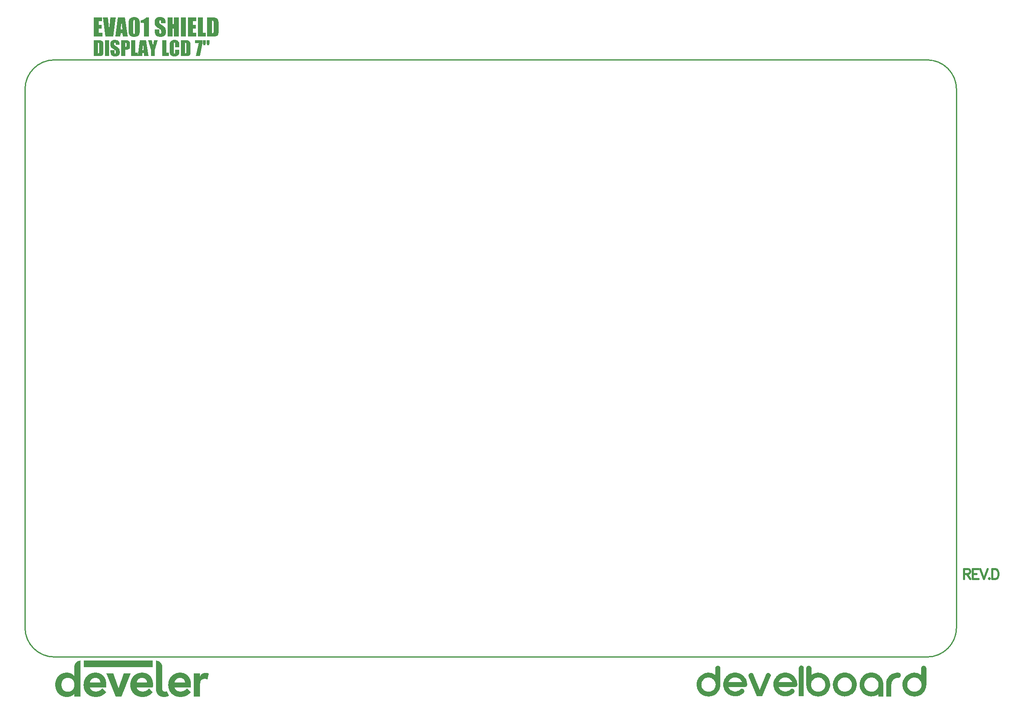
<source format=gto>
G04*
G04 #@! TF.GenerationSoftware,Altium Limited,Altium Designer,19.1.8 (144)*
G04*
G04 Layer_Color=65535*
%FSLAX44Y44*%
%MOMM*%
G71*
G01*
G75*
%ADD10C,0.2500*%
%ADD11C,0.4500*%
G36*
X-689581Y-617258D02*
Y-617371D01*
Y-617483D01*
Y-617596D01*
Y-617709D01*
Y-617822D01*
Y-617935D01*
Y-618047D01*
Y-618160D01*
Y-618273D01*
Y-618386D01*
Y-618498D01*
Y-618611D01*
Y-618724D01*
Y-618837D01*
Y-618949D01*
Y-619062D01*
Y-619175D01*
Y-619288D01*
Y-619400D01*
Y-619513D01*
Y-619626D01*
Y-619739D01*
Y-619851D01*
Y-619964D01*
Y-620077D01*
Y-620190D01*
Y-620303D01*
Y-620415D01*
Y-620528D01*
Y-620641D01*
Y-620754D01*
Y-620866D01*
Y-620979D01*
Y-621092D01*
Y-621205D01*
Y-621317D01*
Y-621430D01*
Y-621543D01*
Y-621656D01*
Y-621768D01*
Y-621881D01*
Y-621994D01*
Y-622107D01*
Y-622220D01*
Y-622332D01*
Y-622445D01*
Y-622558D01*
Y-622671D01*
Y-622783D01*
Y-622896D01*
Y-623009D01*
Y-623122D01*
Y-623234D01*
Y-623347D01*
Y-623460D01*
Y-623573D01*
Y-623685D01*
Y-623798D01*
Y-623911D01*
Y-624024D01*
Y-624136D01*
Y-624249D01*
Y-624362D01*
Y-624475D01*
Y-624587D01*
Y-624700D01*
Y-624813D01*
Y-624926D01*
Y-625038D01*
Y-625151D01*
Y-625264D01*
Y-625377D01*
Y-625490D01*
Y-625602D01*
Y-625715D01*
Y-625828D01*
Y-625941D01*
Y-626053D01*
Y-626166D01*
Y-626279D01*
Y-626392D01*
Y-626504D01*
Y-626617D01*
Y-626730D01*
Y-626843D01*
Y-626955D01*
Y-627068D01*
Y-627181D01*
Y-627294D01*
Y-627407D01*
Y-627519D01*
Y-627632D01*
Y-627745D01*
Y-627858D01*
Y-627970D01*
Y-628083D01*
Y-628196D01*
Y-628309D01*
Y-628421D01*
Y-628534D01*
Y-628647D01*
Y-628760D01*
Y-628872D01*
Y-628985D01*
Y-629098D01*
Y-629211D01*
Y-629323D01*
Y-629436D01*
Y-629549D01*
Y-629662D01*
Y-629775D01*
Y-629887D01*
Y-630000D01*
X-830419D01*
Y-629887D01*
Y-629775D01*
Y-629662D01*
Y-629549D01*
Y-629436D01*
Y-629323D01*
Y-629211D01*
Y-629098D01*
Y-628985D01*
Y-628872D01*
Y-628760D01*
Y-628647D01*
Y-628534D01*
Y-628421D01*
Y-628309D01*
Y-628196D01*
Y-628083D01*
Y-627970D01*
Y-627858D01*
Y-627745D01*
Y-627632D01*
Y-627519D01*
Y-627407D01*
Y-627294D01*
Y-627181D01*
Y-627068D01*
Y-626955D01*
Y-626843D01*
Y-626730D01*
Y-626617D01*
Y-626504D01*
Y-626392D01*
Y-626279D01*
Y-626166D01*
Y-626053D01*
Y-625941D01*
Y-625828D01*
Y-625715D01*
Y-625602D01*
Y-625490D01*
Y-625377D01*
Y-625264D01*
Y-625151D01*
Y-625038D01*
Y-624926D01*
Y-624813D01*
Y-624700D01*
Y-624587D01*
Y-624475D01*
Y-624362D01*
Y-624249D01*
Y-624136D01*
Y-624024D01*
Y-623911D01*
Y-623798D01*
Y-623685D01*
Y-623573D01*
Y-623460D01*
Y-623347D01*
Y-623234D01*
Y-623122D01*
Y-623009D01*
Y-622896D01*
Y-622783D01*
Y-622671D01*
Y-622558D01*
Y-622445D01*
Y-622332D01*
Y-622220D01*
Y-622107D01*
Y-621994D01*
Y-621881D01*
Y-621768D01*
Y-621656D01*
Y-621543D01*
Y-621430D01*
Y-621317D01*
Y-621205D01*
Y-621092D01*
Y-620979D01*
Y-620866D01*
Y-620754D01*
Y-620641D01*
Y-620528D01*
Y-620415D01*
Y-620303D01*
Y-620190D01*
Y-620077D01*
Y-619964D01*
Y-619851D01*
Y-619739D01*
Y-619626D01*
Y-619513D01*
Y-619400D01*
Y-619288D01*
Y-619175D01*
Y-619062D01*
Y-618949D01*
Y-618837D01*
Y-618724D01*
Y-618611D01*
Y-618498D01*
Y-618386D01*
Y-618273D01*
Y-618160D01*
Y-618047D01*
Y-617935D01*
Y-617822D01*
Y-617709D01*
Y-617596D01*
Y-617483D01*
Y-617371D01*
Y-617258D01*
Y-617145D01*
X-689581D01*
Y-617258D01*
D02*
G37*
G36*
X-580540Y-642291D02*
X-579187D01*
Y-642404D01*
X-578398D01*
Y-642516D01*
X-577834D01*
Y-642629D01*
X-577383D01*
Y-642742D01*
X-576932D01*
Y-642855D01*
X-576594D01*
Y-642968D01*
X-576255D01*
Y-643080D01*
X-576030D01*
Y-643193D01*
X-575804D01*
Y-643306D01*
X-575579D01*
Y-643419D01*
X-575466D01*
Y-643531D01*
X-575353D01*
Y-643644D01*
X-575466D01*
Y-643757D01*
Y-643870D01*
Y-643982D01*
Y-644095D01*
X-575579D01*
Y-644208D01*
Y-644321D01*
Y-644434D01*
Y-644546D01*
Y-644659D01*
X-575692D01*
Y-644772D01*
Y-644884D01*
Y-644997D01*
Y-645110D01*
X-575804D01*
Y-645223D01*
Y-645335D01*
Y-645448D01*
Y-645561D01*
Y-645674D01*
X-575917D01*
Y-645787D01*
Y-645899D01*
Y-646012D01*
Y-646125D01*
X-576030D01*
Y-646238D01*
Y-646350D01*
Y-646463D01*
Y-646576D01*
Y-646689D01*
X-576143D01*
Y-646801D01*
Y-646914D01*
Y-647027D01*
Y-647140D01*
X-576255D01*
Y-647253D01*
Y-647365D01*
Y-647478D01*
Y-647591D01*
Y-647703D01*
X-576368D01*
Y-647816D01*
Y-647929D01*
Y-648042D01*
Y-648155D01*
X-576481D01*
Y-648267D01*
Y-648380D01*
Y-648493D01*
Y-648606D01*
Y-648718D01*
X-576594D01*
Y-648831D01*
Y-648944D01*
Y-649057D01*
Y-649169D01*
X-576707D01*
Y-649282D01*
Y-649395D01*
Y-649508D01*
Y-649621D01*
Y-649733D01*
X-576819D01*
Y-649846D01*
Y-649959D01*
Y-650071D01*
Y-650184D01*
X-576932D01*
Y-650297D01*
Y-650410D01*
Y-650523D01*
Y-650635D01*
Y-650748D01*
X-577045D01*
Y-650861D01*
Y-650974D01*
Y-651086D01*
Y-651199D01*
X-577158D01*
Y-651312D01*
Y-651425D01*
Y-651537D01*
Y-651650D01*
X-577270D01*
Y-651763D01*
Y-651876D01*
Y-651989D01*
Y-652101D01*
Y-652214D01*
X-577383D01*
Y-652327D01*
Y-652439D01*
Y-652552D01*
Y-652665D01*
X-577496D01*
Y-652778D01*
Y-652890D01*
Y-653003D01*
Y-653116D01*
Y-653229D01*
X-577609D01*
Y-653342D01*
Y-653454D01*
Y-653567D01*
Y-653680D01*
X-577721D01*
Y-653793D01*
Y-653905D01*
Y-654018D01*
Y-654131D01*
Y-654244D01*
X-577834D01*
Y-654357D01*
Y-654469D01*
Y-654582D01*
Y-654695D01*
X-577947D01*
Y-654808D01*
Y-654920D01*
Y-655033D01*
Y-655146D01*
Y-655258D01*
X-578060D01*
Y-655371D01*
Y-655484D01*
Y-655597D01*
X-578285D01*
Y-655484D01*
X-578511D01*
Y-655371D01*
X-578736D01*
Y-655258D01*
X-578962D01*
Y-655146D01*
X-579300D01*
Y-655033D01*
X-579638D01*
Y-654920D01*
X-580089D01*
Y-654808D01*
X-580540D01*
Y-654695D01*
X-581104D01*
Y-654582D01*
X-581781D01*
Y-654469D01*
X-583698D01*
Y-654357D01*
X-583811D01*
Y-654469D01*
X-585502D01*
Y-654582D01*
X-586179D01*
Y-654695D01*
X-586742D01*
Y-654808D01*
X-587080D01*
Y-654920D01*
X-587532D01*
Y-655033D01*
X-587757D01*
Y-655146D01*
X-588095D01*
Y-655258D01*
X-588321D01*
Y-655371D01*
X-588546D01*
Y-655484D01*
X-588772D01*
Y-655597D01*
X-588885D01*
Y-655710D01*
X-589110D01*
Y-655822D01*
X-589336D01*
Y-655935D01*
X-589449D01*
Y-656048D01*
X-589561D01*
Y-656161D01*
X-589787D01*
Y-656273D01*
X-589900D01*
Y-656386D01*
X-590012D01*
Y-656499D01*
X-590125D01*
Y-656612D01*
X-590238D01*
Y-656724D01*
X-590351D01*
Y-656837D01*
X-590463D01*
Y-656950D01*
X-590576D01*
Y-657063D01*
X-590689D01*
Y-657176D01*
X-590802D01*
Y-657288D01*
Y-657401D01*
X-590914D01*
Y-657514D01*
X-591027D01*
Y-657626D01*
X-591140D01*
Y-657739D01*
Y-657852D01*
X-591253D01*
Y-657965D01*
X-591366D01*
Y-658078D01*
Y-658190D01*
X-591478D01*
Y-658303D01*
Y-658416D01*
X-591591D01*
Y-658529D01*
Y-658641D01*
X-591704D01*
Y-658754D01*
Y-658867D01*
X-591816D01*
Y-658980D01*
Y-659092D01*
X-591929D01*
Y-659205D01*
Y-659318D01*
X-592042D01*
Y-659431D01*
Y-659544D01*
Y-659656D01*
X-592155D01*
Y-659769D01*
Y-659882D01*
Y-659995D01*
X-592267D01*
Y-660107D01*
Y-660220D01*
Y-660333D01*
X-592380D01*
Y-660445D01*
Y-660558D01*
Y-660671D01*
Y-660784D01*
X-592493D01*
Y-660897D01*
Y-661009D01*
Y-661122D01*
Y-661235D01*
X-592606D01*
Y-661348D01*
Y-661460D01*
Y-661573D01*
Y-661686D01*
Y-661799D01*
X-592719D01*
Y-661911D01*
Y-662024D01*
Y-662137D01*
Y-662250D01*
Y-662363D01*
Y-662475D01*
Y-662588D01*
X-592831D01*
Y-662701D01*
Y-662814D01*
Y-662926D01*
Y-663039D01*
Y-663152D01*
Y-663265D01*
Y-663377D01*
Y-663490D01*
Y-663603D01*
Y-663716D01*
Y-663828D01*
X-592944D01*
Y-663941D01*
Y-664054D01*
Y-664167D01*
Y-664279D01*
Y-664392D01*
Y-664505D01*
Y-664618D01*
Y-664731D01*
Y-664843D01*
Y-664956D01*
Y-665069D01*
Y-665182D01*
Y-665294D01*
Y-665407D01*
Y-665520D01*
Y-665633D01*
Y-665745D01*
Y-665858D01*
Y-665971D01*
Y-666084D01*
Y-666196D01*
Y-666309D01*
Y-666422D01*
Y-666535D01*
Y-666647D01*
Y-666760D01*
Y-666873D01*
Y-666986D01*
Y-667098D01*
Y-667211D01*
Y-667324D01*
Y-667437D01*
Y-667550D01*
Y-667662D01*
Y-667775D01*
Y-667888D01*
Y-668001D01*
Y-668113D01*
Y-668226D01*
Y-668339D01*
Y-668452D01*
Y-668564D01*
Y-668677D01*
Y-668790D01*
Y-668903D01*
Y-669015D01*
Y-669128D01*
Y-669241D01*
Y-669354D01*
Y-669466D01*
Y-669579D01*
Y-669692D01*
Y-669805D01*
Y-669918D01*
Y-670030D01*
Y-670143D01*
Y-670256D01*
Y-670369D01*
Y-670481D01*
Y-670594D01*
Y-670707D01*
Y-670820D01*
Y-670932D01*
Y-671045D01*
Y-671158D01*
Y-671271D01*
Y-671383D01*
Y-671496D01*
Y-671609D01*
Y-671722D01*
Y-671834D01*
Y-671947D01*
Y-672060D01*
Y-672173D01*
Y-672286D01*
Y-672398D01*
Y-672511D01*
Y-672624D01*
Y-672737D01*
Y-672849D01*
Y-672962D01*
Y-673075D01*
Y-673188D01*
Y-673300D01*
Y-673413D01*
Y-673526D01*
Y-673639D01*
Y-673751D01*
Y-673864D01*
Y-673977D01*
Y-674090D01*
Y-674202D01*
Y-674315D01*
Y-674428D01*
Y-674541D01*
Y-674653D01*
Y-674766D01*
Y-674879D01*
Y-674992D01*
Y-675105D01*
Y-675217D01*
Y-675330D01*
Y-675443D01*
Y-675556D01*
Y-675668D01*
Y-675781D01*
Y-675894D01*
Y-676007D01*
Y-676119D01*
Y-676232D01*
Y-676345D01*
Y-676458D01*
Y-676570D01*
Y-676683D01*
Y-676796D01*
Y-676909D01*
Y-677021D01*
Y-677134D01*
Y-677247D01*
Y-677360D01*
Y-677473D01*
Y-677585D01*
Y-677698D01*
Y-677811D01*
Y-677924D01*
Y-678036D01*
Y-678149D01*
Y-678262D01*
Y-678375D01*
Y-678487D01*
Y-678600D01*
Y-678713D01*
Y-678826D01*
Y-678938D01*
Y-679051D01*
Y-679164D01*
Y-679277D01*
Y-679389D01*
Y-679502D01*
Y-679615D01*
Y-679728D01*
Y-679840D01*
Y-679953D01*
Y-680066D01*
Y-680179D01*
Y-680292D01*
Y-680404D01*
Y-680517D01*
Y-680630D01*
Y-680743D01*
Y-680855D01*
Y-680968D01*
Y-681081D01*
Y-681194D01*
Y-681306D01*
Y-681419D01*
Y-681532D01*
Y-681645D01*
Y-681757D01*
Y-681870D01*
Y-681983D01*
Y-682096D01*
Y-682208D01*
Y-682321D01*
Y-682434D01*
Y-682547D01*
Y-682660D01*
Y-682772D01*
Y-682885D01*
Y-682998D01*
Y-683111D01*
Y-683223D01*
Y-683336D01*
Y-683449D01*
Y-683562D01*
Y-683674D01*
Y-683787D01*
Y-683900D01*
Y-684013D01*
Y-684125D01*
Y-684238D01*
Y-684351D01*
Y-684464D01*
Y-684576D01*
Y-684689D01*
Y-684802D01*
Y-684915D01*
Y-685027D01*
Y-685140D01*
Y-685253D01*
Y-685366D01*
Y-685479D01*
Y-685591D01*
Y-685704D01*
Y-685817D01*
Y-685930D01*
Y-686042D01*
Y-686155D01*
Y-686268D01*
Y-686381D01*
Y-686493D01*
Y-686606D01*
Y-686719D01*
Y-686832D01*
Y-686944D01*
Y-687057D01*
Y-687170D01*
Y-687283D01*
Y-687395D01*
Y-687508D01*
Y-687621D01*
Y-687734D01*
Y-687847D01*
Y-687959D01*
Y-688072D01*
Y-688185D01*
Y-688298D01*
Y-688410D01*
Y-688523D01*
Y-688636D01*
Y-688749D01*
Y-688861D01*
Y-688974D01*
Y-689087D01*
Y-689200D01*
Y-689313D01*
Y-689425D01*
Y-689538D01*
Y-689651D01*
Y-689763D01*
Y-689876D01*
Y-689989D01*
Y-690102D01*
Y-690214D01*
Y-690327D01*
X-605799D01*
Y-690214D01*
Y-690102D01*
Y-689989D01*
Y-689876D01*
Y-689763D01*
Y-689651D01*
Y-689538D01*
Y-689425D01*
Y-689313D01*
Y-689200D01*
Y-689087D01*
Y-688974D01*
Y-688861D01*
Y-688749D01*
Y-688636D01*
Y-688523D01*
Y-688410D01*
Y-688298D01*
Y-688185D01*
Y-688072D01*
Y-687959D01*
Y-687847D01*
Y-687734D01*
Y-687621D01*
Y-687508D01*
Y-687395D01*
Y-687283D01*
Y-687170D01*
Y-687057D01*
Y-686944D01*
Y-686832D01*
Y-686719D01*
Y-686606D01*
Y-686493D01*
Y-686381D01*
Y-686268D01*
Y-686155D01*
Y-686042D01*
Y-685930D01*
Y-685817D01*
Y-685704D01*
Y-685591D01*
Y-685479D01*
Y-685366D01*
Y-685253D01*
Y-685140D01*
Y-685027D01*
Y-684915D01*
Y-684802D01*
Y-684689D01*
Y-684576D01*
Y-684464D01*
Y-684351D01*
Y-684238D01*
Y-684125D01*
Y-684013D01*
Y-683900D01*
Y-683787D01*
Y-683674D01*
Y-683562D01*
Y-683449D01*
Y-683336D01*
Y-683223D01*
Y-683111D01*
Y-682998D01*
Y-682885D01*
Y-682772D01*
Y-682660D01*
Y-682547D01*
Y-682434D01*
Y-682321D01*
Y-682208D01*
Y-682096D01*
Y-681983D01*
Y-681870D01*
Y-681757D01*
Y-681645D01*
Y-681532D01*
Y-681419D01*
Y-681306D01*
Y-681194D01*
Y-681081D01*
Y-680968D01*
Y-680855D01*
Y-680743D01*
Y-680630D01*
Y-680517D01*
Y-680404D01*
Y-680292D01*
Y-680179D01*
Y-680066D01*
Y-679953D01*
Y-679840D01*
Y-679728D01*
Y-679615D01*
Y-679502D01*
Y-679389D01*
Y-679277D01*
Y-679164D01*
Y-679051D01*
Y-678938D01*
Y-678826D01*
Y-678713D01*
Y-678600D01*
Y-678487D01*
Y-678375D01*
Y-678262D01*
Y-678149D01*
Y-678036D01*
Y-677924D01*
Y-677811D01*
Y-677698D01*
Y-677585D01*
Y-677473D01*
Y-677360D01*
Y-677247D01*
Y-677134D01*
Y-677021D01*
Y-676909D01*
Y-676796D01*
Y-676683D01*
Y-676570D01*
Y-676458D01*
Y-676345D01*
Y-676232D01*
Y-676119D01*
Y-676007D01*
Y-675894D01*
Y-675781D01*
Y-675668D01*
Y-675556D01*
Y-675443D01*
Y-675330D01*
Y-675217D01*
Y-675105D01*
Y-674992D01*
Y-674879D01*
Y-674766D01*
Y-674653D01*
Y-674541D01*
Y-674428D01*
Y-674315D01*
Y-674202D01*
Y-674090D01*
Y-673977D01*
Y-673864D01*
Y-673751D01*
Y-673639D01*
Y-673526D01*
Y-673413D01*
Y-673300D01*
Y-673188D01*
Y-673075D01*
Y-672962D01*
Y-672849D01*
Y-672737D01*
Y-672624D01*
Y-672511D01*
Y-672398D01*
Y-672286D01*
Y-672173D01*
Y-672060D01*
Y-671947D01*
Y-671834D01*
Y-671722D01*
Y-671609D01*
Y-671496D01*
Y-671383D01*
Y-671271D01*
Y-671158D01*
Y-671045D01*
Y-670932D01*
Y-670820D01*
Y-670707D01*
Y-670594D01*
Y-670481D01*
Y-670369D01*
Y-670256D01*
Y-670143D01*
Y-670030D01*
Y-669918D01*
Y-669805D01*
Y-669692D01*
Y-669579D01*
Y-669466D01*
Y-669354D01*
Y-669241D01*
Y-669128D01*
Y-669015D01*
Y-668903D01*
Y-668790D01*
Y-668677D01*
Y-668564D01*
Y-668452D01*
Y-668339D01*
Y-668226D01*
Y-668113D01*
Y-668001D01*
Y-667888D01*
Y-667775D01*
Y-667662D01*
Y-667550D01*
Y-667437D01*
Y-667324D01*
Y-667211D01*
Y-667098D01*
Y-666986D01*
Y-666873D01*
Y-666760D01*
Y-666647D01*
Y-666535D01*
Y-666422D01*
Y-666309D01*
Y-666196D01*
Y-666084D01*
Y-665971D01*
Y-665858D01*
Y-665745D01*
Y-665633D01*
Y-665520D01*
Y-665407D01*
Y-665294D01*
Y-665182D01*
Y-665069D01*
Y-664956D01*
Y-664843D01*
Y-664731D01*
Y-664618D01*
Y-664505D01*
Y-664392D01*
Y-664279D01*
Y-664167D01*
Y-664054D01*
Y-663941D01*
Y-663828D01*
Y-663716D01*
Y-663603D01*
Y-663490D01*
Y-663377D01*
Y-663265D01*
Y-663152D01*
Y-663039D01*
Y-662926D01*
Y-662814D01*
Y-662701D01*
Y-662588D01*
Y-662475D01*
Y-662363D01*
Y-662250D01*
Y-662137D01*
Y-662024D01*
Y-661911D01*
Y-661799D01*
Y-661686D01*
Y-661573D01*
Y-661460D01*
Y-661348D01*
Y-661235D01*
Y-661122D01*
Y-661009D01*
Y-660897D01*
Y-660784D01*
Y-660671D01*
Y-660558D01*
Y-660445D01*
Y-660333D01*
Y-660220D01*
Y-660107D01*
Y-659995D01*
Y-659882D01*
Y-659769D01*
Y-659656D01*
Y-659544D01*
Y-659431D01*
Y-659318D01*
Y-659205D01*
Y-659092D01*
Y-658980D01*
Y-658867D01*
Y-658754D01*
Y-658641D01*
Y-658529D01*
Y-658416D01*
Y-658303D01*
Y-658190D01*
Y-658078D01*
Y-657965D01*
Y-657852D01*
Y-657739D01*
Y-657626D01*
Y-657514D01*
Y-657401D01*
Y-657288D01*
Y-657176D01*
Y-657063D01*
Y-656950D01*
Y-656837D01*
Y-656724D01*
Y-656612D01*
Y-656499D01*
Y-656386D01*
Y-656273D01*
Y-656161D01*
Y-656048D01*
Y-655935D01*
Y-655822D01*
Y-655710D01*
Y-655597D01*
Y-655484D01*
Y-655371D01*
Y-655258D01*
Y-655146D01*
Y-655033D01*
Y-654920D01*
Y-654808D01*
Y-654695D01*
Y-654582D01*
Y-654469D01*
Y-654357D01*
Y-654244D01*
Y-654131D01*
Y-654018D01*
Y-653905D01*
Y-653793D01*
Y-653680D01*
Y-653567D01*
Y-653454D01*
Y-653342D01*
Y-653229D01*
Y-653116D01*
Y-653003D01*
Y-652890D01*
Y-652778D01*
Y-652665D01*
Y-652552D01*
Y-652439D01*
Y-652327D01*
Y-652214D01*
Y-652101D01*
Y-651989D01*
Y-651876D01*
Y-651763D01*
Y-651650D01*
Y-651537D01*
Y-651425D01*
Y-651312D01*
Y-651199D01*
Y-651086D01*
Y-650974D01*
Y-650861D01*
Y-650748D01*
Y-650635D01*
Y-650523D01*
Y-650410D01*
Y-650297D01*
Y-650184D01*
Y-650071D01*
Y-649959D01*
Y-649846D01*
Y-649733D01*
Y-649621D01*
Y-649508D01*
Y-649395D01*
Y-649282D01*
Y-649169D01*
Y-649057D01*
Y-648944D01*
Y-648831D01*
Y-648718D01*
Y-648606D01*
Y-648493D01*
Y-648380D01*
Y-648267D01*
Y-648155D01*
Y-648042D01*
Y-647929D01*
Y-647816D01*
Y-647703D01*
Y-647591D01*
Y-647478D01*
Y-647365D01*
Y-647253D01*
Y-647140D01*
Y-647027D01*
Y-646914D01*
Y-646801D01*
Y-646689D01*
Y-646576D01*
Y-646463D01*
Y-646350D01*
Y-646238D01*
Y-646125D01*
Y-646012D01*
Y-645899D01*
Y-645787D01*
Y-645674D01*
Y-645561D01*
Y-645448D01*
Y-645335D01*
Y-645223D01*
Y-645110D01*
Y-644997D01*
Y-644884D01*
Y-644772D01*
Y-644659D01*
Y-644546D01*
Y-644434D01*
Y-644321D01*
Y-644208D01*
Y-644095D01*
Y-643982D01*
Y-643870D01*
Y-643757D01*
Y-643644D01*
Y-643531D01*
Y-643419D01*
Y-643306D01*
Y-643193D01*
Y-643080D01*
Y-642968D01*
Y-642855D01*
X-605686D01*
Y-642742D01*
X-593057D01*
Y-642855D01*
Y-642968D01*
Y-643080D01*
Y-643193D01*
Y-643306D01*
Y-643419D01*
Y-643531D01*
Y-643644D01*
Y-643757D01*
Y-643870D01*
Y-643982D01*
Y-644095D01*
Y-644208D01*
Y-644321D01*
Y-644434D01*
Y-644546D01*
Y-644659D01*
Y-644772D01*
Y-644884D01*
Y-644997D01*
Y-645110D01*
Y-645223D01*
Y-645335D01*
Y-645448D01*
Y-645561D01*
Y-645674D01*
Y-645787D01*
Y-645899D01*
Y-646012D01*
Y-646125D01*
Y-646238D01*
Y-646350D01*
Y-646463D01*
Y-646576D01*
Y-646689D01*
Y-646801D01*
Y-646914D01*
Y-647027D01*
Y-647140D01*
Y-647253D01*
Y-647365D01*
Y-647478D01*
Y-647591D01*
Y-647703D01*
Y-647816D01*
Y-647929D01*
Y-648042D01*
Y-648155D01*
Y-648267D01*
Y-648380D01*
Y-648493D01*
Y-648606D01*
Y-648718D01*
Y-648831D01*
X-592944D01*
Y-648718D01*
X-592831D01*
Y-648606D01*
Y-648493D01*
Y-648380D01*
X-592719D01*
Y-648267D01*
Y-648155D01*
X-592606D01*
Y-648042D01*
Y-647929D01*
X-592493D01*
Y-647816D01*
Y-647703D01*
X-592380D01*
Y-647591D01*
X-592267D01*
Y-647478D01*
Y-647365D01*
X-592155D01*
Y-647253D01*
Y-647140D01*
X-592042D01*
Y-647027D01*
X-591929D01*
Y-646914D01*
Y-646801D01*
X-591816D01*
Y-646689D01*
X-591704D01*
Y-646576D01*
X-591591D01*
Y-646463D01*
Y-646350D01*
X-591478D01*
Y-646238D01*
X-591366D01*
Y-646125D01*
X-591253D01*
Y-646012D01*
X-591140D01*
Y-645899D01*
Y-645787D01*
X-591027D01*
Y-645674D01*
X-590914D01*
Y-645561D01*
X-590802D01*
Y-645448D01*
X-590689D01*
Y-645335D01*
X-590576D01*
Y-645223D01*
X-590463D01*
Y-645110D01*
X-590351D01*
Y-644997D01*
X-590238D01*
Y-644884D01*
X-590012D01*
Y-644772D01*
X-589900D01*
Y-644659D01*
X-589787D01*
Y-644546D01*
X-589561D01*
Y-644434D01*
X-589449D01*
Y-644321D01*
X-589336D01*
Y-644208D01*
X-589110D01*
Y-644095D01*
X-588997D01*
Y-643982D01*
X-588772D01*
Y-643870D01*
X-588659D01*
Y-643757D01*
X-588434D01*
Y-643644D01*
X-588208D01*
Y-643531D01*
X-587983D01*
Y-643419D01*
X-587757D01*
Y-643306D01*
X-587532D01*
Y-643193D01*
X-587306D01*
Y-643080D01*
X-586968D01*
Y-642968D01*
X-586742D01*
Y-642855D01*
X-586404D01*
Y-642742D01*
X-586066D01*
Y-642629D01*
X-585615D01*
Y-642516D01*
X-585164D01*
Y-642404D01*
X-584600D01*
Y-642291D01*
X-583698D01*
Y-642178D01*
X-580540D01*
Y-642291D01*
D02*
G37*
G36*
X-836847Y-617258D02*
Y-617371D01*
Y-617483D01*
Y-617596D01*
Y-617709D01*
Y-617822D01*
Y-617935D01*
Y-618047D01*
Y-618160D01*
Y-618273D01*
Y-618386D01*
Y-618498D01*
Y-618611D01*
Y-618724D01*
Y-618837D01*
Y-618949D01*
Y-619062D01*
Y-619175D01*
Y-619288D01*
Y-619400D01*
Y-619513D01*
Y-619626D01*
Y-619739D01*
Y-619851D01*
Y-619964D01*
Y-620077D01*
Y-620190D01*
Y-620303D01*
Y-620415D01*
Y-620528D01*
Y-620641D01*
Y-620754D01*
Y-620866D01*
Y-620979D01*
Y-621092D01*
Y-621205D01*
Y-621317D01*
Y-621430D01*
Y-621543D01*
Y-621656D01*
Y-621768D01*
Y-621881D01*
Y-621994D01*
Y-622107D01*
Y-622220D01*
Y-622332D01*
Y-622445D01*
Y-622558D01*
Y-622671D01*
Y-622783D01*
Y-622896D01*
Y-623009D01*
Y-623122D01*
Y-623234D01*
Y-623347D01*
Y-623460D01*
Y-623573D01*
Y-623685D01*
Y-623798D01*
Y-623911D01*
Y-624024D01*
Y-624136D01*
Y-624249D01*
Y-624362D01*
Y-624475D01*
Y-624587D01*
Y-624700D01*
Y-624813D01*
Y-624926D01*
Y-625038D01*
Y-625151D01*
Y-625264D01*
Y-625377D01*
Y-625490D01*
Y-625602D01*
Y-625715D01*
Y-625828D01*
Y-625941D01*
Y-626053D01*
Y-626166D01*
Y-626279D01*
Y-626392D01*
Y-626504D01*
Y-626617D01*
Y-626730D01*
Y-626843D01*
Y-626955D01*
Y-627068D01*
Y-627181D01*
Y-627294D01*
Y-627407D01*
Y-627519D01*
Y-627632D01*
Y-627745D01*
Y-627858D01*
Y-627970D01*
Y-628083D01*
Y-628196D01*
Y-628309D01*
Y-628421D01*
Y-628534D01*
Y-628647D01*
Y-628760D01*
Y-628872D01*
Y-628985D01*
Y-629098D01*
Y-629211D01*
Y-629323D01*
Y-629436D01*
Y-629549D01*
Y-629662D01*
Y-629775D01*
Y-629887D01*
Y-630000D01*
Y-630113D01*
Y-630225D01*
Y-630338D01*
Y-630451D01*
Y-630564D01*
Y-630677D01*
Y-630789D01*
Y-630902D01*
Y-631015D01*
Y-631128D01*
Y-631240D01*
Y-631353D01*
Y-631466D01*
Y-631579D01*
Y-631691D01*
Y-631804D01*
Y-631917D01*
Y-632030D01*
Y-632142D01*
Y-632255D01*
Y-632368D01*
Y-632481D01*
Y-632593D01*
Y-632706D01*
Y-632819D01*
Y-632932D01*
Y-633045D01*
Y-633157D01*
Y-633270D01*
Y-633383D01*
Y-633496D01*
Y-633608D01*
Y-633721D01*
Y-633834D01*
Y-633947D01*
Y-634059D01*
Y-634172D01*
Y-634285D01*
Y-634398D01*
Y-634510D01*
Y-634623D01*
Y-634736D01*
Y-634849D01*
Y-634962D01*
Y-635074D01*
Y-635187D01*
Y-635300D01*
Y-635412D01*
Y-635525D01*
Y-635638D01*
Y-635751D01*
Y-635864D01*
Y-635976D01*
Y-636089D01*
Y-636202D01*
Y-636315D01*
Y-636427D01*
Y-636540D01*
Y-636653D01*
Y-636766D01*
Y-636878D01*
Y-636991D01*
Y-637104D01*
Y-637217D01*
Y-637329D01*
Y-637442D01*
Y-637555D01*
Y-637668D01*
Y-637780D01*
Y-637893D01*
Y-638006D01*
Y-638119D01*
Y-638232D01*
Y-638344D01*
Y-638457D01*
Y-638570D01*
Y-638683D01*
Y-638795D01*
Y-638908D01*
Y-639021D01*
Y-639134D01*
Y-639246D01*
Y-639359D01*
Y-639472D01*
Y-639585D01*
Y-639697D01*
Y-639810D01*
Y-639923D01*
Y-640036D01*
Y-640148D01*
Y-640261D01*
Y-640374D01*
Y-640487D01*
Y-640600D01*
Y-640712D01*
Y-640825D01*
Y-640938D01*
Y-641051D01*
Y-641163D01*
Y-641276D01*
Y-641389D01*
Y-641502D01*
Y-641614D01*
Y-641727D01*
Y-641840D01*
Y-641953D01*
Y-642065D01*
Y-642178D01*
Y-642291D01*
Y-642404D01*
Y-642516D01*
Y-642629D01*
Y-642742D01*
Y-642855D01*
Y-642968D01*
Y-643080D01*
Y-643193D01*
Y-643306D01*
Y-643419D01*
Y-643531D01*
Y-643644D01*
Y-643757D01*
Y-643870D01*
Y-643982D01*
Y-644095D01*
Y-644208D01*
Y-644321D01*
Y-644434D01*
Y-644546D01*
Y-644659D01*
Y-644772D01*
Y-644884D01*
Y-644997D01*
Y-645110D01*
Y-645223D01*
Y-645335D01*
Y-645448D01*
Y-645561D01*
Y-645674D01*
Y-645787D01*
Y-645899D01*
Y-646012D01*
Y-646125D01*
Y-646238D01*
Y-646350D01*
Y-646463D01*
Y-646576D01*
Y-646689D01*
Y-646801D01*
Y-646914D01*
Y-647027D01*
Y-647140D01*
Y-647253D01*
Y-647365D01*
Y-647478D01*
Y-647591D01*
Y-647703D01*
Y-647816D01*
Y-647929D01*
Y-648042D01*
Y-648155D01*
Y-648267D01*
Y-648380D01*
Y-648493D01*
Y-648606D01*
Y-648718D01*
Y-648831D01*
Y-648944D01*
Y-649057D01*
Y-649169D01*
Y-649282D01*
Y-649395D01*
Y-649508D01*
Y-649621D01*
Y-649733D01*
Y-649846D01*
Y-649959D01*
Y-650071D01*
Y-650184D01*
Y-650297D01*
Y-650410D01*
Y-650523D01*
Y-650635D01*
Y-650748D01*
Y-650861D01*
Y-650974D01*
Y-651086D01*
Y-651199D01*
Y-651312D01*
Y-651425D01*
Y-651537D01*
Y-651650D01*
Y-651763D01*
Y-651876D01*
Y-651989D01*
Y-652101D01*
Y-652214D01*
Y-652327D01*
Y-652439D01*
Y-652552D01*
Y-652665D01*
Y-652778D01*
Y-652890D01*
Y-653003D01*
Y-653116D01*
Y-653229D01*
Y-653342D01*
Y-653454D01*
Y-653567D01*
Y-653680D01*
Y-653793D01*
Y-653905D01*
Y-654018D01*
Y-654131D01*
Y-654244D01*
Y-654357D01*
Y-654469D01*
Y-654582D01*
Y-654695D01*
Y-654808D01*
Y-654920D01*
Y-655033D01*
Y-655146D01*
Y-655258D01*
Y-655371D01*
Y-655484D01*
Y-655597D01*
Y-655710D01*
Y-655822D01*
Y-655935D01*
Y-656048D01*
Y-656161D01*
Y-656273D01*
Y-656386D01*
Y-656499D01*
Y-656612D01*
Y-656724D01*
Y-656837D01*
Y-656950D01*
Y-657063D01*
Y-657176D01*
Y-657288D01*
Y-657401D01*
Y-657514D01*
Y-657626D01*
Y-657739D01*
Y-657852D01*
Y-657965D01*
Y-658078D01*
Y-658190D01*
Y-658303D01*
Y-658416D01*
Y-658529D01*
Y-658641D01*
Y-658754D01*
Y-658867D01*
Y-658980D01*
Y-659092D01*
Y-659205D01*
Y-659318D01*
Y-659431D01*
Y-659544D01*
Y-659656D01*
Y-659769D01*
Y-659882D01*
Y-659995D01*
Y-660107D01*
Y-660220D01*
Y-660333D01*
Y-660445D01*
Y-660558D01*
Y-660671D01*
Y-660784D01*
Y-660897D01*
Y-661009D01*
Y-661122D01*
Y-661235D01*
Y-661348D01*
Y-661460D01*
Y-661573D01*
Y-661686D01*
Y-661799D01*
Y-661911D01*
Y-662024D01*
Y-662137D01*
Y-662250D01*
Y-662363D01*
Y-662475D01*
Y-662588D01*
Y-662701D01*
Y-662814D01*
Y-662926D01*
Y-663039D01*
Y-663152D01*
Y-663265D01*
Y-663377D01*
Y-663490D01*
Y-663603D01*
Y-663716D01*
Y-663828D01*
Y-663941D01*
Y-664054D01*
Y-664167D01*
Y-664279D01*
Y-664392D01*
Y-664505D01*
Y-664618D01*
Y-664731D01*
Y-664843D01*
Y-664956D01*
Y-665069D01*
Y-665182D01*
Y-665294D01*
Y-665407D01*
Y-665520D01*
Y-665633D01*
Y-665745D01*
Y-665858D01*
Y-665971D01*
Y-666084D01*
Y-666196D01*
Y-666309D01*
Y-666422D01*
Y-666535D01*
Y-666647D01*
Y-666760D01*
Y-666873D01*
Y-666986D01*
Y-667098D01*
Y-667211D01*
Y-667324D01*
Y-667437D01*
Y-667550D01*
Y-667662D01*
Y-667775D01*
Y-667888D01*
Y-668001D01*
Y-668113D01*
Y-668226D01*
Y-668339D01*
Y-668452D01*
Y-668564D01*
Y-668677D01*
Y-668790D01*
Y-668903D01*
Y-669015D01*
Y-669128D01*
Y-669241D01*
Y-669354D01*
Y-669466D01*
Y-669579D01*
Y-669692D01*
Y-669805D01*
Y-669918D01*
Y-670030D01*
Y-670143D01*
Y-670256D01*
Y-670369D01*
Y-670481D01*
Y-670594D01*
Y-670707D01*
Y-670820D01*
Y-670932D01*
Y-671045D01*
Y-671158D01*
Y-671271D01*
Y-671383D01*
Y-671496D01*
Y-671609D01*
Y-671722D01*
Y-671834D01*
Y-671947D01*
Y-672060D01*
Y-672173D01*
Y-672286D01*
Y-672398D01*
Y-672511D01*
Y-672624D01*
Y-672737D01*
Y-672849D01*
Y-672962D01*
Y-673075D01*
Y-673188D01*
Y-673300D01*
Y-673413D01*
Y-673526D01*
Y-673639D01*
Y-673751D01*
Y-673864D01*
Y-673977D01*
Y-674090D01*
Y-674202D01*
Y-674315D01*
Y-674428D01*
Y-674541D01*
Y-674653D01*
Y-674766D01*
Y-674879D01*
Y-674992D01*
Y-675105D01*
Y-675217D01*
Y-675330D01*
Y-675443D01*
Y-675556D01*
Y-675668D01*
Y-675781D01*
Y-675894D01*
Y-676007D01*
Y-676119D01*
Y-676232D01*
Y-676345D01*
Y-676458D01*
Y-676570D01*
Y-676683D01*
Y-676796D01*
Y-676909D01*
Y-677021D01*
Y-677134D01*
Y-677247D01*
Y-677360D01*
Y-677473D01*
Y-677585D01*
Y-677698D01*
Y-677811D01*
Y-677924D01*
Y-678036D01*
Y-678149D01*
Y-678262D01*
Y-678375D01*
Y-678487D01*
Y-678600D01*
Y-678713D01*
Y-678826D01*
Y-678938D01*
Y-679051D01*
Y-679164D01*
Y-679277D01*
Y-679389D01*
Y-679502D01*
Y-679615D01*
Y-679728D01*
Y-679840D01*
Y-679953D01*
Y-680066D01*
Y-680179D01*
Y-680292D01*
Y-680404D01*
Y-680517D01*
Y-680630D01*
Y-680743D01*
Y-680855D01*
Y-680968D01*
Y-681081D01*
Y-681194D01*
Y-681306D01*
Y-681419D01*
Y-681532D01*
Y-681645D01*
Y-681757D01*
Y-681870D01*
Y-681983D01*
Y-682096D01*
Y-682208D01*
Y-682321D01*
Y-682434D01*
Y-682547D01*
Y-682660D01*
Y-682772D01*
Y-682885D01*
Y-682998D01*
Y-683111D01*
Y-683223D01*
Y-683336D01*
Y-683449D01*
Y-683562D01*
Y-683674D01*
Y-683787D01*
Y-683900D01*
Y-684013D01*
Y-684125D01*
Y-684238D01*
Y-684351D01*
Y-684464D01*
Y-684576D01*
Y-684689D01*
Y-684802D01*
Y-684915D01*
Y-685027D01*
Y-685140D01*
Y-685253D01*
Y-685366D01*
Y-685479D01*
Y-685591D01*
Y-685704D01*
Y-685817D01*
Y-685930D01*
Y-686042D01*
Y-686155D01*
Y-686268D01*
Y-686381D01*
Y-686493D01*
Y-686606D01*
Y-686719D01*
Y-686832D01*
Y-686944D01*
Y-687057D01*
Y-687170D01*
Y-687283D01*
Y-687395D01*
Y-687508D01*
Y-687621D01*
Y-687734D01*
Y-687847D01*
Y-687959D01*
Y-688072D01*
Y-688185D01*
Y-688298D01*
Y-688410D01*
Y-688523D01*
Y-688636D01*
Y-688749D01*
Y-688861D01*
Y-688974D01*
Y-689087D01*
Y-689200D01*
Y-689313D01*
Y-689425D01*
Y-689538D01*
Y-689651D01*
Y-689763D01*
Y-689876D01*
Y-689989D01*
Y-690102D01*
Y-690214D01*
Y-690327D01*
X-849589D01*
Y-690214D01*
Y-690102D01*
Y-689989D01*
Y-689876D01*
Y-689763D01*
Y-689651D01*
Y-689538D01*
Y-689425D01*
Y-689313D01*
Y-689200D01*
Y-689087D01*
Y-688974D01*
Y-688861D01*
Y-688749D01*
Y-688636D01*
Y-688523D01*
Y-688410D01*
Y-688298D01*
Y-688185D01*
Y-688072D01*
Y-687959D01*
Y-687847D01*
Y-687734D01*
Y-687621D01*
Y-687508D01*
Y-687395D01*
Y-687283D01*
Y-687170D01*
Y-687057D01*
Y-686944D01*
Y-686832D01*
Y-686719D01*
Y-686606D01*
Y-686493D01*
Y-686381D01*
Y-686268D01*
Y-686155D01*
Y-686042D01*
Y-685930D01*
Y-685817D01*
Y-685704D01*
Y-685591D01*
Y-685479D01*
Y-685366D01*
Y-685253D01*
Y-685140D01*
Y-685027D01*
Y-684915D01*
Y-684802D01*
Y-684689D01*
Y-684576D01*
X-849702D01*
Y-684689D01*
X-849814D01*
Y-684802D01*
X-849927D01*
Y-684915D01*
X-850040D01*
Y-685027D01*
X-850153D01*
Y-685140D01*
X-850266D01*
Y-685253D01*
Y-685366D01*
X-850378D01*
Y-685479D01*
X-850491D01*
Y-685591D01*
X-850604D01*
Y-685704D01*
X-850716D01*
Y-685817D01*
X-850829D01*
Y-685930D01*
X-850942D01*
Y-686042D01*
X-851055D01*
Y-686155D01*
X-851168D01*
Y-686268D01*
X-851280D01*
Y-686381D01*
X-851393D01*
Y-686493D01*
X-851619D01*
Y-686606D01*
X-851731D01*
Y-686719D01*
X-851844D01*
Y-686832D01*
X-851957D01*
Y-686944D01*
X-852070D01*
Y-687057D01*
X-852182D01*
Y-687170D01*
X-852408D01*
Y-687283D01*
X-852521D01*
Y-687395D01*
X-852633D01*
Y-687508D01*
X-852746D01*
Y-687621D01*
X-852972D01*
Y-687734D01*
X-853084D01*
Y-687847D01*
X-853197D01*
Y-687959D01*
X-853423D01*
Y-688072D01*
X-853536D01*
Y-688185D01*
X-853761D01*
Y-688298D01*
X-853874D01*
Y-688410D01*
X-854099D01*
Y-688523D01*
X-854325D01*
Y-688636D01*
X-854438D01*
Y-688749D01*
X-854663D01*
Y-688861D01*
X-854889D01*
Y-688974D01*
X-855001D01*
Y-689087D01*
X-855227D01*
Y-689200D01*
X-855452D01*
Y-689313D01*
X-855678D01*
Y-689425D01*
X-855903D01*
Y-689538D01*
X-856129D01*
Y-689651D01*
X-856467D01*
Y-689763D01*
X-856693D01*
Y-689876D01*
X-856918D01*
Y-689989D01*
X-857257D01*
Y-690102D01*
X-857595D01*
Y-690214D01*
X-857933D01*
Y-690327D01*
X-858271D01*
Y-690440D01*
X-858610D01*
Y-690553D01*
X-859061D01*
Y-690666D01*
X-859512D01*
Y-690778D01*
X-859963D01*
Y-690891D01*
X-860527D01*
Y-691004D01*
X-861203D01*
Y-691117D01*
X-862105D01*
Y-691229D01*
X-863684D01*
Y-691342D01*
X-865714D01*
Y-691229D01*
X-867180D01*
Y-691117D01*
X-868195D01*
Y-691004D01*
X-868984D01*
Y-690891D01*
X-869548D01*
Y-690778D01*
X-870111D01*
Y-690666D01*
X-870563D01*
Y-690553D01*
X-871013D01*
Y-690440D01*
X-871465D01*
Y-690327D01*
X-871916D01*
Y-690214D01*
X-872254D01*
Y-690102D01*
X-872592D01*
Y-689989D01*
X-872931D01*
Y-689876D01*
X-873269D01*
Y-689763D01*
X-873607D01*
Y-689651D01*
X-873833D01*
Y-689538D01*
X-874171D01*
Y-689425D01*
X-874396D01*
Y-689313D01*
X-874622D01*
Y-689200D01*
X-874960D01*
Y-689087D01*
X-875186D01*
Y-688974D01*
X-875411D01*
Y-688861D01*
X-875637D01*
Y-688749D01*
X-875862D01*
Y-688636D01*
X-876088D01*
Y-688523D01*
X-876313D01*
Y-688410D01*
X-876539D01*
Y-688298D01*
X-876764D01*
Y-688185D01*
X-876877D01*
Y-688072D01*
X-877103D01*
Y-687959D01*
X-877328D01*
Y-687847D01*
X-877554D01*
Y-687734D01*
X-877666D01*
Y-687621D01*
X-877892D01*
Y-687508D01*
X-878005D01*
Y-687395D01*
X-878230D01*
Y-687283D01*
X-878456D01*
Y-687170D01*
X-878568D01*
Y-687057D01*
X-878681D01*
Y-686944D01*
X-878907D01*
Y-686832D01*
X-879020D01*
Y-686719D01*
X-879245D01*
Y-686606D01*
X-879358D01*
Y-686493D01*
X-879471D01*
Y-686381D01*
X-879583D01*
Y-686268D01*
X-879809D01*
Y-686155D01*
X-879922D01*
Y-686042D01*
X-880034D01*
Y-685930D01*
X-880260D01*
Y-685817D01*
X-880373D01*
Y-685704D01*
X-880486D01*
Y-685591D01*
X-880598D01*
Y-685479D01*
X-880711D01*
Y-685366D01*
X-880824D01*
Y-685253D01*
X-880937D01*
Y-685140D01*
X-881162D01*
Y-685027D01*
X-881275D01*
Y-684915D01*
X-881388D01*
Y-684802D01*
X-881500D01*
Y-684689D01*
X-881613D01*
Y-684576D01*
X-881726D01*
Y-684464D01*
X-881839D01*
Y-684351D01*
X-881951D01*
Y-684238D01*
X-882064D01*
Y-684125D01*
X-882177D01*
Y-684013D01*
X-882290D01*
Y-683900D01*
Y-683787D01*
X-882402D01*
Y-683674D01*
X-882515D01*
Y-683562D01*
X-882628D01*
Y-683449D01*
X-882741D01*
Y-683336D01*
X-882853D01*
Y-683223D01*
X-882966D01*
Y-683111D01*
X-883079D01*
Y-682998D01*
Y-682885D01*
X-883192D01*
Y-682772D01*
X-883305D01*
Y-682660D01*
X-883417D01*
Y-682547D01*
X-883530D01*
Y-682434D01*
Y-682321D01*
X-883643D01*
Y-682208D01*
X-883756D01*
Y-682096D01*
X-883868D01*
Y-681983D01*
Y-681870D01*
X-883981D01*
Y-681757D01*
X-884094D01*
Y-681645D01*
X-884207D01*
Y-681532D01*
Y-681419D01*
X-884319D01*
Y-681306D01*
X-884432D01*
Y-681194D01*
Y-681081D01*
X-884545D01*
Y-680968D01*
X-884658D01*
Y-680855D01*
Y-680743D01*
X-884770D01*
Y-680630D01*
X-884883D01*
Y-680517D01*
Y-680404D01*
X-884996D01*
Y-680292D01*
Y-680179D01*
X-885109D01*
Y-680066D01*
X-885221D01*
Y-679953D01*
Y-679840D01*
X-885334D01*
Y-679728D01*
Y-679615D01*
X-885447D01*
Y-679502D01*
Y-679389D01*
X-885560D01*
Y-679277D01*
X-885673D01*
Y-679164D01*
Y-679051D01*
X-885785D01*
Y-678938D01*
Y-678826D01*
X-885898D01*
Y-678713D01*
Y-678600D01*
X-886011D01*
Y-678487D01*
Y-678375D01*
X-886124D01*
Y-678262D01*
Y-678149D01*
X-886236D01*
Y-678036D01*
Y-677924D01*
Y-677811D01*
X-886349D01*
Y-677698D01*
Y-677585D01*
X-886462D01*
Y-677473D01*
Y-677360D01*
X-886575D01*
Y-677247D01*
Y-677134D01*
Y-677021D01*
X-886687D01*
Y-676909D01*
Y-676796D01*
X-886800D01*
Y-676683D01*
Y-676570D01*
Y-676458D01*
X-886913D01*
Y-676345D01*
Y-676232D01*
X-887026D01*
Y-676119D01*
Y-676007D01*
Y-675894D01*
X-887138D01*
Y-675781D01*
Y-675668D01*
Y-675556D01*
X-887251D01*
Y-675443D01*
Y-675330D01*
Y-675217D01*
X-887364D01*
Y-675105D01*
Y-674992D01*
Y-674879D01*
X-887477D01*
Y-674766D01*
Y-674653D01*
Y-674541D01*
Y-674428D01*
X-887589D01*
Y-674315D01*
Y-674202D01*
Y-674090D01*
X-887702D01*
Y-673977D01*
Y-673864D01*
Y-673751D01*
Y-673639D01*
X-887815D01*
Y-673526D01*
Y-673413D01*
Y-673300D01*
Y-673188D01*
Y-673075D01*
X-887928D01*
Y-672962D01*
Y-672849D01*
Y-672737D01*
Y-672624D01*
X-888040D01*
Y-672511D01*
Y-672398D01*
Y-672286D01*
Y-672173D01*
Y-672060D01*
X-888153D01*
Y-671947D01*
Y-671834D01*
Y-671722D01*
Y-671609D01*
Y-671496D01*
Y-671383D01*
X-888266D01*
Y-671271D01*
Y-671158D01*
Y-671045D01*
Y-670932D01*
Y-670820D01*
Y-670707D01*
Y-670594D01*
X-888379D01*
Y-670481D01*
Y-670369D01*
Y-670256D01*
Y-670143D01*
Y-670030D01*
Y-669918D01*
Y-669805D01*
Y-669692D01*
X-888492D01*
Y-669579D01*
Y-669466D01*
Y-669354D01*
Y-669241D01*
Y-669128D01*
Y-669015D01*
Y-668903D01*
Y-668790D01*
Y-668677D01*
Y-668564D01*
Y-668452D01*
Y-668339D01*
Y-668226D01*
X-888604D01*
Y-668113D01*
Y-668001D01*
Y-667888D01*
Y-667775D01*
Y-667662D01*
Y-667550D01*
Y-667437D01*
Y-667324D01*
Y-667211D01*
Y-667098D01*
Y-666986D01*
Y-666873D01*
Y-666760D01*
Y-666647D01*
Y-666535D01*
Y-666422D01*
Y-666309D01*
Y-666196D01*
Y-666084D01*
Y-665971D01*
Y-665858D01*
Y-665745D01*
Y-665633D01*
Y-665520D01*
Y-665407D01*
Y-665294D01*
Y-665182D01*
Y-665069D01*
Y-664956D01*
Y-664843D01*
Y-664731D01*
Y-664618D01*
Y-664505D01*
Y-664392D01*
X-888492D01*
Y-664279D01*
Y-664167D01*
Y-664054D01*
Y-663941D01*
Y-663828D01*
Y-663716D01*
Y-663603D01*
Y-663490D01*
Y-663377D01*
Y-663265D01*
Y-663152D01*
Y-663039D01*
X-888379D01*
Y-662926D01*
Y-662814D01*
Y-662701D01*
Y-662588D01*
Y-662475D01*
Y-662363D01*
Y-662250D01*
Y-662137D01*
Y-662024D01*
X-888266D01*
Y-661911D01*
Y-661799D01*
Y-661686D01*
Y-661573D01*
Y-661460D01*
Y-661348D01*
Y-661235D01*
X-888153D01*
Y-661122D01*
Y-661009D01*
Y-660897D01*
Y-660784D01*
Y-660671D01*
X-888040D01*
Y-660558D01*
Y-660445D01*
Y-660333D01*
Y-660220D01*
Y-660107D01*
X-887928D01*
Y-659995D01*
Y-659882D01*
Y-659769D01*
Y-659656D01*
Y-659544D01*
X-887815D01*
Y-659431D01*
Y-659318D01*
Y-659205D01*
Y-659092D01*
X-887702D01*
Y-658980D01*
Y-658867D01*
Y-658754D01*
Y-658641D01*
X-887589D01*
Y-658529D01*
Y-658416D01*
Y-658303D01*
X-887477D01*
Y-658190D01*
Y-658078D01*
Y-657965D01*
Y-657852D01*
X-887364D01*
Y-657739D01*
Y-657626D01*
Y-657514D01*
X-887251D01*
Y-657401D01*
Y-657288D01*
Y-657176D01*
X-887138D01*
Y-657063D01*
Y-656950D01*
Y-656837D01*
X-887026D01*
Y-656724D01*
Y-656612D01*
Y-656499D01*
X-886913D01*
Y-656386D01*
Y-656273D01*
Y-656161D01*
X-886800D01*
Y-656048D01*
Y-655935D01*
X-886687D01*
Y-655822D01*
Y-655710D01*
Y-655597D01*
X-886575D01*
Y-655484D01*
Y-655371D01*
X-886462D01*
Y-655258D01*
Y-655146D01*
X-886349D01*
Y-655033D01*
Y-654920D01*
Y-654808D01*
X-886236D01*
Y-654695D01*
Y-654582D01*
X-886124D01*
Y-654469D01*
Y-654357D01*
X-886011D01*
Y-654244D01*
Y-654131D01*
X-885898D01*
Y-654018D01*
Y-653905D01*
X-885785D01*
Y-653793D01*
Y-653680D01*
X-885673D01*
Y-653567D01*
Y-653454D01*
X-885560D01*
Y-653342D01*
Y-653229D01*
X-885447D01*
Y-653116D01*
Y-653003D01*
X-885334D01*
Y-652890D01*
X-885221D01*
Y-652778D01*
Y-652665D01*
X-885109D01*
Y-652552D01*
Y-652439D01*
X-884996D01*
Y-652327D01*
Y-652214D01*
X-884883D01*
Y-652101D01*
X-884770D01*
Y-651989D01*
Y-651876D01*
X-884658D01*
Y-651763D01*
X-884545D01*
Y-651650D01*
Y-651537D01*
X-884432D01*
Y-651425D01*
X-884319D01*
Y-651312D01*
Y-651199D01*
X-884207D01*
Y-651086D01*
X-884094D01*
Y-650974D01*
X-883981D01*
Y-650861D01*
Y-650748D01*
X-883868D01*
Y-650635D01*
X-883756D01*
Y-650523D01*
Y-650410D01*
X-883643D01*
Y-650297D01*
X-883530D01*
Y-650184D01*
X-883417D01*
Y-650071D01*
X-883305D01*
Y-649959D01*
Y-649846D01*
X-883192D01*
Y-649733D01*
X-883079D01*
Y-649621D01*
X-882966D01*
Y-649508D01*
X-882853D01*
Y-649395D01*
X-882741D01*
Y-649282D01*
Y-649169D01*
X-882628D01*
Y-649057D01*
X-882515D01*
Y-648944D01*
X-882402D01*
Y-648831D01*
X-882290D01*
Y-648718D01*
X-882177D01*
Y-648606D01*
X-882064D01*
Y-648493D01*
X-881951D01*
Y-648380D01*
X-881839D01*
Y-648267D01*
X-881726D01*
Y-648155D01*
X-881613D01*
Y-648042D01*
X-881500D01*
Y-647929D01*
X-881388D01*
Y-647816D01*
X-881275D01*
Y-647703D01*
X-881162D01*
Y-647591D01*
X-881049D01*
Y-647478D01*
X-880937D01*
Y-647365D01*
X-880711D01*
Y-647253D01*
X-880598D01*
Y-647140D01*
X-880486D01*
Y-647027D01*
X-880373D01*
Y-646914D01*
X-880260D01*
Y-646801D01*
X-880147D01*
Y-646689D01*
X-879922D01*
Y-646576D01*
X-879809D01*
Y-646463D01*
X-879696D01*
Y-646350D01*
X-879583D01*
Y-646238D01*
X-879358D01*
Y-646125D01*
X-879245D01*
Y-646012D01*
X-879020D01*
Y-645899D01*
X-878907D01*
Y-645787D01*
X-878794D01*
Y-645674D01*
X-878568D01*
Y-645561D01*
X-878456D01*
Y-645448D01*
X-878230D01*
Y-645335D01*
X-878118D01*
Y-645223D01*
X-877892D01*
Y-645110D01*
X-877779D01*
Y-644997D01*
X-877554D01*
Y-644884D01*
X-877328D01*
Y-644772D01*
X-877103D01*
Y-644659D01*
X-876990D01*
Y-644546D01*
X-876764D01*
Y-644434D01*
X-876539D01*
Y-644321D01*
X-876313D01*
Y-644208D01*
X-876088D01*
Y-644095D01*
X-875862D01*
Y-643982D01*
X-875637D01*
Y-643870D01*
X-875411D01*
Y-643757D01*
X-875186D01*
Y-643644D01*
X-874960D01*
Y-643531D01*
X-874622D01*
Y-643419D01*
X-874396D01*
Y-643306D01*
X-874058D01*
Y-643193D01*
X-873833D01*
Y-643080D01*
X-873494D01*
Y-642968D01*
X-873156D01*
Y-642855D01*
X-872818D01*
Y-642742D01*
X-872479D01*
Y-642629D01*
X-872028D01*
Y-642516D01*
X-871690D01*
Y-642404D01*
X-871239D01*
Y-642291D01*
X-870788D01*
Y-642178D01*
X-870337D01*
Y-642065D01*
X-869773D01*
Y-641953D01*
X-869097D01*
Y-641840D01*
X-868307D01*
Y-641727D01*
X-867292D01*
Y-641614D01*
X-863120D01*
Y-641727D01*
X-861993D01*
Y-641840D01*
X-861203D01*
Y-641953D01*
X-860639D01*
Y-642065D01*
X-860076D01*
Y-642178D01*
X-859625D01*
Y-642291D01*
X-859174D01*
Y-642404D01*
X-858835D01*
Y-642516D01*
X-858384D01*
Y-642629D01*
X-858046D01*
Y-642742D01*
X-857708D01*
Y-642855D01*
X-857482D01*
Y-642968D01*
X-857144D01*
Y-643080D01*
X-856918D01*
Y-643193D01*
X-856580D01*
Y-643306D01*
X-856355D01*
Y-643419D01*
X-856129D01*
Y-643531D01*
X-855903D01*
Y-643644D01*
X-855678D01*
Y-643757D01*
X-855452D01*
Y-643870D01*
X-855227D01*
Y-643982D01*
X-855114D01*
Y-644095D01*
X-854889D01*
Y-644208D01*
X-854663D01*
Y-644321D01*
X-854550D01*
Y-644434D01*
X-854325D01*
Y-644546D01*
X-854099D01*
Y-644659D01*
X-853987D01*
Y-644772D01*
X-853874D01*
Y-644884D01*
X-853648D01*
Y-644997D01*
X-853536D01*
Y-645110D01*
X-853310D01*
Y-645223D01*
X-853197D01*
Y-645335D01*
X-853084D01*
Y-645448D01*
X-852972D01*
Y-645561D01*
X-852746D01*
Y-645674D01*
X-852633D01*
Y-645787D01*
X-852521D01*
Y-645899D01*
X-852408D01*
Y-646012D01*
X-852295D01*
Y-646125D01*
X-852182D01*
Y-646238D01*
X-852070D01*
Y-646350D01*
X-851957D01*
Y-646463D01*
X-851844D01*
Y-646576D01*
X-851731D01*
Y-646689D01*
X-851619D01*
Y-646801D01*
X-851506D01*
Y-646914D01*
X-851393D01*
Y-647027D01*
X-851280D01*
Y-647140D01*
X-851168D01*
Y-647253D01*
X-851055D01*
Y-647365D01*
X-850942D01*
Y-647478D01*
Y-647591D01*
X-850829D01*
Y-647703D01*
X-850716D01*
Y-647816D01*
X-850604D01*
Y-647929D01*
X-850491D01*
Y-648042D01*
Y-648155D01*
X-850378D01*
Y-648267D01*
X-850266D01*
Y-648380D01*
X-850153D01*
Y-648493D01*
Y-648606D01*
X-850040D01*
Y-648718D01*
X-849927D01*
Y-648831D01*
Y-648944D01*
X-849814D01*
Y-649057D01*
X-849702D01*
Y-648944D01*
Y-648831D01*
Y-648718D01*
Y-648606D01*
Y-648493D01*
Y-648380D01*
Y-648267D01*
Y-648155D01*
Y-648042D01*
Y-647929D01*
Y-647816D01*
Y-647703D01*
Y-647591D01*
Y-647478D01*
Y-647365D01*
Y-647253D01*
Y-647140D01*
Y-647027D01*
Y-646914D01*
Y-646801D01*
Y-646689D01*
Y-646576D01*
Y-646463D01*
Y-646350D01*
Y-646238D01*
Y-646125D01*
Y-646012D01*
Y-645899D01*
Y-645787D01*
Y-645674D01*
Y-645561D01*
Y-645448D01*
Y-645335D01*
Y-645223D01*
Y-645110D01*
Y-644997D01*
Y-644884D01*
Y-644772D01*
Y-644659D01*
Y-644546D01*
Y-644434D01*
Y-644321D01*
Y-644208D01*
Y-644095D01*
Y-643982D01*
Y-643870D01*
Y-643757D01*
Y-643644D01*
Y-643531D01*
Y-643419D01*
Y-643306D01*
Y-643193D01*
Y-643080D01*
Y-642968D01*
Y-642855D01*
Y-642742D01*
Y-642629D01*
Y-642516D01*
Y-642404D01*
Y-642291D01*
Y-642178D01*
Y-642065D01*
Y-641953D01*
Y-641840D01*
Y-641727D01*
Y-641614D01*
Y-641502D01*
Y-641389D01*
Y-641276D01*
Y-641163D01*
Y-641051D01*
Y-640938D01*
Y-640825D01*
Y-640712D01*
Y-640600D01*
Y-640487D01*
Y-640374D01*
Y-640261D01*
Y-640148D01*
Y-640036D01*
Y-639923D01*
Y-639810D01*
Y-639697D01*
Y-639585D01*
Y-639472D01*
Y-639359D01*
Y-639246D01*
Y-639134D01*
Y-639021D01*
Y-638908D01*
Y-638795D01*
Y-638683D01*
Y-638570D01*
Y-638457D01*
Y-638344D01*
Y-638232D01*
Y-638119D01*
Y-638006D01*
Y-637893D01*
Y-637780D01*
Y-637668D01*
Y-637555D01*
Y-637442D01*
Y-637329D01*
Y-637217D01*
Y-637104D01*
Y-636991D01*
Y-636878D01*
Y-636766D01*
Y-636653D01*
Y-636540D01*
Y-636427D01*
Y-636315D01*
Y-636202D01*
Y-636089D01*
Y-635976D01*
Y-635864D01*
Y-635751D01*
Y-635638D01*
Y-635525D01*
Y-635412D01*
Y-635300D01*
Y-635187D01*
Y-635074D01*
Y-634962D01*
Y-634849D01*
Y-634736D01*
Y-634623D01*
Y-634510D01*
Y-634398D01*
Y-634285D01*
Y-634172D01*
Y-634059D01*
Y-633947D01*
Y-633834D01*
Y-633721D01*
Y-633608D01*
Y-633496D01*
Y-633383D01*
Y-633270D01*
Y-633157D01*
Y-633045D01*
Y-632932D01*
Y-632819D01*
Y-632706D01*
Y-632593D01*
Y-632481D01*
Y-632368D01*
Y-632255D01*
Y-632142D01*
Y-632030D01*
Y-631917D01*
Y-631804D01*
Y-631691D01*
Y-631579D01*
Y-631466D01*
Y-631353D01*
Y-631240D01*
Y-631128D01*
Y-631015D01*
Y-630902D01*
Y-630789D01*
Y-630677D01*
Y-630564D01*
Y-630451D01*
Y-630338D01*
Y-630225D01*
Y-630113D01*
Y-630000D01*
Y-629887D01*
Y-629775D01*
Y-629662D01*
Y-629549D01*
Y-629436D01*
Y-629323D01*
Y-629211D01*
Y-629098D01*
Y-628985D01*
Y-628872D01*
Y-628760D01*
X-849589D01*
Y-628647D01*
Y-628534D01*
Y-628421D01*
Y-628309D01*
Y-628196D01*
Y-628083D01*
Y-627970D01*
Y-627858D01*
X-849476D01*
Y-627745D01*
Y-627632D01*
Y-627519D01*
Y-627407D01*
Y-627294D01*
X-849363D01*
Y-627181D01*
Y-627068D01*
Y-626955D01*
Y-626843D01*
X-849251D01*
Y-626730D01*
Y-626617D01*
Y-626504D01*
Y-626392D01*
X-849138D01*
Y-626279D01*
Y-626166D01*
Y-626053D01*
X-849025D01*
Y-625941D01*
Y-625828D01*
Y-625715D01*
X-848912D01*
Y-625602D01*
Y-625490D01*
Y-625377D01*
X-848800D01*
Y-625264D01*
Y-625151D01*
Y-625038D01*
X-848687D01*
Y-624926D01*
Y-624813D01*
X-848574D01*
Y-624700D01*
Y-624587D01*
X-848461D01*
Y-624475D01*
Y-624362D01*
X-848348D01*
Y-624249D01*
Y-624136D01*
X-848236D01*
Y-624024D01*
Y-623911D01*
X-848123D01*
Y-623798D01*
Y-623685D01*
X-848010D01*
Y-623573D01*
Y-623460D01*
X-847897D01*
Y-623347D01*
X-847785D01*
Y-623234D01*
Y-623122D01*
X-847672D01*
Y-623009D01*
Y-622896D01*
X-847559D01*
Y-622783D01*
X-847446D01*
Y-622671D01*
X-847334D01*
Y-622558D01*
Y-622445D01*
X-847221D01*
Y-622332D01*
X-847108D01*
Y-622220D01*
Y-622107D01*
X-846995D01*
Y-621994D01*
X-846883D01*
Y-621881D01*
X-846770D01*
Y-621768D01*
X-846657D01*
Y-621656D01*
X-846544D01*
Y-621543D01*
Y-621430D01*
X-846432D01*
Y-621317D01*
X-846319D01*
Y-621205D01*
X-846206D01*
Y-621092D01*
X-846093D01*
Y-620979D01*
X-845981D01*
Y-620866D01*
X-845868D01*
Y-620754D01*
X-845755D01*
Y-620641D01*
X-845642D01*
Y-620528D01*
X-845529D01*
Y-620415D01*
X-845417D01*
Y-620303D01*
X-845191D01*
Y-620190D01*
X-845078D01*
Y-620077D01*
X-844966D01*
Y-619964D01*
X-844853D01*
Y-619851D01*
X-844740D01*
Y-619739D01*
X-844515D01*
Y-619626D01*
X-844402D01*
Y-619513D01*
X-844176D01*
Y-619400D01*
X-844064D01*
Y-619288D01*
X-843951D01*
Y-619175D01*
X-843725D01*
Y-619062D01*
X-843500D01*
Y-618949D01*
X-843387D01*
Y-618837D01*
X-843161D01*
Y-618724D01*
X-842936D01*
Y-618611D01*
X-842710D01*
Y-618498D01*
X-842485D01*
Y-618386D01*
X-842259D01*
Y-618273D01*
X-842034D01*
Y-618160D01*
X-841808D01*
Y-618047D01*
X-841470D01*
Y-617935D01*
X-841245D01*
Y-617822D01*
X-840794D01*
Y-617709D01*
X-840455D01*
Y-617596D01*
X-840117D01*
Y-617483D01*
X-839666D01*
Y-617371D01*
X-838989D01*
Y-617258D01*
X-838200D01*
Y-617145D01*
X-836847D01*
Y-617258D01*
D02*
G37*
G36*
X-734572Y-642855D02*
Y-642968D01*
Y-643080D01*
X-734685D01*
Y-643193D01*
Y-643306D01*
Y-643419D01*
X-734798D01*
Y-643531D01*
Y-643644D01*
X-734911D01*
Y-643757D01*
Y-643870D01*
Y-643982D01*
X-735023D01*
Y-644095D01*
Y-644208D01*
X-735136D01*
Y-644321D01*
Y-644434D01*
Y-644546D01*
X-735249D01*
Y-644659D01*
Y-644772D01*
X-735362D01*
Y-644884D01*
Y-644997D01*
Y-645110D01*
X-735474D01*
Y-645223D01*
Y-645335D01*
X-735587D01*
Y-645448D01*
Y-645561D01*
Y-645674D01*
X-735700D01*
Y-645787D01*
Y-645899D01*
X-735813D01*
Y-646012D01*
Y-646125D01*
Y-646238D01*
X-735926D01*
Y-646350D01*
Y-646463D01*
X-736038D01*
Y-646576D01*
Y-646689D01*
Y-646801D01*
X-736151D01*
Y-646914D01*
Y-647027D01*
X-736264D01*
Y-647140D01*
Y-647253D01*
Y-647365D01*
X-736376D01*
Y-647478D01*
Y-647591D01*
X-736489D01*
Y-647703D01*
Y-647816D01*
Y-647929D01*
X-736602D01*
Y-648042D01*
Y-648155D01*
X-736715D01*
Y-648267D01*
Y-648380D01*
Y-648493D01*
X-736828D01*
Y-648606D01*
Y-648718D01*
X-736940D01*
Y-648831D01*
Y-648944D01*
Y-649057D01*
X-737053D01*
Y-649169D01*
Y-649282D01*
X-737166D01*
Y-649395D01*
Y-649508D01*
Y-649621D01*
X-737279D01*
Y-649733D01*
Y-649846D01*
X-737391D01*
Y-649959D01*
Y-650071D01*
Y-650184D01*
X-737504D01*
Y-650297D01*
Y-650410D01*
X-737617D01*
Y-650523D01*
Y-650635D01*
Y-650748D01*
X-737730D01*
Y-650861D01*
Y-650974D01*
X-737842D01*
Y-651086D01*
Y-651199D01*
Y-651312D01*
X-737955D01*
Y-651425D01*
Y-651537D01*
X-738068D01*
Y-651650D01*
Y-651763D01*
Y-651876D01*
X-738181D01*
Y-651989D01*
Y-652101D01*
X-738294D01*
Y-652214D01*
Y-652327D01*
Y-652439D01*
X-738406D01*
Y-652552D01*
Y-652665D01*
X-738519D01*
Y-652778D01*
Y-652890D01*
Y-653003D01*
X-738632D01*
Y-653116D01*
Y-653229D01*
X-738745D01*
Y-653342D01*
Y-653454D01*
Y-653567D01*
X-738857D01*
Y-653680D01*
Y-653793D01*
X-738970D01*
Y-653905D01*
Y-654018D01*
Y-654131D01*
X-739083D01*
Y-654244D01*
Y-654357D01*
X-739195D01*
Y-654469D01*
Y-654582D01*
Y-654695D01*
X-739308D01*
Y-654808D01*
Y-654920D01*
X-739421D01*
Y-655033D01*
Y-655146D01*
Y-655258D01*
X-739534D01*
Y-655371D01*
Y-655484D01*
X-739647D01*
Y-655597D01*
Y-655710D01*
Y-655822D01*
X-739759D01*
Y-655935D01*
Y-656048D01*
X-739872D01*
Y-656161D01*
Y-656273D01*
X-739985D01*
Y-656386D01*
Y-656499D01*
Y-656612D01*
X-740098D01*
Y-656724D01*
Y-656837D01*
X-740210D01*
Y-656950D01*
Y-657063D01*
Y-657176D01*
X-740323D01*
Y-657288D01*
Y-657401D01*
X-740436D01*
Y-657514D01*
Y-657626D01*
Y-657739D01*
X-740549D01*
Y-657852D01*
Y-657965D01*
X-740661D01*
Y-658078D01*
Y-658190D01*
Y-658303D01*
X-740774D01*
Y-658416D01*
Y-658529D01*
X-740887D01*
Y-658641D01*
Y-658754D01*
Y-658867D01*
X-741000D01*
Y-658980D01*
Y-659092D01*
X-741113D01*
Y-659205D01*
Y-659318D01*
Y-659431D01*
X-741225D01*
Y-659544D01*
Y-659656D01*
X-741338D01*
Y-659769D01*
Y-659882D01*
Y-659995D01*
X-741451D01*
Y-660107D01*
Y-660220D01*
X-741563D01*
Y-660333D01*
Y-660445D01*
Y-660558D01*
X-741676D01*
Y-660671D01*
Y-660784D01*
X-741789D01*
Y-660897D01*
Y-661009D01*
Y-661122D01*
X-741902D01*
Y-661235D01*
Y-661348D01*
X-742015D01*
Y-661460D01*
Y-661573D01*
Y-661686D01*
X-742127D01*
Y-661799D01*
Y-661911D01*
X-742240D01*
Y-662024D01*
Y-662137D01*
Y-662250D01*
X-742353D01*
Y-662363D01*
Y-662475D01*
X-742466D01*
Y-662588D01*
Y-662701D01*
Y-662814D01*
X-742578D01*
Y-662926D01*
Y-663039D01*
X-742691D01*
Y-663152D01*
Y-663265D01*
Y-663377D01*
X-742804D01*
Y-663490D01*
Y-663603D01*
X-742917D01*
Y-663716D01*
Y-663828D01*
Y-663941D01*
X-743029D01*
Y-664054D01*
Y-664167D01*
X-743142D01*
Y-664279D01*
Y-664392D01*
Y-664505D01*
X-743255D01*
Y-664618D01*
Y-664731D01*
X-743368D01*
Y-664843D01*
Y-664956D01*
Y-665069D01*
X-743481D01*
Y-665182D01*
Y-665294D01*
X-743593D01*
Y-665407D01*
Y-665520D01*
Y-665633D01*
X-743706D01*
Y-665745D01*
Y-665858D01*
X-743819D01*
Y-665971D01*
Y-666084D01*
Y-666196D01*
X-743932D01*
Y-666309D01*
Y-666422D01*
X-744044D01*
Y-666535D01*
Y-666647D01*
Y-666760D01*
X-744157D01*
Y-666873D01*
Y-666986D01*
X-744270D01*
Y-667098D01*
Y-667211D01*
Y-667324D01*
X-744383D01*
Y-667437D01*
Y-667550D01*
X-744495D01*
Y-667662D01*
Y-667775D01*
Y-667888D01*
X-744608D01*
Y-668001D01*
Y-668113D01*
X-744721D01*
Y-668226D01*
Y-668339D01*
Y-668452D01*
X-744834D01*
Y-668564D01*
Y-668677D01*
X-744946D01*
Y-668790D01*
Y-668903D01*
Y-669015D01*
X-745059D01*
Y-669128D01*
Y-669241D01*
X-745172D01*
Y-669354D01*
Y-669466D01*
Y-669579D01*
X-745285D01*
Y-669692D01*
Y-669805D01*
X-745397D01*
Y-669918D01*
Y-670030D01*
Y-670143D01*
X-745510D01*
Y-670256D01*
Y-670369D01*
X-745623D01*
Y-670481D01*
Y-670594D01*
Y-670707D01*
X-745736D01*
Y-670820D01*
Y-670932D01*
X-745848D01*
Y-671045D01*
Y-671158D01*
Y-671271D01*
X-745961D01*
Y-671383D01*
Y-671496D01*
X-746074D01*
Y-671609D01*
Y-671722D01*
Y-671834D01*
X-746187D01*
Y-671947D01*
Y-672060D01*
X-746300D01*
Y-672173D01*
Y-672286D01*
Y-672398D01*
X-746412D01*
Y-672511D01*
Y-672624D01*
X-746525D01*
Y-672737D01*
Y-672849D01*
Y-672962D01*
X-746638D01*
Y-673075D01*
Y-673188D01*
X-746751D01*
Y-673300D01*
Y-673413D01*
Y-673526D01*
X-746863D01*
Y-673639D01*
Y-673751D01*
X-746976D01*
Y-673864D01*
Y-673977D01*
Y-674090D01*
X-747089D01*
Y-674202D01*
Y-674315D01*
X-747202D01*
Y-674428D01*
Y-674541D01*
Y-674653D01*
X-747314D01*
Y-674766D01*
Y-674879D01*
X-747427D01*
Y-674992D01*
Y-675105D01*
Y-675217D01*
X-747540D01*
Y-675330D01*
Y-675443D01*
X-747653D01*
Y-675556D01*
Y-675668D01*
Y-675781D01*
X-747765D01*
Y-675894D01*
Y-676007D01*
X-747878D01*
Y-676119D01*
Y-676232D01*
Y-676345D01*
X-747991D01*
Y-676458D01*
Y-676570D01*
X-748104D01*
Y-676683D01*
Y-676796D01*
Y-676909D01*
X-748216D01*
Y-677021D01*
Y-677134D01*
X-748329D01*
Y-677247D01*
Y-677360D01*
Y-677473D01*
X-748442D01*
Y-677585D01*
Y-677698D01*
X-748555D01*
Y-677811D01*
Y-677924D01*
Y-678036D01*
X-748668D01*
Y-678149D01*
Y-678262D01*
X-748780D01*
Y-678375D01*
Y-678487D01*
Y-678600D01*
X-748893D01*
Y-678713D01*
Y-678826D01*
X-749006D01*
Y-678938D01*
Y-679051D01*
Y-679164D01*
X-749118D01*
Y-679277D01*
Y-679389D01*
X-749231D01*
Y-679502D01*
Y-679615D01*
Y-679728D01*
X-749344D01*
Y-679840D01*
Y-679953D01*
X-749457D01*
Y-680066D01*
Y-680179D01*
Y-680292D01*
X-749570D01*
Y-680404D01*
Y-680517D01*
X-749682D01*
Y-680630D01*
Y-680743D01*
Y-680855D01*
X-749795D01*
Y-680968D01*
Y-681081D01*
X-749908D01*
Y-681194D01*
Y-681306D01*
Y-681419D01*
X-750021D01*
Y-681532D01*
Y-681645D01*
X-750133D01*
Y-681757D01*
Y-681870D01*
Y-681983D01*
X-750246D01*
Y-682096D01*
Y-682208D01*
X-750359D01*
Y-682321D01*
Y-682434D01*
X-750472D01*
Y-682547D01*
Y-682660D01*
Y-682772D01*
X-750584D01*
Y-682885D01*
Y-682998D01*
X-750697D01*
Y-683111D01*
Y-683223D01*
Y-683336D01*
X-750810D01*
Y-683449D01*
Y-683562D01*
X-750923D01*
Y-683674D01*
Y-683787D01*
Y-683900D01*
X-751036D01*
Y-684013D01*
Y-684125D01*
X-751148D01*
Y-684238D01*
Y-684351D01*
Y-684464D01*
X-751261D01*
Y-684576D01*
Y-684689D01*
X-751374D01*
Y-684802D01*
Y-684915D01*
Y-685027D01*
X-751487D01*
Y-685140D01*
Y-685253D01*
X-751599D01*
Y-685366D01*
Y-685479D01*
Y-685591D01*
X-751712D01*
Y-685704D01*
Y-685817D01*
X-751825D01*
Y-685930D01*
Y-686042D01*
Y-686155D01*
X-751938D01*
Y-686268D01*
Y-686381D01*
X-752050D01*
Y-686493D01*
Y-686606D01*
Y-686719D01*
X-752163D01*
Y-686832D01*
Y-686944D01*
X-752276D01*
Y-687057D01*
Y-687170D01*
Y-687283D01*
X-752389D01*
Y-687395D01*
Y-687508D01*
X-752501D01*
Y-687621D01*
Y-687734D01*
Y-687847D01*
X-752614D01*
Y-687959D01*
Y-688072D01*
X-752727D01*
Y-688185D01*
Y-688298D01*
Y-688410D01*
X-752840D01*
Y-688523D01*
Y-688636D01*
X-752952D01*
Y-688749D01*
Y-688861D01*
Y-688974D01*
X-753065D01*
Y-689087D01*
Y-689200D01*
X-753178D01*
Y-689313D01*
Y-689425D01*
Y-689538D01*
X-753291D01*
Y-689651D01*
Y-689763D01*
X-753403D01*
Y-689876D01*
Y-689989D01*
Y-690102D01*
X-753516D01*
Y-690214D01*
Y-690327D01*
X-765469D01*
Y-690214D01*
X-765582D01*
Y-690102D01*
Y-689989D01*
Y-689876D01*
X-765695D01*
Y-689763D01*
Y-689651D01*
X-765807D01*
Y-689538D01*
Y-689425D01*
Y-689313D01*
X-765920D01*
Y-689200D01*
Y-689087D01*
X-766033D01*
Y-688974D01*
Y-688861D01*
Y-688749D01*
X-766145D01*
Y-688636D01*
Y-688523D01*
X-766258D01*
Y-688410D01*
Y-688298D01*
Y-688185D01*
X-766371D01*
Y-688072D01*
Y-687959D01*
X-766484D01*
Y-687847D01*
Y-687734D01*
Y-687621D01*
X-766597D01*
Y-687508D01*
Y-687395D01*
X-766709D01*
Y-687283D01*
Y-687170D01*
Y-687057D01*
X-766822D01*
Y-686944D01*
Y-686832D01*
X-766935D01*
Y-686719D01*
Y-686606D01*
Y-686493D01*
X-767048D01*
Y-686381D01*
Y-686268D01*
X-767160D01*
Y-686155D01*
Y-686042D01*
Y-685930D01*
X-767273D01*
Y-685817D01*
Y-685704D01*
X-767386D01*
Y-685591D01*
Y-685479D01*
Y-685366D01*
X-767499D01*
Y-685253D01*
Y-685140D01*
X-767611D01*
Y-685027D01*
Y-684915D01*
Y-684802D01*
X-767724D01*
Y-684689D01*
Y-684576D01*
X-767837D01*
Y-684464D01*
Y-684351D01*
Y-684238D01*
X-767950D01*
Y-684125D01*
Y-684013D01*
X-768062D01*
Y-683900D01*
Y-683787D01*
Y-683674D01*
X-768175D01*
Y-683562D01*
Y-683449D01*
X-768288D01*
Y-683336D01*
Y-683223D01*
Y-683111D01*
X-768401D01*
Y-682998D01*
Y-682885D01*
X-768513D01*
Y-682772D01*
Y-682660D01*
Y-682547D01*
X-768626D01*
Y-682434D01*
Y-682321D01*
X-768739D01*
Y-682208D01*
Y-682096D01*
Y-681983D01*
X-768852D01*
Y-681870D01*
Y-681757D01*
X-768965D01*
Y-681645D01*
Y-681532D01*
Y-681419D01*
X-769077D01*
Y-681306D01*
Y-681194D01*
X-769190D01*
Y-681081D01*
Y-680968D01*
Y-680855D01*
X-769303D01*
Y-680743D01*
Y-680630D01*
X-769416D01*
Y-680517D01*
Y-680404D01*
Y-680292D01*
X-769528D01*
Y-680179D01*
Y-680066D01*
X-769641D01*
Y-679953D01*
Y-679840D01*
Y-679728D01*
X-769754D01*
Y-679615D01*
Y-679502D01*
X-769867D01*
Y-679389D01*
Y-679277D01*
Y-679164D01*
X-769979D01*
Y-679051D01*
Y-678938D01*
X-770092D01*
Y-678826D01*
Y-678713D01*
Y-678600D01*
X-770205D01*
Y-678487D01*
Y-678375D01*
X-770318D01*
Y-678262D01*
Y-678149D01*
X-770430D01*
Y-678036D01*
Y-677924D01*
Y-677811D01*
X-770543D01*
Y-677698D01*
Y-677585D01*
X-770656D01*
Y-677473D01*
Y-677360D01*
Y-677247D01*
X-770769D01*
Y-677134D01*
Y-677021D01*
X-770882D01*
Y-676909D01*
Y-676796D01*
Y-676683D01*
X-770994D01*
Y-676570D01*
Y-676458D01*
X-771107D01*
Y-676345D01*
Y-676232D01*
Y-676119D01*
X-771220D01*
Y-676007D01*
Y-675894D01*
X-771332D01*
Y-675781D01*
Y-675668D01*
Y-675556D01*
X-771445D01*
Y-675443D01*
Y-675330D01*
X-771558D01*
Y-675217D01*
Y-675105D01*
Y-674992D01*
X-771671D01*
Y-674879D01*
Y-674766D01*
X-771784D01*
Y-674653D01*
Y-674541D01*
Y-674428D01*
X-771896D01*
Y-674315D01*
Y-674202D01*
X-772009D01*
Y-674090D01*
Y-673977D01*
Y-673864D01*
X-772122D01*
Y-673751D01*
Y-673639D01*
X-772235D01*
Y-673526D01*
Y-673413D01*
Y-673300D01*
X-772347D01*
Y-673188D01*
Y-673075D01*
X-772460D01*
Y-672962D01*
Y-672849D01*
Y-672737D01*
X-772573D01*
Y-672624D01*
Y-672511D01*
X-772686D01*
Y-672398D01*
Y-672286D01*
Y-672173D01*
X-772798D01*
Y-672060D01*
Y-671947D01*
X-772911D01*
Y-671834D01*
Y-671722D01*
Y-671609D01*
X-773024D01*
Y-671496D01*
Y-671383D01*
X-773137D01*
Y-671271D01*
Y-671158D01*
Y-671045D01*
X-773250D01*
Y-670932D01*
Y-670820D01*
X-773362D01*
Y-670707D01*
Y-670594D01*
Y-670481D01*
X-773475D01*
Y-670369D01*
Y-670256D01*
X-773588D01*
Y-670143D01*
Y-670030D01*
Y-669918D01*
X-773700D01*
Y-669805D01*
Y-669692D01*
X-773813D01*
Y-669579D01*
Y-669466D01*
Y-669354D01*
X-773926D01*
Y-669241D01*
Y-669128D01*
X-774039D01*
Y-669015D01*
Y-668903D01*
Y-668790D01*
X-774152D01*
Y-668677D01*
Y-668564D01*
X-774264D01*
Y-668452D01*
Y-668339D01*
Y-668226D01*
X-774377D01*
Y-668113D01*
Y-668001D01*
X-774490D01*
Y-667888D01*
Y-667775D01*
Y-667662D01*
X-774603D01*
Y-667550D01*
Y-667437D01*
X-774715D01*
Y-667324D01*
Y-667211D01*
Y-667098D01*
X-774828D01*
Y-666986D01*
Y-666873D01*
X-774941D01*
Y-666760D01*
Y-666647D01*
Y-666535D01*
X-775054D01*
Y-666422D01*
Y-666309D01*
X-775166D01*
Y-666196D01*
Y-666084D01*
Y-665971D01*
X-775279D01*
Y-665858D01*
Y-665745D01*
X-775392D01*
Y-665633D01*
Y-665520D01*
Y-665407D01*
X-775505D01*
Y-665294D01*
Y-665182D01*
X-775618D01*
Y-665069D01*
Y-664956D01*
Y-664843D01*
X-775730D01*
Y-664731D01*
Y-664618D01*
X-775843D01*
Y-664505D01*
Y-664392D01*
Y-664279D01*
X-775956D01*
Y-664167D01*
Y-664054D01*
X-776068D01*
Y-663941D01*
Y-663828D01*
Y-663716D01*
X-776181D01*
Y-663603D01*
Y-663490D01*
X-776294D01*
Y-663377D01*
Y-663265D01*
Y-663152D01*
X-776407D01*
Y-663039D01*
Y-662926D01*
X-776520D01*
Y-662814D01*
Y-662701D01*
Y-662588D01*
X-776632D01*
Y-662475D01*
Y-662363D01*
X-776745D01*
Y-662250D01*
Y-662137D01*
Y-662024D01*
X-776858D01*
Y-661911D01*
Y-661799D01*
X-776971D01*
Y-661686D01*
Y-661573D01*
Y-661460D01*
X-777083D01*
Y-661348D01*
Y-661235D01*
X-777196D01*
Y-661122D01*
Y-661009D01*
Y-660897D01*
X-777309D01*
Y-660784D01*
Y-660671D01*
X-777422D01*
Y-660558D01*
Y-660445D01*
Y-660333D01*
X-777534D01*
Y-660220D01*
Y-660107D01*
X-777647D01*
Y-659995D01*
Y-659882D01*
Y-659769D01*
X-777760D01*
Y-659656D01*
Y-659544D01*
X-777873D01*
Y-659431D01*
Y-659318D01*
Y-659205D01*
X-777985D01*
Y-659092D01*
Y-658980D01*
X-778098D01*
Y-658867D01*
Y-658754D01*
Y-658641D01*
X-778211D01*
Y-658529D01*
Y-658416D01*
X-778324D01*
Y-658303D01*
Y-658190D01*
Y-658078D01*
X-778437D01*
Y-657965D01*
Y-657852D01*
X-778549D01*
Y-657739D01*
Y-657626D01*
Y-657514D01*
X-778662D01*
Y-657401D01*
Y-657288D01*
X-778775D01*
Y-657176D01*
Y-657063D01*
Y-656950D01*
X-778887D01*
Y-656837D01*
Y-656724D01*
X-779000D01*
Y-656612D01*
Y-656499D01*
Y-656386D01*
X-779113D01*
Y-656273D01*
Y-656161D01*
X-779226D01*
Y-656048D01*
Y-655935D01*
Y-655822D01*
X-779339D01*
Y-655710D01*
Y-655597D01*
X-779451D01*
Y-655484D01*
Y-655371D01*
Y-655258D01*
X-779564D01*
Y-655146D01*
Y-655033D01*
X-779677D01*
Y-654920D01*
Y-654808D01*
Y-654695D01*
X-779790D01*
Y-654582D01*
Y-654469D01*
X-779902D01*
Y-654357D01*
Y-654244D01*
Y-654131D01*
X-780015D01*
Y-654018D01*
Y-653905D01*
X-780128D01*
Y-653793D01*
Y-653680D01*
Y-653567D01*
X-780241D01*
Y-653454D01*
Y-653342D01*
X-780353D01*
Y-653229D01*
Y-653116D01*
Y-653003D01*
X-780466D01*
Y-652890D01*
Y-652778D01*
X-780579D01*
Y-652665D01*
Y-652552D01*
Y-652439D01*
X-780692D01*
Y-652327D01*
Y-652214D01*
X-780805D01*
Y-652101D01*
Y-651989D01*
Y-651876D01*
X-780917D01*
Y-651763D01*
Y-651650D01*
X-781030D01*
Y-651537D01*
Y-651425D01*
Y-651312D01*
X-781143D01*
Y-651199D01*
Y-651086D01*
X-781255D01*
Y-650974D01*
Y-650861D01*
X-781368D01*
Y-650748D01*
Y-650635D01*
Y-650523D01*
X-781481D01*
Y-650410D01*
Y-650297D01*
X-781594D01*
Y-650184D01*
Y-650071D01*
Y-649959D01*
X-781707D01*
Y-649846D01*
Y-649733D01*
X-781819D01*
Y-649621D01*
Y-649508D01*
Y-649395D01*
X-781932D01*
Y-649282D01*
Y-649169D01*
X-782045D01*
Y-649057D01*
Y-648944D01*
Y-648831D01*
X-782158D01*
Y-648718D01*
Y-648606D01*
X-782270D01*
Y-648493D01*
Y-648380D01*
Y-648267D01*
X-782383D01*
Y-648155D01*
Y-648042D01*
X-782496D01*
Y-647929D01*
Y-647816D01*
Y-647703D01*
X-782609D01*
Y-647591D01*
Y-647478D01*
X-782721D01*
Y-647365D01*
Y-647253D01*
Y-647140D01*
X-782834D01*
Y-647027D01*
Y-646914D01*
X-782947D01*
Y-646801D01*
Y-646689D01*
Y-646576D01*
X-783060D01*
Y-646463D01*
Y-646350D01*
X-783173D01*
Y-646238D01*
Y-646125D01*
Y-646012D01*
X-783285D01*
Y-645899D01*
Y-645787D01*
X-783398D01*
Y-645674D01*
Y-645561D01*
Y-645448D01*
X-783511D01*
Y-645335D01*
Y-645223D01*
X-783624D01*
Y-645110D01*
Y-644997D01*
Y-644884D01*
X-783736D01*
Y-644772D01*
Y-644659D01*
X-783849D01*
Y-644546D01*
Y-644434D01*
Y-644321D01*
X-783962D01*
Y-644208D01*
Y-644095D01*
X-784075D01*
Y-643982D01*
Y-643870D01*
Y-643757D01*
X-784187D01*
Y-643644D01*
Y-643531D01*
X-784300D01*
Y-643419D01*
Y-643306D01*
Y-643193D01*
X-784413D01*
Y-643080D01*
Y-642968D01*
X-784526D01*
Y-642855D01*
Y-642742D01*
X-770318D01*
Y-642855D01*
X-770205D01*
Y-642968D01*
Y-643080D01*
Y-643193D01*
X-770092D01*
Y-643306D01*
Y-643419D01*
Y-643531D01*
X-769979D01*
Y-643644D01*
Y-643757D01*
Y-643870D01*
X-769867D01*
Y-643982D01*
Y-644095D01*
Y-644208D01*
X-769754D01*
Y-644321D01*
Y-644434D01*
X-769641D01*
Y-644546D01*
Y-644659D01*
Y-644772D01*
X-769528D01*
Y-644884D01*
Y-644997D01*
Y-645110D01*
X-769416D01*
Y-645223D01*
Y-645335D01*
Y-645448D01*
X-769303D01*
Y-645561D01*
Y-645674D01*
Y-645787D01*
X-769190D01*
Y-645899D01*
Y-646012D01*
Y-646125D01*
X-769077D01*
Y-646238D01*
Y-646350D01*
X-768965D01*
Y-646463D01*
Y-646576D01*
Y-646689D01*
X-768852D01*
Y-646801D01*
Y-646914D01*
Y-647027D01*
X-768739D01*
Y-647140D01*
Y-647253D01*
Y-647365D01*
X-768626D01*
Y-647478D01*
Y-647591D01*
Y-647703D01*
X-768513D01*
Y-647816D01*
Y-647929D01*
Y-648042D01*
X-768401D01*
Y-648155D01*
Y-648267D01*
X-768288D01*
Y-648380D01*
Y-648493D01*
Y-648606D01*
X-768175D01*
Y-648718D01*
Y-648831D01*
Y-648944D01*
X-768062D01*
Y-649057D01*
Y-649169D01*
Y-649282D01*
X-767950D01*
Y-649395D01*
Y-649508D01*
Y-649621D01*
X-767837D01*
Y-649733D01*
Y-649846D01*
Y-649959D01*
X-767724D01*
Y-650071D01*
Y-650184D01*
Y-650297D01*
X-767611D01*
Y-650410D01*
Y-650523D01*
X-767499D01*
Y-650635D01*
Y-650748D01*
Y-650861D01*
X-767386D01*
Y-650974D01*
Y-651086D01*
Y-651199D01*
X-767273D01*
Y-651312D01*
Y-651425D01*
Y-651537D01*
X-767160D01*
Y-651650D01*
Y-651763D01*
Y-651876D01*
X-767048D01*
Y-651989D01*
Y-652101D01*
Y-652214D01*
X-766935D01*
Y-652327D01*
Y-652439D01*
X-766822D01*
Y-652552D01*
Y-652665D01*
Y-652778D01*
X-766709D01*
Y-652890D01*
Y-653003D01*
Y-653116D01*
X-766597D01*
Y-653229D01*
Y-653342D01*
Y-653454D01*
X-766484D01*
Y-653567D01*
Y-653680D01*
Y-653793D01*
X-766371D01*
Y-653905D01*
Y-654018D01*
Y-654131D01*
X-766258D01*
Y-654244D01*
Y-654357D01*
X-766145D01*
Y-654469D01*
Y-654582D01*
Y-654695D01*
X-766033D01*
Y-654808D01*
Y-654920D01*
Y-655033D01*
X-765920D01*
Y-655146D01*
Y-655258D01*
Y-655371D01*
X-765807D01*
Y-655484D01*
Y-655597D01*
Y-655710D01*
X-765695D01*
Y-655822D01*
Y-655935D01*
Y-656048D01*
X-765582D01*
Y-656161D01*
Y-656273D01*
Y-656386D01*
X-765469D01*
Y-656499D01*
Y-656612D01*
X-765356D01*
Y-656724D01*
Y-656837D01*
Y-656950D01*
X-765243D01*
Y-657063D01*
Y-657176D01*
Y-657288D01*
X-765131D01*
Y-657401D01*
Y-657514D01*
Y-657626D01*
X-765018D01*
Y-657739D01*
Y-657852D01*
Y-657965D01*
X-764905D01*
Y-658078D01*
Y-658190D01*
Y-658303D01*
X-764792D01*
Y-658416D01*
Y-658529D01*
X-764680D01*
Y-658641D01*
Y-658754D01*
Y-658867D01*
X-764567D01*
Y-658980D01*
Y-659092D01*
Y-659205D01*
X-764454D01*
Y-659318D01*
Y-659431D01*
Y-659544D01*
X-764341D01*
Y-659656D01*
Y-659769D01*
Y-659882D01*
X-764229D01*
Y-659995D01*
Y-660107D01*
Y-660220D01*
X-764116D01*
Y-660333D01*
Y-660445D01*
X-764003D01*
Y-660558D01*
Y-660671D01*
Y-660784D01*
X-763890D01*
Y-660897D01*
Y-661009D01*
Y-661122D01*
X-763777D01*
Y-661235D01*
Y-661348D01*
Y-661460D01*
X-763665D01*
Y-661573D01*
Y-661686D01*
Y-661799D01*
X-763552D01*
Y-661911D01*
Y-662024D01*
Y-662137D01*
X-763439D01*
Y-662250D01*
Y-662363D01*
Y-662475D01*
X-763326D01*
Y-662588D01*
Y-662701D01*
X-763214D01*
Y-662814D01*
Y-662926D01*
Y-663039D01*
X-763101D01*
Y-663152D01*
Y-663265D01*
Y-663377D01*
X-762988D01*
Y-663490D01*
Y-663603D01*
Y-663716D01*
X-762875D01*
Y-663828D01*
Y-663941D01*
Y-664054D01*
X-762763D01*
Y-664167D01*
Y-664279D01*
Y-664392D01*
X-762650D01*
Y-664505D01*
Y-664618D01*
X-762537D01*
Y-664731D01*
Y-664843D01*
Y-664956D01*
X-762424D01*
Y-665069D01*
Y-665182D01*
Y-665294D01*
X-762312D01*
Y-665407D01*
Y-665520D01*
Y-665633D01*
X-762199D01*
Y-665745D01*
Y-665858D01*
Y-665971D01*
X-762086D01*
Y-666084D01*
Y-666196D01*
Y-666309D01*
X-761973D01*
Y-666422D01*
Y-666535D01*
X-761861D01*
Y-666647D01*
Y-666760D01*
Y-666873D01*
X-761748D01*
Y-666986D01*
Y-667098D01*
Y-667211D01*
X-761635D01*
Y-667324D01*
Y-667437D01*
Y-667550D01*
X-761522D01*
Y-667662D01*
Y-667775D01*
Y-667888D01*
X-761410D01*
Y-668001D01*
Y-668113D01*
Y-668226D01*
X-761297D01*
Y-668339D01*
Y-668452D01*
Y-668564D01*
X-761184D01*
Y-668677D01*
Y-668790D01*
X-761071D01*
Y-668903D01*
Y-669015D01*
Y-669128D01*
X-760958D01*
Y-669241D01*
Y-669354D01*
Y-669466D01*
X-760846D01*
Y-669579D01*
Y-669692D01*
Y-669805D01*
X-760733D01*
Y-669918D01*
Y-670030D01*
Y-670143D01*
X-760620D01*
Y-670256D01*
Y-670369D01*
Y-670481D01*
X-760507D01*
Y-670594D01*
Y-670707D01*
X-760395D01*
Y-670820D01*
Y-670932D01*
Y-671045D01*
X-760282D01*
Y-671158D01*
Y-671271D01*
Y-671383D01*
X-760169D01*
Y-671496D01*
Y-671609D01*
Y-671722D01*
X-760056D01*
Y-671834D01*
Y-671947D01*
Y-672060D01*
X-759944D01*
Y-672173D01*
Y-672286D01*
Y-672398D01*
X-759831D01*
Y-672511D01*
Y-672624D01*
X-759718D01*
Y-672737D01*
Y-672849D01*
Y-672962D01*
X-759605D01*
Y-673075D01*
Y-673188D01*
Y-673300D01*
X-759493D01*
Y-673413D01*
Y-673526D01*
X-759380D01*
Y-673413D01*
Y-673300D01*
Y-673188D01*
X-759267D01*
Y-673075D01*
Y-672962D01*
Y-672849D01*
X-759154D01*
Y-672737D01*
Y-672624D01*
Y-672511D01*
X-759042D01*
Y-672398D01*
Y-672286D01*
Y-672173D01*
X-758929D01*
Y-672060D01*
Y-671947D01*
Y-671834D01*
X-758816D01*
Y-671722D01*
Y-671609D01*
Y-671496D01*
X-758703D01*
Y-671383D01*
Y-671271D01*
X-758590D01*
Y-671158D01*
Y-671045D01*
Y-670932D01*
X-758478D01*
Y-670820D01*
Y-670707D01*
Y-670594D01*
X-758365D01*
Y-670481D01*
Y-670369D01*
Y-670256D01*
X-758252D01*
Y-670143D01*
Y-670030D01*
Y-669918D01*
X-758139D01*
Y-669805D01*
Y-669692D01*
Y-669579D01*
X-758027D01*
Y-669466D01*
Y-669354D01*
Y-669241D01*
X-757914D01*
Y-669128D01*
Y-669015D01*
Y-668903D01*
X-757801D01*
Y-668790D01*
Y-668677D01*
X-757688D01*
Y-668564D01*
Y-668452D01*
Y-668339D01*
X-757576D01*
Y-668226D01*
Y-668113D01*
Y-668001D01*
X-757463D01*
Y-667888D01*
Y-667775D01*
Y-667662D01*
X-757350D01*
Y-667550D01*
Y-667437D01*
Y-667324D01*
X-757237D01*
Y-667211D01*
Y-667098D01*
Y-666986D01*
X-757125D01*
Y-666873D01*
Y-666760D01*
Y-666647D01*
X-757012D01*
Y-666535D01*
Y-666422D01*
X-756899D01*
Y-666309D01*
Y-666196D01*
Y-666084D01*
X-756786D01*
Y-665971D01*
Y-665858D01*
Y-665745D01*
X-756674D01*
Y-665633D01*
Y-665520D01*
Y-665407D01*
X-756561D01*
Y-665294D01*
Y-665182D01*
Y-665069D01*
X-756448D01*
Y-664956D01*
Y-664843D01*
Y-664731D01*
X-756335D01*
Y-664618D01*
Y-664505D01*
Y-664392D01*
X-756223D01*
Y-664279D01*
Y-664167D01*
Y-664054D01*
X-756110D01*
Y-663941D01*
Y-663828D01*
X-755997D01*
Y-663716D01*
Y-663603D01*
Y-663490D01*
X-755884D01*
Y-663377D01*
Y-663265D01*
Y-663152D01*
X-755771D01*
Y-663039D01*
Y-662926D01*
Y-662814D01*
X-755659D01*
Y-662701D01*
Y-662588D01*
Y-662475D01*
X-755546D01*
Y-662363D01*
Y-662250D01*
Y-662137D01*
X-755433D01*
Y-662024D01*
Y-661911D01*
Y-661799D01*
X-755320D01*
Y-661686D01*
Y-661573D01*
X-755208D01*
Y-661460D01*
Y-661348D01*
Y-661235D01*
X-755095D01*
Y-661122D01*
Y-661009D01*
Y-660897D01*
X-754982D01*
Y-660784D01*
Y-660671D01*
Y-660558D01*
X-754869D01*
Y-660445D01*
Y-660333D01*
Y-660220D01*
X-754757D01*
Y-660107D01*
Y-659995D01*
Y-659882D01*
X-754644D01*
Y-659769D01*
Y-659656D01*
Y-659544D01*
X-754531D01*
Y-659431D01*
Y-659318D01*
Y-659205D01*
X-754418D01*
Y-659092D01*
Y-658980D01*
X-754306D01*
Y-658867D01*
Y-658754D01*
Y-658641D01*
X-754193D01*
Y-658529D01*
Y-658416D01*
Y-658303D01*
X-754080D01*
Y-658190D01*
Y-658078D01*
Y-657965D01*
X-753967D01*
Y-657852D01*
Y-657739D01*
Y-657626D01*
X-753855D01*
Y-657514D01*
Y-657401D01*
Y-657288D01*
X-753742D01*
Y-657176D01*
Y-657063D01*
Y-656950D01*
X-753629D01*
Y-656837D01*
Y-656724D01*
Y-656612D01*
X-753516D01*
Y-656499D01*
Y-656386D01*
X-753403D01*
Y-656273D01*
Y-656161D01*
Y-656048D01*
X-753291D01*
Y-655935D01*
Y-655822D01*
Y-655710D01*
X-753178D01*
Y-655597D01*
Y-655484D01*
Y-655371D01*
X-753065D01*
Y-655258D01*
Y-655146D01*
Y-655033D01*
X-752952D01*
Y-654920D01*
Y-654808D01*
Y-654695D01*
X-752840D01*
Y-654582D01*
Y-654469D01*
Y-654357D01*
X-752727D01*
Y-654244D01*
Y-654131D01*
X-752614D01*
Y-654018D01*
Y-653905D01*
Y-653793D01*
X-752501D01*
Y-653680D01*
Y-653567D01*
Y-653454D01*
X-752389D01*
Y-653342D01*
Y-653229D01*
Y-653116D01*
X-752276D01*
Y-653003D01*
Y-652890D01*
Y-652778D01*
X-752163D01*
Y-652665D01*
Y-652552D01*
Y-652439D01*
X-752050D01*
Y-652327D01*
Y-652214D01*
Y-652101D01*
X-751938D01*
Y-651989D01*
Y-651876D01*
Y-651763D01*
X-751825D01*
Y-651650D01*
Y-651537D01*
X-751712D01*
Y-651425D01*
Y-651312D01*
Y-651199D01*
X-751599D01*
Y-651086D01*
Y-650974D01*
Y-650861D01*
X-751487D01*
Y-650748D01*
Y-650635D01*
Y-650523D01*
X-751374D01*
Y-650410D01*
Y-650297D01*
Y-650184D01*
X-751261D01*
Y-650071D01*
Y-649959D01*
Y-649846D01*
X-751148D01*
Y-649733D01*
Y-649621D01*
Y-649508D01*
X-751036D01*
Y-649395D01*
Y-649282D01*
Y-649169D01*
X-750923D01*
Y-649057D01*
Y-648944D01*
X-750810D01*
Y-648831D01*
Y-648718D01*
Y-648606D01*
X-750697D01*
Y-648493D01*
Y-648380D01*
Y-648267D01*
X-750584D01*
Y-648155D01*
Y-648042D01*
Y-647929D01*
X-750472D01*
Y-647816D01*
Y-647703D01*
Y-647591D01*
X-750359D01*
Y-647478D01*
Y-647365D01*
Y-647253D01*
X-750246D01*
Y-647140D01*
Y-647027D01*
Y-646914D01*
X-750133D01*
Y-646801D01*
Y-646689D01*
X-750021D01*
Y-646576D01*
Y-646463D01*
Y-646350D01*
X-749908D01*
Y-646238D01*
Y-646125D01*
Y-646012D01*
X-749795D01*
Y-645899D01*
Y-645787D01*
Y-645674D01*
X-749682D01*
Y-645561D01*
Y-645448D01*
Y-645335D01*
X-749570D01*
Y-645223D01*
Y-645110D01*
Y-644997D01*
X-749457D01*
Y-644884D01*
Y-644772D01*
Y-644659D01*
X-749344D01*
Y-644546D01*
Y-644434D01*
Y-644321D01*
X-749231D01*
Y-644208D01*
Y-644095D01*
X-749118D01*
Y-643982D01*
Y-643870D01*
Y-643757D01*
X-749006D01*
Y-643644D01*
Y-643531D01*
Y-643419D01*
X-748893D01*
Y-643306D01*
Y-643193D01*
Y-643080D01*
X-748780D01*
Y-642968D01*
Y-642855D01*
X-748668D01*
Y-642742D01*
X-734572D01*
Y-642855D01*
D02*
G37*
G36*
X-631621Y-641727D02*
X-630606D01*
Y-641840D01*
X-629930D01*
Y-641953D01*
X-629253D01*
Y-642065D01*
X-628689D01*
Y-642178D01*
X-628238D01*
Y-642291D01*
X-627675D01*
Y-642404D01*
X-627336D01*
Y-642516D01*
X-626885D01*
Y-642629D01*
X-626547D01*
Y-642742D01*
X-626209D01*
Y-642855D01*
X-625870D01*
Y-642968D01*
X-625645D01*
Y-643080D01*
X-625307D01*
Y-643193D01*
X-624968D01*
Y-643306D01*
X-624743D01*
Y-643419D01*
X-624517D01*
Y-643531D01*
X-624292D01*
Y-643644D01*
X-623954D01*
Y-643757D01*
X-623728D01*
Y-643870D01*
X-623502D01*
Y-643982D01*
X-623277D01*
Y-644095D01*
X-623051D01*
Y-644208D01*
X-622826D01*
Y-644321D01*
X-622713D01*
Y-644434D01*
X-622488D01*
Y-644546D01*
X-622262D01*
Y-644659D01*
X-622037D01*
Y-644772D01*
X-621924D01*
Y-644884D01*
X-621698D01*
Y-644997D01*
X-621586D01*
Y-645110D01*
X-621360D01*
Y-645223D01*
X-621247D01*
Y-645335D01*
X-621022D01*
Y-645448D01*
X-620909D01*
Y-645561D01*
X-620683D01*
Y-645674D01*
X-620571D01*
Y-645787D01*
X-620458D01*
Y-645899D01*
X-620232D01*
Y-646012D01*
X-620120D01*
Y-646125D01*
X-620007D01*
Y-646238D01*
X-619781D01*
Y-646350D01*
X-619669D01*
Y-646463D01*
X-619556D01*
Y-646576D01*
X-619443D01*
Y-646689D01*
X-619330D01*
Y-646801D01*
X-619217D01*
Y-646914D01*
X-618992D01*
Y-647027D01*
X-618879D01*
Y-647140D01*
X-618767D01*
Y-647253D01*
X-618654D01*
Y-647365D01*
X-618541D01*
Y-647478D01*
X-618428D01*
Y-647591D01*
X-618315D01*
Y-647703D01*
X-618203D01*
Y-647816D01*
X-618090D01*
Y-647929D01*
X-617977D01*
Y-648042D01*
X-617864D01*
Y-648155D01*
X-617752D01*
Y-648267D01*
X-617639D01*
Y-648380D01*
X-617526D01*
Y-648493D01*
Y-648606D01*
X-617413D01*
Y-648718D01*
X-617301D01*
Y-648831D01*
X-617188D01*
Y-648944D01*
X-617075D01*
Y-649057D01*
X-616962D01*
Y-649169D01*
X-616850D01*
Y-649282D01*
Y-649395D01*
X-616737D01*
Y-649508D01*
X-616624D01*
Y-649621D01*
X-616511D01*
Y-649733D01*
Y-649846D01*
X-616399D01*
Y-649959D01*
X-616286D01*
Y-650071D01*
X-616173D01*
Y-650184D01*
Y-650297D01*
X-616060D01*
Y-650410D01*
X-615947D01*
Y-650523D01*
Y-650635D01*
X-615835D01*
Y-650748D01*
X-615722D01*
Y-650861D01*
Y-650974D01*
X-615609D01*
Y-651086D01*
X-615496D01*
Y-651199D01*
Y-651312D01*
X-615384D01*
Y-651425D01*
X-615271D01*
Y-651537D01*
Y-651650D01*
X-615158D01*
Y-651763D01*
Y-651876D01*
X-615045D01*
Y-651989D01*
X-614933D01*
Y-652101D01*
Y-652214D01*
X-614820D01*
Y-652327D01*
Y-652439D01*
X-614707D01*
Y-652552D01*
Y-652665D01*
X-614594D01*
Y-652778D01*
Y-652890D01*
X-614482D01*
Y-653003D01*
Y-653116D01*
X-614369D01*
Y-653229D01*
Y-653342D01*
X-614256D01*
Y-653454D01*
Y-653567D01*
X-614143D01*
Y-653680D01*
Y-653793D01*
X-614030D01*
Y-653905D01*
Y-654018D01*
X-613918D01*
Y-654131D01*
Y-654244D01*
Y-654357D01*
X-613805D01*
Y-654469D01*
Y-654582D01*
X-613692D01*
Y-654695D01*
Y-654808D01*
Y-654920D01*
X-613579D01*
Y-655033D01*
Y-655146D01*
X-613467D01*
Y-655258D01*
Y-655371D01*
Y-655484D01*
X-613354D01*
Y-655597D01*
Y-655710D01*
Y-655822D01*
X-613241D01*
Y-655935D01*
Y-656048D01*
X-613128D01*
Y-656161D01*
Y-656273D01*
Y-656386D01*
Y-656499D01*
X-613016D01*
Y-656612D01*
Y-656724D01*
Y-656837D01*
X-612903D01*
Y-656950D01*
Y-657063D01*
Y-657176D01*
X-612790D01*
Y-657288D01*
Y-657401D01*
Y-657514D01*
Y-657626D01*
X-612677D01*
Y-657739D01*
Y-657852D01*
Y-657965D01*
Y-658078D01*
X-612565D01*
Y-658190D01*
Y-658303D01*
Y-658416D01*
Y-658529D01*
X-612452D01*
Y-658641D01*
Y-658754D01*
Y-658867D01*
Y-658980D01*
Y-659092D01*
X-612339D01*
Y-659205D01*
Y-659318D01*
Y-659431D01*
Y-659544D01*
Y-659656D01*
X-612226D01*
Y-659769D01*
Y-659882D01*
Y-659995D01*
Y-660107D01*
Y-660220D01*
Y-660333D01*
X-612114D01*
Y-660445D01*
Y-660558D01*
Y-660671D01*
Y-660784D01*
Y-660897D01*
Y-661009D01*
Y-661122D01*
X-612001D01*
Y-661235D01*
Y-661348D01*
Y-661460D01*
Y-661573D01*
Y-661686D01*
Y-661799D01*
Y-661911D01*
Y-662024D01*
Y-662137D01*
X-611888D01*
Y-662250D01*
Y-662363D01*
Y-662475D01*
Y-662588D01*
Y-662701D01*
Y-662814D01*
Y-662926D01*
Y-663039D01*
Y-663152D01*
Y-663265D01*
Y-663377D01*
Y-663490D01*
Y-663603D01*
X-611775D01*
Y-663716D01*
Y-663828D01*
Y-663941D01*
Y-664054D01*
Y-664167D01*
Y-664279D01*
Y-664392D01*
Y-664505D01*
Y-664618D01*
Y-664731D01*
Y-664843D01*
Y-664956D01*
Y-665069D01*
Y-665182D01*
Y-665294D01*
Y-665407D01*
Y-665520D01*
Y-665633D01*
Y-665745D01*
Y-665858D01*
Y-665971D01*
Y-666084D01*
Y-666196D01*
Y-666309D01*
Y-666422D01*
Y-666535D01*
Y-666647D01*
Y-666760D01*
Y-666873D01*
Y-666986D01*
Y-667098D01*
Y-667211D01*
Y-667324D01*
Y-667437D01*
X-611888D01*
Y-667550D01*
Y-667662D01*
Y-667775D01*
Y-667888D01*
Y-668001D01*
Y-668113D01*
Y-668226D01*
Y-668339D01*
Y-668452D01*
Y-668564D01*
Y-668677D01*
Y-668790D01*
Y-668903D01*
Y-669015D01*
Y-669128D01*
X-612001D01*
Y-669241D01*
Y-669354D01*
Y-669466D01*
Y-669579D01*
Y-669692D01*
Y-669805D01*
Y-669918D01*
Y-670030D01*
Y-670143D01*
Y-670256D01*
Y-670369D01*
X-612114D01*
Y-670481D01*
Y-670594D01*
Y-670707D01*
Y-670820D01*
Y-670932D01*
Y-671045D01*
Y-671158D01*
Y-671271D01*
Y-671383D01*
X-612226D01*
Y-671496D01*
X-645040D01*
Y-671609D01*
Y-671722D01*
Y-671834D01*
X-644927D01*
Y-671947D01*
Y-672060D01*
Y-672173D01*
Y-672286D01*
Y-672398D01*
X-644814D01*
Y-672511D01*
Y-672624D01*
Y-672737D01*
X-644702D01*
Y-672849D01*
Y-672962D01*
Y-673075D01*
X-644589D01*
Y-673188D01*
Y-673300D01*
Y-673413D01*
X-644476D01*
Y-673526D01*
Y-673639D01*
Y-673751D01*
X-644363D01*
Y-673864D01*
Y-673977D01*
X-644250D01*
Y-674090D01*
Y-674202D01*
X-644138D01*
Y-674315D01*
Y-674428D01*
X-644025D01*
Y-674541D01*
Y-674653D01*
X-643912D01*
Y-674766D01*
Y-674879D01*
X-643800D01*
Y-674992D01*
Y-675105D01*
X-643687D01*
Y-675217D01*
X-643574D01*
Y-675330D01*
Y-675443D01*
X-643461D01*
Y-675556D01*
X-643348D01*
Y-675668D01*
Y-675781D01*
X-643236D01*
Y-675894D01*
X-643123D01*
Y-676007D01*
X-643010D01*
Y-676119D01*
X-642897D01*
Y-676232D01*
X-642785D01*
Y-676345D01*
Y-676458D01*
X-642672D01*
Y-676570D01*
X-642559D01*
Y-676683D01*
X-642446D01*
Y-676796D01*
X-642334D01*
Y-676909D01*
X-642221D01*
Y-677021D01*
X-642108D01*
Y-677134D01*
X-641882D01*
Y-677247D01*
X-641770D01*
Y-677360D01*
X-641657D01*
Y-677473D01*
X-641544D01*
Y-677585D01*
X-641319D01*
Y-677698D01*
X-641206D01*
Y-677811D01*
X-640981D01*
Y-677924D01*
X-640868D01*
Y-678036D01*
X-640642D01*
Y-678149D01*
X-640529D01*
Y-678262D01*
X-640304D01*
Y-678375D01*
X-640078D01*
Y-678487D01*
X-639853D01*
Y-678600D01*
X-639627D01*
Y-678713D01*
X-639402D01*
Y-678826D01*
X-639176D01*
Y-678938D01*
X-638951D01*
Y-679051D01*
X-638613D01*
Y-679164D01*
X-638274D01*
Y-679277D01*
X-637936D01*
Y-679389D01*
X-637598D01*
Y-679502D01*
X-637147D01*
Y-679615D01*
X-636696D01*
Y-679728D01*
X-636132D01*
Y-679840D01*
X-635455D01*
Y-679953D01*
X-634440D01*
Y-680066D01*
X-631396D01*
Y-679953D01*
X-630381D01*
Y-679840D01*
X-629704D01*
Y-679728D01*
X-629141D01*
Y-679615D01*
X-628577D01*
Y-679502D01*
X-628238D01*
Y-679389D01*
X-627787D01*
Y-679277D01*
X-627449D01*
Y-679164D01*
X-627111D01*
Y-679051D01*
X-626772D01*
Y-678938D01*
X-626547D01*
Y-678826D01*
X-626209D01*
Y-678713D01*
X-625983D01*
Y-678600D01*
X-625758D01*
Y-678487D01*
X-625532D01*
Y-678375D01*
X-625307D01*
Y-678262D01*
X-625081D01*
Y-678149D01*
X-624856D01*
Y-678036D01*
X-624630D01*
Y-677924D01*
X-624517D01*
Y-677811D01*
X-624292D01*
Y-677698D01*
X-624066D01*
Y-677585D01*
X-623954D01*
Y-677473D01*
X-623728D01*
Y-677360D01*
X-623615D01*
Y-677247D01*
X-623390D01*
Y-677134D01*
X-623277D01*
Y-677021D01*
X-623164D01*
Y-676909D01*
X-622939D01*
Y-676796D01*
X-622826D01*
Y-676683D01*
X-622713D01*
Y-676570D01*
X-622488D01*
Y-676458D01*
X-622375D01*
Y-676345D01*
X-622262D01*
Y-676232D01*
X-622149D01*
Y-676119D01*
X-622037D01*
Y-676007D01*
X-621924D01*
Y-675894D01*
X-621811D01*
Y-675781D01*
X-621698D01*
Y-675668D01*
X-621586D01*
Y-675556D01*
X-621473D01*
Y-675443D01*
X-621360D01*
Y-675330D01*
X-621247D01*
Y-675217D01*
X-621134D01*
Y-675105D01*
X-621022D01*
Y-674992D01*
X-620909D01*
Y-674879D01*
X-620796D01*
Y-674766D01*
X-620683D01*
Y-674653D01*
X-620571D01*
Y-674541D01*
X-620458D01*
Y-674428D01*
X-620345D01*
Y-674315D01*
Y-674202D01*
X-620232D01*
Y-674090D01*
X-620120D01*
Y-673977D01*
X-620007D01*
Y-673864D01*
X-619781D01*
Y-673977D01*
X-619669D01*
Y-674090D01*
X-619556D01*
Y-674202D01*
X-619443D01*
Y-674315D01*
X-619330D01*
Y-674428D01*
X-619217D01*
Y-674541D01*
X-619105D01*
Y-674653D01*
X-618992D01*
Y-674766D01*
X-618879D01*
Y-674879D01*
X-618767D01*
Y-674992D01*
X-618654D01*
Y-675105D01*
X-618541D01*
Y-675217D01*
X-618428D01*
Y-675330D01*
X-618315D01*
Y-675443D01*
X-618203D01*
Y-675556D01*
X-618090D01*
Y-675668D01*
X-617977D01*
Y-675781D01*
X-617864D01*
Y-675894D01*
X-617752D01*
Y-676007D01*
X-617639D01*
Y-676119D01*
X-617526D01*
Y-676232D01*
X-617413D01*
Y-676345D01*
X-617301D01*
Y-676458D01*
X-617188D01*
Y-676570D01*
X-617075D01*
Y-676683D01*
X-616962D01*
Y-676796D01*
X-616850D01*
Y-676909D01*
X-616737D01*
Y-677021D01*
X-616624D01*
Y-677134D01*
X-616511D01*
Y-677247D01*
X-616399D01*
Y-677360D01*
X-616286D01*
Y-677473D01*
X-616173D01*
Y-677585D01*
X-616060D01*
Y-677698D01*
X-615947D01*
Y-677811D01*
X-615835D01*
Y-677924D01*
X-615722D01*
Y-678036D01*
X-615609D01*
Y-678149D01*
X-615496D01*
Y-678262D01*
X-615384D01*
Y-678375D01*
X-615271D01*
Y-678487D01*
X-615158D01*
Y-678600D01*
X-615045D01*
Y-678713D01*
X-614933D01*
Y-678826D01*
X-614820D01*
Y-678938D01*
X-614707D01*
Y-679051D01*
X-614594D01*
Y-679164D01*
X-614482D01*
Y-679277D01*
X-614369D01*
Y-679389D01*
X-614256D01*
Y-679502D01*
X-614143D01*
Y-679615D01*
X-614030D01*
Y-679728D01*
X-613918D01*
Y-679840D01*
X-613805D01*
Y-679953D01*
X-613692D01*
Y-680066D01*
X-613579D01*
Y-680179D01*
X-613467D01*
Y-680292D01*
X-613354D01*
Y-680404D01*
X-613241D01*
Y-680517D01*
X-613128D01*
Y-680630D01*
X-613016D01*
Y-680743D01*
X-612903D01*
Y-680855D01*
X-612790D01*
Y-680968D01*
X-612677D01*
Y-681081D01*
X-612565D01*
Y-681194D01*
X-612452D01*
Y-681306D01*
X-612339D01*
Y-681419D01*
X-612226D01*
Y-681532D01*
Y-681645D01*
X-612339D01*
Y-681757D01*
X-612452D01*
Y-681870D01*
X-612565D01*
Y-681983D01*
X-612677D01*
Y-682096D01*
Y-682208D01*
X-612790D01*
Y-682321D01*
X-612903D01*
Y-682434D01*
X-613016D01*
Y-682547D01*
X-613128D01*
Y-682660D01*
X-613241D01*
Y-682772D01*
X-613354D01*
Y-682885D01*
X-613467D01*
Y-682998D01*
X-613579D01*
Y-683111D01*
X-613692D01*
Y-683223D01*
Y-683336D01*
X-613805D01*
Y-683449D01*
X-613918D01*
Y-683562D01*
X-614030D01*
Y-683674D01*
X-614143D01*
Y-683787D01*
X-614256D01*
Y-683900D01*
X-614369D01*
Y-684013D01*
X-614482D01*
Y-684125D01*
X-614594D01*
Y-684238D01*
X-614820D01*
Y-684351D01*
X-614933D01*
Y-684464D01*
X-615045D01*
Y-684576D01*
X-615158D01*
Y-684689D01*
X-615271D01*
Y-684802D01*
X-615384D01*
Y-684915D01*
X-615496D01*
Y-685027D01*
X-615609D01*
Y-685140D01*
X-615835D01*
Y-685253D01*
X-615947D01*
Y-685366D01*
X-616060D01*
Y-685479D01*
X-616173D01*
Y-685591D01*
X-616286D01*
Y-685704D01*
X-616511D01*
Y-685817D01*
X-616624D01*
Y-685930D01*
X-616737D01*
Y-686042D01*
X-616850D01*
Y-686155D01*
X-617075D01*
Y-686268D01*
X-617188D01*
Y-686381D01*
X-617413D01*
Y-686493D01*
X-617526D01*
Y-686606D01*
X-617639D01*
Y-686719D01*
X-617864D01*
Y-686832D01*
X-617977D01*
Y-686944D01*
X-618203D01*
Y-687057D01*
X-618315D01*
Y-687170D01*
X-618541D01*
Y-687283D01*
X-618767D01*
Y-687395D01*
X-618879D01*
Y-687508D01*
X-619105D01*
Y-687621D01*
X-619217D01*
Y-687734D01*
X-619443D01*
Y-687847D01*
X-619669D01*
Y-687959D01*
X-619894D01*
Y-688072D01*
X-620120D01*
Y-688185D01*
X-620232D01*
Y-688298D01*
X-620458D01*
Y-688410D01*
X-620683D01*
Y-688523D01*
X-620909D01*
Y-688636D01*
X-621134D01*
Y-688749D01*
X-621360D01*
Y-688861D01*
X-621698D01*
Y-688974D01*
X-621924D01*
Y-689087D01*
X-622149D01*
Y-689200D01*
X-622375D01*
Y-689313D01*
X-622713D01*
Y-689425D01*
X-622939D01*
Y-689538D01*
X-623277D01*
Y-689651D01*
X-623615D01*
Y-689763D01*
X-623954D01*
Y-689876D01*
X-624292D01*
Y-689989D01*
X-624630D01*
Y-690102D01*
X-624968D01*
Y-690214D01*
X-625307D01*
Y-690327D01*
X-625758D01*
Y-690440D01*
X-626209D01*
Y-690553D01*
X-626660D01*
Y-690666D01*
X-627224D01*
Y-690778D01*
X-627787D01*
Y-690891D01*
X-628464D01*
Y-691004D01*
X-629253D01*
Y-691117D01*
X-630268D01*
Y-691229D01*
X-631959D01*
Y-691342D01*
X-634215D01*
Y-691229D01*
X-635793D01*
Y-691117D01*
X-636808D01*
Y-691004D01*
X-637598D01*
Y-690891D01*
X-638274D01*
Y-690778D01*
X-638838D01*
Y-690666D01*
X-639402D01*
Y-690553D01*
X-639853D01*
Y-690440D01*
X-640304D01*
Y-690327D01*
X-640755D01*
Y-690214D01*
X-641093D01*
Y-690102D01*
X-641432D01*
Y-689989D01*
X-641882D01*
Y-689876D01*
X-642221D01*
Y-689763D01*
X-642446D01*
Y-689651D01*
X-642785D01*
Y-689538D01*
X-643123D01*
Y-689425D01*
X-643461D01*
Y-689313D01*
X-643687D01*
Y-689200D01*
X-643912D01*
Y-689087D01*
X-644250D01*
Y-688974D01*
X-644476D01*
Y-688861D01*
X-644702D01*
Y-688749D01*
X-644927D01*
Y-688636D01*
X-645153D01*
Y-688523D01*
X-645378D01*
Y-688410D01*
X-645604D01*
Y-688298D01*
X-645829D01*
Y-688185D01*
X-646055D01*
Y-688072D01*
X-646280D01*
Y-687959D01*
X-646506D01*
Y-687847D01*
X-646731D01*
Y-687734D01*
X-646844D01*
Y-687621D01*
X-647070D01*
Y-687508D01*
X-647295D01*
Y-687395D01*
X-647408D01*
Y-687283D01*
X-647633D01*
Y-687170D01*
X-647746D01*
Y-687057D01*
X-647972D01*
Y-686944D01*
X-648084D01*
Y-686832D01*
X-648310D01*
Y-686719D01*
X-648423D01*
Y-686606D01*
X-648648D01*
Y-686493D01*
X-648761D01*
Y-686381D01*
X-648874D01*
Y-686268D01*
X-649099D01*
Y-686155D01*
X-649212D01*
Y-686042D01*
X-649325D01*
Y-685930D01*
X-649550D01*
Y-685817D01*
X-649663D01*
Y-685704D01*
X-649776D01*
Y-685591D01*
X-649889D01*
Y-685479D01*
X-650001D01*
Y-685366D01*
X-650227D01*
Y-685253D01*
X-650340D01*
Y-685140D01*
X-650452D01*
Y-685027D01*
X-650565D01*
Y-684915D01*
X-650678D01*
Y-684802D01*
X-650791D01*
Y-684689D01*
X-650903D01*
Y-684576D01*
X-651016D01*
Y-684464D01*
X-651129D01*
Y-684351D01*
X-651242D01*
Y-684238D01*
X-651355D01*
Y-684125D01*
X-651467D01*
Y-684013D01*
X-651580D01*
Y-683900D01*
X-651693D01*
Y-683787D01*
X-651805D01*
Y-683674D01*
X-651918D01*
Y-683562D01*
X-652031D01*
Y-683449D01*
X-652144D01*
Y-683336D01*
X-652257D01*
Y-683223D01*
X-652369D01*
Y-683111D01*
X-652482D01*
Y-682998D01*
X-652595D01*
Y-682885D01*
Y-682772D01*
X-652708D01*
Y-682660D01*
X-652820D01*
Y-682547D01*
X-652933D01*
Y-682434D01*
X-653046D01*
Y-682321D01*
Y-682208D01*
X-653159D01*
Y-682096D01*
X-653271D01*
Y-681983D01*
X-653384D01*
Y-681870D01*
X-653497D01*
Y-681757D01*
Y-681645D01*
X-653610D01*
Y-681532D01*
X-653723D01*
Y-681419D01*
X-653835D01*
Y-681306D01*
Y-681194D01*
X-653948D01*
Y-681081D01*
X-654061D01*
Y-680968D01*
Y-680855D01*
X-654174D01*
Y-680743D01*
X-654286D01*
Y-680630D01*
Y-680517D01*
X-654399D01*
Y-680404D01*
X-654512D01*
Y-680292D01*
Y-680179D01*
X-654625D01*
Y-680066D01*
Y-679953D01*
X-654737D01*
Y-679840D01*
X-654850D01*
Y-679728D01*
Y-679615D01*
X-654963D01*
Y-679502D01*
Y-679389D01*
X-655076D01*
Y-679277D01*
Y-679164D01*
X-655188D01*
Y-679051D01*
Y-678938D01*
X-655301D01*
Y-678826D01*
X-655414D01*
Y-678713D01*
Y-678600D01*
X-655527D01*
Y-678487D01*
Y-678375D01*
X-655639D01*
Y-678262D01*
Y-678149D01*
Y-678036D01*
X-655752D01*
Y-677924D01*
Y-677811D01*
X-655865D01*
Y-677698D01*
Y-677585D01*
X-655978D01*
Y-677473D01*
Y-677360D01*
X-656090D01*
Y-677247D01*
Y-677134D01*
Y-677021D01*
X-656203D01*
Y-676909D01*
Y-676796D01*
X-656316D01*
Y-676683D01*
Y-676570D01*
Y-676458D01*
X-656429D01*
Y-676345D01*
Y-676232D01*
X-656542D01*
Y-676119D01*
Y-676007D01*
Y-675894D01*
X-656654D01*
Y-675781D01*
Y-675668D01*
Y-675556D01*
X-656767D01*
Y-675443D01*
Y-675330D01*
Y-675217D01*
X-656880D01*
Y-675105D01*
Y-674992D01*
Y-674879D01*
X-656993D01*
Y-674766D01*
Y-674653D01*
Y-674541D01*
X-657105D01*
Y-674428D01*
Y-674315D01*
Y-674202D01*
Y-674090D01*
X-657218D01*
Y-673977D01*
Y-673864D01*
Y-673751D01*
Y-673639D01*
X-657331D01*
Y-673526D01*
Y-673413D01*
Y-673300D01*
Y-673188D01*
X-657444D01*
Y-673075D01*
Y-672962D01*
Y-672849D01*
Y-672737D01*
Y-672624D01*
X-657556D01*
Y-672511D01*
Y-672398D01*
Y-672286D01*
Y-672173D01*
Y-672060D01*
X-657669D01*
Y-671947D01*
Y-671834D01*
Y-671722D01*
Y-671609D01*
Y-671496D01*
Y-671383D01*
X-657782D01*
Y-671271D01*
Y-671158D01*
Y-671045D01*
Y-670932D01*
Y-670820D01*
Y-670707D01*
X-657895D01*
Y-670594D01*
Y-670481D01*
Y-670369D01*
Y-670256D01*
Y-670143D01*
Y-670030D01*
Y-669918D01*
Y-669805D01*
Y-669692D01*
X-658007D01*
Y-669579D01*
Y-669466D01*
Y-669354D01*
Y-669241D01*
Y-669128D01*
Y-669015D01*
Y-668903D01*
Y-668790D01*
Y-668677D01*
Y-668564D01*
Y-668452D01*
Y-668339D01*
Y-668226D01*
Y-668113D01*
X-658120D01*
Y-668001D01*
Y-667888D01*
Y-667775D01*
Y-667662D01*
Y-667550D01*
Y-667437D01*
Y-667324D01*
Y-667211D01*
Y-667098D01*
Y-666986D01*
Y-666873D01*
Y-666760D01*
Y-666647D01*
Y-666535D01*
Y-666422D01*
Y-666309D01*
Y-666196D01*
Y-666084D01*
Y-665971D01*
Y-665858D01*
Y-665745D01*
Y-665633D01*
Y-665520D01*
Y-665407D01*
Y-665294D01*
Y-665182D01*
X-658007D01*
Y-665069D01*
Y-664956D01*
Y-664843D01*
Y-664731D01*
Y-664618D01*
Y-664505D01*
Y-664392D01*
Y-664279D01*
Y-664167D01*
Y-664054D01*
Y-663941D01*
Y-663828D01*
Y-663716D01*
Y-663603D01*
X-657895D01*
Y-663490D01*
Y-663377D01*
Y-663265D01*
Y-663152D01*
Y-663039D01*
Y-662926D01*
Y-662814D01*
Y-662701D01*
Y-662588D01*
X-657782D01*
Y-662475D01*
Y-662363D01*
Y-662250D01*
Y-662137D01*
Y-662024D01*
Y-661911D01*
Y-661799D01*
X-657669D01*
Y-661686D01*
Y-661573D01*
Y-661460D01*
Y-661348D01*
Y-661235D01*
X-657556D01*
Y-661122D01*
Y-661009D01*
Y-660897D01*
Y-660784D01*
Y-660671D01*
Y-660558D01*
X-657444D01*
Y-660445D01*
Y-660333D01*
Y-660220D01*
Y-660107D01*
X-657331D01*
Y-659995D01*
Y-659882D01*
Y-659769D01*
Y-659656D01*
Y-659544D01*
X-657218D01*
Y-659431D01*
Y-659318D01*
Y-659205D01*
X-657105D01*
Y-659092D01*
Y-658980D01*
Y-658867D01*
Y-658754D01*
X-656993D01*
Y-658641D01*
Y-658529D01*
Y-658416D01*
Y-658303D01*
X-656880D01*
Y-658190D01*
Y-658078D01*
Y-657965D01*
X-656767D01*
Y-657852D01*
Y-657739D01*
Y-657626D01*
X-656654D01*
Y-657514D01*
Y-657401D01*
Y-657288D01*
X-656542D01*
Y-657176D01*
Y-657063D01*
Y-656950D01*
X-656429D01*
Y-656837D01*
Y-656724D01*
X-656316D01*
Y-656612D01*
Y-656499D01*
Y-656386D01*
X-656203D01*
Y-656273D01*
Y-656161D01*
X-656090D01*
Y-656048D01*
Y-655935D01*
Y-655822D01*
X-655978D01*
Y-655710D01*
Y-655597D01*
X-655865D01*
Y-655484D01*
Y-655371D01*
X-655752D01*
Y-655258D01*
Y-655146D01*
X-655639D01*
Y-655033D01*
Y-654920D01*
Y-654808D01*
X-655527D01*
Y-654695D01*
Y-654582D01*
X-655414D01*
Y-654469D01*
Y-654357D01*
X-655301D01*
Y-654244D01*
Y-654131D01*
X-655188D01*
Y-654018D01*
X-655076D01*
Y-653905D01*
Y-653793D01*
X-654963D01*
Y-653680D01*
Y-653567D01*
X-654850D01*
Y-653454D01*
Y-653342D01*
X-654737D01*
Y-653229D01*
Y-653116D01*
X-654625D01*
Y-653003D01*
X-654512D01*
Y-652890D01*
Y-652778D01*
X-654399D01*
Y-652665D01*
Y-652552D01*
X-654286D01*
Y-652439D01*
X-654174D01*
Y-652327D01*
Y-652214D01*
X-654061D01*
Y-652101D01*
X-653948D01*
Y-651989D01*
Y-651876D01*
X-653835D01*
Y-651763D01*
X-653723D01*
Y-651650D01*
Y-651537D01*
X-653610D01*
Y-651425D01*
X-653497D01*
Y-651312D01*
Y-651199D01*
X-653384D01*
Y-651086D01*
X-653271D01*
Y-650974D01*
X-653159D01*
Y-650861D01*
Y-650748D01*
X-653046D01*
Y-650635D01*
X-652933D01*
Y-650523D01*
X-652820D01*
Y-650410D01*
X-652708D01*
Y-650297D01*
Y-650184D01*
X-652595D01*
Y-650071D01*
X-652482D01*
Y-649959D01*
X-652369D01*
Y-649846D01*
X-652257D01*
Y-649733D01*
X-652144D01*
Y-649621D01*
Y-649508D01*
X-652031D01*
Y-649395D01*
X-651918D01*
Y-649282D01*
X-651805D01*
Y-649169D01*
X-651693D01*
Y-649057D01*
X-651580D01*
Y-648944D01*
X-651467D01*
Y-648831D01*
X-651355D01*
Y-648718D01*
X-651242D01*
Y-648606D01*
X-651129D01*
Y-648493D01*
X-651016D01*
Y-648380D01*
X-650903D01*
Y-648267D01*
X-650791D01*
Y-648155D01*
X-650678D01*
Y-648042D01*
X-650565D01*
Y-647929D01*
X-650452D01*
Y-647816D01*
X-650340D01*
Y-647703D01*
X-650114D01*
Y-647591D01*
X-650001D01*
Y-647478D01*
X-649889D01*
Y-647365D01*
X-649776D01*
Y-647253D01*
X-649663D01*
Y-647140D01*
X-649550D01*
Y-647027D01*
X-649325D01*
Y-646914D01*
X-649212D01*
Y-646801D01*
X-649099D01*
Y-646689D01*
X-648987D01*
Y-646576D01*
X-648761D01*
Y-646463D01*
X-648648D01*
Y-646350D01*
X-648536D01*
Y-646238D01*
X-648310D01*
Y-646125D01*
X-648197D01*
Y-646012D01*
X-647972D01*
Y-645899D01*
X-647859D01*
Y-645787D01*
X-647746D01*
Y-645674D01*
X-647521D01*
Y-645561D01*
X-647408D01*
Y-645448D01*
X-647182D01*
Y-645335D01*
X-646957D01*
Y-645223D01*
X-646844D01*
Y-645110D01*
X-646618D01*
Y-644997D01*
X-646393D01*
Y-644884D01*
X-646280D01*
Y-644772D01*
X-646055D01*
Y-644659D01*
X-645829D01*
Y-644546D01*
X-645604D01*
Y-644434D01*
X-645378D01*
Y-644321D01*
X-645153D01*
Y-644208D01*
X-644927D01*
Y-644095D01*
X-644702D01*
Y-643982D01*
X-644476D01*
Y-643870D01*
X-644250D01*
Y-643757D01*
X-644025D01*
Y-643644D01*
X-643800D01*
Y-643531D01*
X-643461D01*
Y-643419D01*
X-643236D01*
Y-643306D01*
X-642897D01*
Y-643193D01*
X-642559D01*
Y-643080D01*
X-642334D01*
Y-642968D01*
X-641995D01*
Y-642855D01*
X-641657D01*
Y-642742D01*
X-641206D01*
Y-642629D01*
X-640868D01*
Y-642516D01*
X-640529D01*
Y-642404D01*
X-640078D01*
Y-642291D01*
X-639627D01*
Y-642178D01*
X-639063D01*
Y-642065D01*
X-638500D01*
Y-641953D01*
X-637823D01*
Y-641840D01*
X-637034D01*
Y-641727D01*
X-636019D01*
Y-641614D01*
X-631621D01*
Y-641727D01*
D02*
G37*
G36*
X-681800Y-617258D02*
X-681011D01*
Y-617371D01*
X-680447D01*
Y-617483D01*
X-679996D01*
Y-617596D01*
X-679545D01*
Y-617709D01*
X-679206D01*
Y-617822D01*
X-678868D01*
Y-617935D01*
X-678530D01*
Y-618047D01*
X-678304D01*
Y-618160D01*
X-677966D01*
Y-618273D01*
X-677741D01*
Y-618386D01*
X-677515D01*
Y-618498D01*
X-677290D01*
Y-618611D01*
X-677064D01*
Y-618724D01*
X-676839D01*
Y-618837D01*
X-676726D01*
Y-618949D01*
X-676500D01*
Y-619062D01*
X-676275D01*
Y-619175D01*
X-676162D01*
Y-619288D01*
X-675936D01*
Y-619400D01*
X-675824D01*
Y-619513D01*
X-675598D01*
Y-619626D01*
X-675485D01*
Y-619739D01*
X-675373D01*
Y-619851D01*
X-675147D01*
Y-619964D01*
X-675034D01*
Y-620077D01*
X-674922D01*
Y-620190D01*
X-674809D01*
Y-620303D01*
X-674696D01*
Y-620415D01*
X-674583D01*
Y-620528D01*
X-674358D01*
Y-620641D01*
X-674245D01*
Y-620754D01*
X-674132D01*
Y-620866D01*
X-674019D01*
Y-620979D01*
X-673907D01*
Y-621092D01*
X-673794D01*
Y-621205D01*
X-673681D01*
Y-621317D01*
Y-621430D01*
X-673568D01*
Y-621543D01*
X-673456D01*
Y-621656D01*
X-673343D01*
Y-621768D01*
X-673230D01*
Y-621881D01*
X-673117D01*
Y-621994D01*
Y-622107D01*
X-673005D01*
Y-622220D01*
X-672892D01*
Y-622332D01*
X-672779D01*
Y-622445D01*
Y-622558D01*
X-672666D01*
Y-622671D01*
X-672554D01*
Y-622783D01*
X-672441D01*
Y-622896D01*
Y-623009D01*
X-672328D01*
Y-623122D01*
Y-623234D01*
X-672215D01*
Y-623347D01*
X-672103D01*
Y-623460D01*
Y-623573D01*
X-671990D01*
Y-623685D01*
Y-623798D01*
X-671877D01*
Y-623911D01*
X-671764D01*
Y-624024D01*
Y-624136D01*
X-671652D01*
Y-624249D01*
Y-624362D01*
X-671539D01*
Y-624475D01*
Y-624587D01*
Y-624700D01*
X-671426D01*
Y-624813D01*
Y-624926D01*
X-671313D01*
Y-625038D01*
Y-625151D01*
X-671200D01*
Y-625264D01*
Y-625377D01*
Y-625490D01*
X-671088D01*
Y-625602D01*
Y-625715D01*
Y-625828D01*
X-670975D01*
Y-625941D01*
Y-626053D01*
Y-626166D01*
X-670862D01*
Y-626279D01*
Y-626392D01*
Y-626504D01*
X-670749D01*
Y-626617D01*
Y-626730D01*
Y-626843D01*
Y-626955D01*
X-670637D01*
Y-627068D01*
Y-627181D01*
Y-627294D01*
Y-627407D01*
X-670524D01*
Y-627519D01*
Y-627632D01*
Y-627745D01*
Y-627858D01*
Y-627970D01*
Y-628083D01*
X-670411D01*
Y-628196D01*
Y-628309D01*
Y-628421D01*
Y-628534D01*
Y-628647D01*
Y-628760D01*
Y-628872D01*
Y-628985D01*
Y-629098D01*
Y-629211D01*
X-670298D01*
Y-629323D01*
Y-629436D01*
Y-629549D01*
Y-629662D01*
Y-629775D01*
Y-629887D01*
Y-630000D01*
Y-630113D01*
Y-630225D01*
Y-630338D01*
Y-630451D01*
Y-630564D01*
Y-630677D01*
Y-630789D01*
Y-630902D01*
Y-631015D01*
Y-631128D01*
Y-631240D01*
Y-631353D01*
Y-631466D01*
Y-631579D01*
Y-631691D01*
Y-631804D01*
Y-631917D01*
Y-632030D01*
Y-632142D01*
Y-632255D01*
Y-632368D01*
Y-632481D01*
Y-632593D01*
Y-632706D01*
Y-632819D01*
Y-632932D01*
Y-633045D01*
Y-633157D01*
Y-633270D01*
Y-633383D01*
Y-633496D01*
Y-633608D01*
Y-633721D01*
Y-633834D01*
Y-633947D01*
Y-634059D01*
Y-634172D01*
Y-634285D01*
Y-634398D01*
Y-634510D01*
Y-634623D01*
Y-634736D01*
Y-634849D01*
Y-634962D01*
Y-635074D01*
Y-635187D01*
Y-635300D01*
Y-635412D01*
Y-635525D01*
Y-635638D01*
Y-635751D01*
Y-635864D01*
Y-635976D01*
Y-636089D01*
Y-636202D01*
Y-636315D01*
Y-636427D01*
Y-636540D01*
Y-636653D01*
Y-636766D01*
Y-636878D01*
Y-636991D01*
Y-637104D01*
Y-637217D01*
Y-637329D01*
Y-637442D01*
Y-637555D01*
Y-637668D01*
Y-637780D01*
Y-637893D01*
Y-638006D01*
Y-638119D01*
Y-638232D01*
Y-638344D01*
Y-638457D01*
Y-638570D01*
Y-638683D01*
Y-638795D01*
Y-638908D01*
Y-639021D01*
Y-639134D01*
Y-639246D01*
Y-639359D01*
Y-639472D01*
Y-639585D01*
Y-639697D01*
Y-639810D01*
Y-639923D01*
Y-640036D01*
Y-640148D01*
Y-640261D01*
Y-640374D01*
Y-640487D01*
Y-640600D01*
Y-640712D01*
Y-640825D01*
Y-640938D01*
Y-641051D01*
Y-641163D01*
Y-641276D01*
Y-641389D01*
Y-641502D01*
Y-641614D01*
Y-641727D01*
Y-641840D01*
Y-641953D01*
Y-642065D01*
Y-642178D01*
Y-642291D01*
Y-642404D01*
Y-642516D01*
Y-642629D01*
Y-642742D01*
Y-642855D01*
Y-642968D01*
Y-643080D01*
Y-643193D01*
Y-643306D01*
Y-643419D01*
Y-643531D01*
Y-643644D01*
Y-643757D01*
Y-643870D01*
Y-643982D01*
Y-644095D01*
Y-644208D01*
Y-644321D01*
Y-644434D01*
Y-644546D01*
Y-644659D01*
Y-644772D01*
Y-644884D01*
Y-644997D01*
Y-645110D01*
Y-645223D01*
Y-645335D01*
Y-645448D01*
Y-645561D01*
Y-645674D01*
Y-645787D01*
Y-645899D01*
Y-646012D01*
Y-646125D01*
Y-646238D01*
Y-646350D01*
Y-646463D01*
Y-646576D01*
Y-646689D01*
Y-646801D01*
Y-646914D01*
Y-647027D01*
Y-647140D01*
Y-647253D01*
Y-647365D01*
Y-647478D01*
Y-647591D01*
Y-647703D01*
Y-647816D01*
Y-647929D01*
Y-648042D01*
Y-648155D01*
Y-648267D01*
Y-648380D01*
Y-648493D01*
Y-648606D01*
Y-648718D01*
Y-648831D01*
Y-648944D01*
Y-649057D01*
Y-649169D01*
Y-649282D01*
Y-649395D01*
Y-649508D01*
Y-649621D01*
Y-649733D01*
Y-649846D01*
Y-649959D01*
Y-650071D01*
Y-650184D01*
Y-650297D01*
Y-650410D01*
Y-650523D01*
Y-650635D01*
Y-650748D01*
Y-650861D01*
Y-650974D01*
Y-651086D01*
Y-651199D01*
Y-651312D01*
Y-651425D01*
Y-651537D01*
Y-651650D01*
Y-651763D01*
Y-651876D01*
Y-651989D01*
Y-652101D01*
Y-652214D01*
Y-652327D01*
Y-652439D01*
Y-652552D01*
Y-652665D01*
Y-652778D01*
Y-652890D01*
Y-653003D01*
Y-653116D01*
Y-653229D01*
Y-653342D01*
Y-653454D01*
Y-653567D01*
Y-653680D01*
Y-653793D01*
Y-653905D01*
Y-654018D01*
Y-654131D01*
Y-654244D01*
Y-654357D01*
Y-654469D01*
Y-654582D01*
Y-654695D01*
Y-654808D01*
Y-654920D01*
Y-655033D01*
Y-655146D01*
Y-655258D01*
Y-655371D01*
Y-655484D01*
Y-655597D01*
Y-655710D01*
Y-655822D01*
Y-655935D01*
Y-656048D01*
Y-656161D01*
Y-656273D01*
Y-656386D01*
Y-656499D01*
Y-656612D01*
Y-656724D01*
Y-656837D01*
Y-656950D01*
Y-657063D01*
Y-657176D01*
Y-657288D01*
Y-657401D01*
Y-657514D01*
Y-657626D01*
Y-657739D01*
Y-657852D01*
Y-657965D01*
Y-658078D01*
Y-658190D01*
Y-658303D01*
Y-658416D01*
Y-658529D01*
Y-658641D01*
Y-658754D01*
Y-658867D01*
Y-658980D01*
Y-659092D01*
Y-659205D01*
Y-659318D01*
Y-659431D01*
Y-659544D01*
Y-659656D01*
Y-659769D01*
Y-659882D01*
Y-659995D01*
Y-660107D01*
Y-660220D01*
Y-660333D01*
Y-660445D01*
Y-660558D01*
Y-660671D01*
Y-660784D01*
Y-660897D01*
Y-661009D01*
Y-661122D01*
Y-661235D01*
Y-661348D01*
Y-661460D01*
Y-661573D01*
Y-661686D01*
Y-661799D01*
Y-661911D01*
Y-662024D01*
Y-662137D01*
Y-662250D01*
Y-662363D01*
Y-662475D01*
Y-662588D01*
Y-662701D01*
Y-662814D01*
Y-662926D01*
Y-663039D01*
Y-663152D01*
Y-663265D01*
Y-663377D01*
Y-663490D01*
Y-663603D01*
Y-663716D01*
Y-663828D01*
Y-663941D01*
Y-664054D01*
Y-664167D01*
Y-664279D01*
Y-664392D01*
Y-664505D01*
Y-664618D01*
Y-664731D01*
Y-664843D01*
Y-664956D01*
Y-665069D01*
Y-665182D01*
Y-665294D01*
Y-665407D01*
Y-665520D01*
Y-665633D01*
Y-665745D01*
Y-665858D01*
Y-665971D01*
Y-666084D01*
Y-666196D01*
Y-666309D01*
Y-666422D01*
Y-666535D01*
Y-666647D01*
Y-666760D01*
Y-666873D01*
Y-666986D01*
Y-667098D01*
Y-667211D01*
Y-667324D01*
Y-667437D01*
Y-667550D01*
Y-667662D01*
Y-667775D01*
Y-667888D01*
Y-668001D01*
Y-668113D01*
Y-668226D01*
Y-668339D01*
Y-668452D01*
Y-668564D01*
Y-668677D01*
Y-668790D01*
Y-668903D01*
Y-669015D01*
Y-669128D01*
Y-669241D01*
Y-669354D01*
Y-669466D01*
Y-669579D01*
Y-669692D01*
Y-669805D01*
Y-669918D01*
Y-670030D01*
Y-670143D01*
Y-670256D01*
Y-670369D01*
Y-670481D01*
Y-670594D01*
Y-670707D01*
Y-670820D01*
Y-670932D01*
Y-671045D01*
Y-671158D01*
Y-671271D01*
Y-671383D01*
Y-671496D01*
Y-671609D01*
Y-671722D01*
Y-671834D01*
Y-671947D01*
Y-672060D01*
Y-672173D01*
Y-672286D01*
Y-672398D01*
Y-672511D01*
Y-672624D01*
Y-672737D01*
Y-672849D01*
Y-672962D01*
Y-673075D01*
Y-673188D01*
Y-673300D01*
Y-673413D01*
Y-673526D01*
Y-673639D01*
Y-673751D01*
Y-673864D01*
Y-673977D01*
Y-674090D01*
Y-674202D01*
Y-674315D01*
Y-674428D01*
Y-674541D01*
Y-674653D01*
Y-674766D01*
Y-674879D01*
Y-674992D01*
Y-675105D01*
Y-675217D01*
Y-675330D01*
Y-675443D01*
Y-675556D01*
Y-675668D01*
X-670186D01*
Y-675781D01*
Y-675894D01*
Y-676007D01*
Y-676119D01*
Y-676232D01*
Y-676345D01*
X-670073D01*
Y-676458D01*
Y-676570D01*
Y-676683D01*
X-669960D01*
Y-676796D01*
Y-676909D01*
Y-677021D01*
X-669847D01*
Y-677134D01*
Y-677247D01*
Y-677360D01*
X-669735D01*
Y-677473D01*
Y-677585D01*
X-669622D01*
Y-677698D01*
Y-677811D01*
X-669509D01*
Y-677924D01*
Y-678036D01*
X-669396D01*
Y-678149D01*
X-669284D01*
Y-678262D01*
Y-678375D01*
X-669171D01*
Y-678487D01*
X-669058D01*
Y-678600D01*
X-668945D01*
Y-678713D01*
X-668832D01*
Y-678826D01*
X-668720D01*
Y-678938D01*
X-668607D01*
Y-679051D01*
X-668494D01*
Y-679164D01*
X-668381D01*
Y-679277D01*
X-668269D01*
Y-679389D01*
X-668043D01*
Y-679502D01*
X-667930D01*
Y-679615D01*
X-667705D01*
Y-679728D01*
X-667479D01*
Y-679840D01*
X-667254D01*
Y-679953D01*
X-667028D01*
Y-680066D01*
X-666690D01*
Y-680179D01*
X-666352D01*
Y-680292D01*
X-665788D01*
Y-680404D01*
X-664999D01*
Y-680517D01*
X-663984D01*
Y-680404D01*
X-663194D01*
Y-680292D01*
X-662743D01*
Y-680179D01*
X-662292D01*
Y-680066D01*
X-661954D01*
Y-679953D01*
X-661729D01*
Y-679840D01*
X-661390D01*
Y-679728D01*
X-661165D01*
Y-679615D01*
X-660939D01*
Y-679728D01*
Y-679840D01*
X-660826D01*
Y-679953D01*
Y-680066D01*
X-660714D01*
Y-680179D01*
Y-680292D01*
X-660601D01*
Y-680404D01*
Y-680517D01*
X-660488D01*
Y-680630D01*
Y-680743D01*
X-660375D01*
Y-680855D01*
Y-680968D01*
Y-681081D01*
X-660263D01*
Y-681194D01*
Y-681306D01*
X-660150D01*
Y-681419D01*
Y-681532D01*
X-660037D01*
Y-681645D01*
Y-681757D01*
X-659924D01*
Y-681870D01*
Y-681983D01*
X-659812D01*
Y-682096D01*
Y-682208D01*
X-659699D01*
Y-682321D01*
Y-682434D01*
X-659586D01*
Y-682547D01*
Y-682660D01*
X-659473D01*
Y-682772D01*
Y-682885D01*
X-659361D01*
Y-682998D01*
Y-683111D01*
Y-683223D01*
X-659248D01*
Y-683336D01*
Y-683449D01*
X-659135D01*
Y-683562D01*
Y-683674D01*
X-659022D01*
Y-683787D01*
Y-683900D01*
X-658910D01*
Y-684013D01*
Y-684125D01*
X-658797D01*
Y-684238D01*
Y-684351D01*
X-658684D01*
Y-684464D01*
Y-684576D01*
X-658571D01*
Y-684689D01*
Y-684802D01*
X-658458D01*
Y-684915D01*
Y-685027D01*
X-658346D01*
Y-685140D01*
Y-685253D01*
Y-685366D01*
X-658233D01*
Y-685479D01*
Y-685591D01*
X-658120D01*
Y-685704D01*
Y-685817D01*
X-658007D01*
Y-685930D01*
Y-686042D01*
X-657895D01*
Y-686155D01*
Y-686268D01*
X-657782D01*
Y-686381D01*
Y-686493D01*
X-657669D01*
Y-686606D01*
Y-686719D01*
X-657556D01*
Y-686832D01*
Y-686944D01*
X-657444D01*
Y-687057D01*
Y-687170D01*
X-657331D01*
Y-687283D01*
Y-687395D01*
Y-687508D01*
X-657218D01*
Y-687621D01*
Y-687734D01*
X-657105D01*
Y-687847D01*
Y-687959D01*
X-656993D01*
Y-688072D01*
Y-688185D01*
X-656880D01*
Y-688298D01*
Y-688410D01*
X-656767D01*
Y-688523D01*
Y-688636D01*
X-656654D01*
Y-688749D01*
Y-688861D01*
Y-688974D01*
X-656880D01*
Y-689087D01*
X-657105D01*
Y-689200D01*
X-657444D01*
Y-689313D01*
X-657669D01*
Y-689425D01*
X-657895D01*
Y-689538D01*
X-658233D01*
Y-689651D01*
X-658458D01*
Y-689763D01*
X-658797D01*
Y-689876D01*
X-659135D01*
Y-689989D01*
X-659473D01*
Y-690102D01*
X-659812D01*
Y-690214D01*
X-660150D01*
Y-690327D01*
X-660601D01*
Y-690440D01*
X-660939D01*
Y-690553D01*
X-661390D01*
Y-690666D01*
X-661841D01*
Y-690778D01*
X-662405D01*
Y-690891D01*
X-662969D01*
Y-691004D01*
X-663645D01*
Y-691117D01*
X-664548D01*
Y-691229D01*
X-666013D01*
Y-691342D01*
X-667818D01*
Y-691229D01*
X-669284D01*
Y-691117D01*
X-670186D01*
Y-691004D01*
X-670749D01*
Y-690891D01*
X-671313D01*
Y-690778D01*
X-671764D01*
Y-690666D01*
X-672215D01*
Y-690553D01*
X-672554D01*
Y-690440D01*
X-673005D01*
Y-690327D01*
X-673230D01*
Y-690214D01*
X-673568D01*
Y-690102D01*
X-673907D01*
Y-689989D01*
X-674132D01*
Y-689876D01*
X-674471D01*
Y-689763D01*
X-674696D01*
Y-689651D01*
X-674922D01*
Y-689538D01*
X-675147D01*
Y-689425D01*
X-675373D01*
Y-689313D01*
X-675598D01*
Y-689200D01*
X-675824D01*
Y-689087D01*
X-675936D01*
Y-688974D01*
X-676162D01*
Y-688861D01*
X-676387D01*
Y-688749D01*
X-676500D01*
Y-688636D01*
X-676726D01*
Y-688523D01*
X-676839D01*
Y-688410D01*
X-677064D01*
Y-688298D01*
X-677177D01*
Y-688185D01*
X-677290D01*
Y-688072D01*
X-677515D01*
Y-687959D01*
X-677628D01*
Y-687847D01*
X-677741D01*
Y-687734D01*
X-677853D01*
Y-687621D01*
X-678079D01*
Y-687508D01*
X-678192D01*
Y-687395D01*
X-678304D01*
Y-687283D01*
X-678417D01*
Y-687170D01*
X-678530D01*
Y-687057D01*
X-678643D01*
Y-686944D01*
X-678755D01*
Y-686832D01*
X-678868D01*
Y-686719D01*
X-678981D01*
Y-686606D01*
X-679094D01*
Y-686493D01*
X-679206D01*
Y-686381D01*
X-679319D01*
Y-686268D01*
X-679432D01*
Y-686155D01*
Y-686042D01*
X-679545D01*
Y-685930D01*
X-679658D01*
Y-685817D01*
X-679770D01*
Y-685704D01*
X-679883D01*
Y-685591D01*
X-679996D01*
Y-685479D01*
Y-685366D01*
X-680109D01*
Y-685253D01*
X-680221D01*
Y-685140D01*
Y-685027D01*
X-680334D01*
Y-684915D01*
X-680447D01*
Y-684802D01*
Y-684689D01*
X-680560D01*
Y-684576D01*
X-680672D01*
Y-684464D01*
Y-684351D01*
X-680785D01*
Y-684238D01*
X-680898D01*
Y-684125D01*
Y-684013D01*
X-681011D01*
Y-683900D01*
Y-683787D01*
X-681124D01*
Y-683674D01*
Y-683562D01*
X-681236D01*
Y-683449D01*
Y-683336D01*
X-681349D01*
Y-683223D01*
Y-683111D01*
X-681462D01*
Y-682998D01*
Y-682885D01*
X-681574D01*
Y-682772D01*
Y-682660D01*
X-681687D01*
Y-682547D01*
Y-682434D01*
X-681800D01*
Y-682321D01*
Y-682208D01*
Y-682096D01*
X-681913D01*
Y-681983D01*
Y-681870D01*
X-682026D01*
Y-681757D01*
Y-681645D01*
Y-681532D01*
X-682138D01*
Y-681419D01*
Y-681306D01*
Y-681194D01*
X-682251D01*
Y-681081D01*
Y-680968D01*
Y-680855D01*
X-682364D01*
Y-680743D01*
Y-680630D01*
Y-680517D01*
Y-680404D01*
X-682477D01*
Y-680292D01*
Y-680179D01*
Y-680066D01*
X-682589D01*
Y-679953D01*
Y-679840D01*
Y-679728D01*
Y-679615D01*
X-682702D01*
Y-679502D01*
Y-679389D01*
Y-679277D01*
Y-679164D01*
Y-679051D01*
X-682815D01*
Y-678938D01*
Y-678826D01*
Y-678713D01*
Y-678600D01*
Y-678487D01*
Y-678375D01*
X-682928D01*
Y-678262D01*
Y-678149D01*
Y-678036D01*
Y-677924D01*
Y-677811D01*
Y-677698D01*
Y-677585D01*
X-683040D01*
Y-677473D01*
Y-677360D01*
Y-677247D01*
Y-677134D01*
Y-677021D01*
Y-676909D01*
Y-676796D01*
Y-676683D01*
Y-676570D01*
Y-676458D01*
X-683153D01*
Y-676345D01*
Y-676232D01*
Y-676119D01*
Y-676007D01*
Y-675894D01*
Y-675781D01*
Y-675668D01*
Y-675556D01*
Y-675443D01*
Y-675330D01*
Y-675217D01*
Y-675105D01*
Y-674992D01*
Y-674879D01*
Y-674766D01*
Y-674653D01*
Y-674541D01*
Y-674428D01*
Y-674315D01*
Y-674202D01*
Y-674090D01*
Y-673977D01*
Y-673864D01*
Y-673751D01*
Y-673639D01*
Y-673526D01*
Y-673413D01*
Y-673300D01*
Y-673188D01*
Y-673075D01*
Y-672962D01*
Y-672849D01*
Y-672737D01*
Y-672624D01*
Y-672511D01*
Y-672398D01*
Y-672286D01*
Y-672173D01*
Y-672060D01*
Y-671947D01*
Y-671834D01*
Y-671722D01*
Y-671609D01*
Y-671496D01*
Y-671383D01*
Y-671271D01*
Y-671158D01*
Y-671045D01*
Y-670932D01*
Y-670820D01*
Y-670707D01*
Y-670594D01*
Y-670481D01*
Y-670369D01*
Y-670256D01*
Y-670143D01*
Y-670030D01*
Y-669918D01*
Y-669805D01*
Y-669692D01*
Y-669579D01*
Y-669466D01*
Y-669354D01*
Y-669241D01*
Y-669128D01*
Y-669015D01*
Y-668903D01*
Y-668790D01*
Y-668677D01*
Y-668564D01*
Y-668452D01*
Y-668339D01*
Y-668226D01*
Y-668113D01*
Y-668001D01*
Y-667888D01*
Y-667775D01*
Y-667662D01*
Y-667550D01*
Y-667437D01*
Y-667324D01*
Y-667211D01*
Y-667098D01*
Y-666986D01*
Y-666873D01*
Y-666760D01*
Y-666647D01*
Y-666535D01*
Y-666422D01*
Y-666309D01*
Y-666196D01*
Y-666084D01*
Y-665971D01*
Y-665858D01*
Y-665745D01*
Y-665633D01*
Y-665520D01*
Y-665407D01*
Y-665294D01*
Y-665182D01*
Y-665069D01*
Y-664956D01*
Y-664843D01*
Y-664731D01*
Y-664618D01*
Y-664505D01*
Y-664392D01*
Y-664279D01*
Y-664167D01*
Y-664054D01*
Y-663941D01*
Y-663828D01*
Y-663716D01*
Y-663603D01*
Y-663490D01*
Y-663377D01*
Y-663265D01*
Y-663152D01*
Y-663039D01*
Y-662926D01*
Y-662814D01*
Y-662701D01*
Y-662588D01*
Y-662475D01*
Y-662363D01*
Y-662250D01*
Y-662137D01*
Y-662024D01*
Y-661911D01*
Y-661799D01*
Y-661686D01*
Y-661573D01*
Y-661460D01*
Y-661348D01*
Y-661235D01*
Y-661122D01*
Y-661009D01*
Y-660897D01*
Y-660784D01*
Y-660671D01*
Y-660558D01*
Y-660445D01*
Y-660333D01*
Y-660220D01*
Y-660107D01*
Y-659995D01*
Y-659882D01*
Y-659769D01*
Y-659656D01*
Y-659544D01*
Y-659431D01*
Y-659318D01*
Y-659205D01*
Y-659092D01*
Y-658980D01*
Y-658867D01*
Y-658754D01*
Y-658641D01*
Y-658529D01*
Y-658416D01*
Y-658303D01*
Y-658190D01*
Y-658078D01*
Y-657965D01*
Y-657852D01*
Y-657739D01*
Y-657626D01*
Y-657514D01*
Y-657401D01*
Y-657288D01*
Y-657176D01*
Y-657063D01*
Y-656950D01*
Y-656837D01*
Y-656724D01*
Y-656612D01*
Y-656499D01*
Y-656386D01*
Y-656273D01*
Y-656161D01*
Y-656048D01*
Y-655935D01*
Y-655822D01*
Y-655710D01*
Y-655597D01*
Y-655484D01*
Y-655371D01*
Y-655258D01*
Y-655146D01*
Y-655033D01*
Y-654920D01*
Y-654808D01*
Y-654695D01*
Y-654582D01*
Y-654469D01*
Y-654357D01*
Y-654244D01*
Y-654131D01*
Y-654018D01*
Y-653905D01*
Y-653793D01*
Y-653680D01*
Y-653567D01*
Y-653454D01*
Y-653342D01*
Y-653229D01*
Y-653116D01*
Y-653003D01*
Y-652890D01*
Y-652778D01*
Y-652665D01*
Y-652552D01*
Y-652439D01*
Y-652327D01*
Y-652214D01*
Y-652101D01*
Y-651989D01*
Y-651876D01*
Y-651763D01*
Y-651650D01*
Y-651537D01*
Y-651425D01*
Y-651312D01*
Y-651199D01*
Y-651086D01*
Y-650974D01*
Y-650861D01*
Y-650748D01*
Y-650635D01*
Y-650523D01*
Y-650410D01*
Y-650297D01*
Y-650184D01*
Y-650071D01*
Y-649959D01*
Y-649846D01*
Y-649733D01*
Y-649621D01*
Y-649508D01*
Y-649395D01*
Y-649282D01*
Y-649169D01*
Y-649057D01*
Y-648944D01*
Y-648831D01*
Y-648718D01*
Y-648606D01*
Y-648493D01*
Y-648380D01*
Y-648267D01*
Y-648155D01*
Y-648042D01*
Y-647929D01*
Y-647816D01*
Y-647703D01*
Y-647591D01*
Y-647478D01*
Y-647365D01*
Y-647253D01*
Y-647140D01*
Y-647027D01*
Y-646914D01*
Y-646801D01*
Y-646689D01*
Y-646576D01*
Y-646463D01*
Y-646350D01*
Y-646238D01*
Y-646125D01*
Y-646012D01*
Y-645899D01*
Y-645787D01*
Y-645674D01*
Y-645561D01*
Y-645448D01*
Y-645335D01*
Y-645223D01*
Y-645110D01*
Y-644997D01*
Y-644884D01*
Y-644772D01*
Y-644659D01*
Y-644546D01*
Y-644434D01*
Y-644321D01*
Y-644208D01*
Y-644095D01*
Y-643982D01*
Y-643870D01*
Y-643757D01*
Y-643644D01*
Y-643531D01*
Y-643419D01*
Y-643306D01*
Y-643193D01*
Y-643080D01*
Y-642968D01*
Y-642855D01*
Y-642742D01*
Y-642629D01*
Y-642516D01*
Y-642404D01*
Y-642291D01*
Y-642178D01*
Y-642065D01*
Y-641953D01*
Y-641840D01*
Y-641727D01*
Y-641614D01*
Y-641502D01*
Y-641389D01*
Y-641276D01*
Y-641163D01*
Y-641051D01*
Y-640938D01*
Y-640825D01*
Y-640712D01*
Y-640600D01*
Y-640487D01*
Y-640374D01*
Y-640261D01*
Y-640148D01*
Y-640036D01*
Y-639923D01*
Y-639810D01*
Y-639697D01*
Y-639585D01*
Y-639472D01*
Y-639359D01*
Y-639246D01*
Y-639134D01*
Y-639021D01*
Y-638908D01*
Y-638795D01*
Y-638683D01*
Y-638570D01*
Y-638457D01*
Y-638344D01*
Y-638232D01*
Y-638119D01*
Y-638006D01*
Y-637893D01*
Y-637780D01*
Y-637668D01*
Y-637555D01*
Y-637442D01*
Y-637329D01*
Y-637217D01*
Y-637104D01*
Y-636991D01*
Y-636878D01*
Y-636766D01*
Y-636653D01*
Y-636540D01*
Y-636427D01*
Y-636315D01*
Y-636202D01*
Y-636089D01*
Y-635976D01*
Y-635864D01*
Y-635751D01*
Y-635638D01*
Y-635525D01*
Y-635412D01*
Y-635300D01*
Y-635187D01*
Y-635074D01*
Y-634962D01*
Y-634849D01*
Y-634736D01*
Y-634623D01*
Y-634510D01*
Y-634398D01*
Y-634285D01*
Y-634172D01*
Y-634059D01*
Y-633947D01*
Y-633834D01*
Y-633721D01*
Y-633608D01*
Y-633496D01*
Y-633383D01*
Y-633270D01*
Y-633157D01*
Y-633045D01*
Y-632932D01*
Y-632819D01*
Y-632706D01*
Y-632593D01*
Y-632481D01*
Y-632368D01*
Y-632255D01*
Y-632142D01*
Y-632030D01*
Y-631917D01*
Y-631804D01*
Y-631691D01*
Y-631579D01*
Y-631466D01*
Y-631353D01*
Y-631240D01*
Y-631128D01*
Y-631015D01*
Y-630902D01*
Y-630789D01*
Y-630677D01*
Y-630564D01*
Y-630451D01*
Y-630338D01*
Y-630225D01*
Y-630113D01*
Y-630000D01*
Y-629887D01*
Y-629775D01*
Y-629662D01*
Y-629549D01*
Y-629436D01*
Y-629323D01*
Y-629211D01*
Y-629098D01*
Y-628985D01*
Y-628872D01*
Y-628760D01*
Y-628647D01*
Y-628534D01*
Y-628421D01*
Y-628309D01*
Y-628196D01*
Y-628083D01*
Y-627970D01*
Y-627858D01*
Y-627745D01*
Y-627632D01*
Y-627519D01*
Y-627407D01*
Y-627294D01*
Y-627181D01*
Y-627068D01*
Y-626955D01*
Y-626843D01*
Y-626730D01*
Y-626617D01*
Y-626504D01*
Y-626392D01*
Y-626279D01*
Y-626166D01*
Y-626053D01*
Y-625941D01*
Y-625828D01*
Y-625715D01*
Y-625602D01*
Y-625490D01*
Y-625377D01*
Y-625264D01*
Y-625151D01*
Y-625038D01*
Y-624926D01*
Y-624813D01*
Y-624700D01*
Y-624587D01*
Y-624475D01*
Y-624362D01*
Y-624249D01*
Y-624136D01*
Y-624024D01*
Y-623911D01*
Y-623798D01*
Y-623685D01*
Y-623573D01*
Y-623460D01*
Y-623347D01*
Y-623234D01*
Y-623122D01*
Y-623009D01*
Y-622896D01*
Y-622783D01*
Y-622671D01*
Y-622558D01*
Y-622445D01*
Y-622332D01*
Y-622220D01*
Y-622107D01*
Y-621994D01*
Y-621881D01*
Y-621768D01*
Y-621656D01*
Y-621543D01*
Y-621430D01*
Y-621317D01*
Y-621205D01*
Y-621092D01*
Y-620979D01*
Y-620866D01*
Y-620754D01*
Y-620641D01*
Y-620528D01*
Y-620415D01*
Y-620303D01*
Y-620190D01*
Y-620077D01*
Y-619964D01*
Y-619851D01*
Y-619739D01*
Y-619626D01*
Y-619513D01*
Y-619400D01*
Y-619288D01*
Y-619175D01*
Y-619062D01*
Y-618949D01*
Y-618837D01*
Y-618724D01*
Y-618611D01*
Y-618498D01*
Y-618386D01*
Y-618273D01*
Y-618160D01*
Y-618047D01*
Y-617935D01*
Y-617822D01*
Y-617709D01*
Y-617596D01*
Y-617483D01*
Y-617371D01*
Y-617258D01*
Y-617145D01*
X-681800D01*
Y-617258D01*
D02*
G37*
G36*
X-709088Y-641727D02*
X-708073D01*
Y-641840D01*
X-707284D01*
Y-641953D01*
X-706608D01*
Y-642065D01*
X-706044D01*
Y-642178D01*
X-705593D01*
Y-642291D01*
X-705142D01*
Y-642404D01*
X-704691D01*
Y-642516D01*
X-704352D01*
Y-642629D01*
X-704014D01*
Y-642742D01*
X-703676D01*
Y-642855D01*
X-703337D01*
Y-642968D01*
X-702999D01*
Y-643080D01*
X-702661D01*
Y-643193D01*
X-702435D01*
Y-643306D01*
X-702097D01*
Y-643419D01*
X-701872D01*
Y-643531D01*
X-701646D01*
Y-643644D01*
X-701421D01*
Y-643757D01*
X-701195D01*
Y-643870D01*
X-700969D01*
Y-643982D01*
X-700744D01*
Y-644095D01*
X-700518D01*
Y-644208D01*
X-700293D01*
Y-644321D01*
X-700067D01*
Y-644434D01*
X-699842D01*
Y-644546D01*
X-699729D01*
Y-644659D01*
X-699504D01*
Y-644772D01*
X-699278D01*
Y-644884D01*
X-699165D01*
Y-644997D01*
X-698940D01*
Y-645110D01*
X-698827D01*
Y-645223D01*
X-698602D01*
Y-645335D01*
X-698489D01*
Y-645448D01*
X-698263D01*
Y-645561D01*
X-698150D01*
Y-645674D01*
X-697925D01*
Y-645787D01*
X-697812D01*
Y-645899D01*
X-697699D01*
Y-646012D01*
X-697474D01*
Y-646125D01*
X-697361D01*
Y-646238D01*
X-697248D01*
Y-646350D01*
X-697136D01*
Y-646463D01*
X-697023D01*
Y-646576D01*
X-696797D01*
Y-646689D01*
X-696684D01*
Y-646801D01*
X-696572D01*
Y-646914D01*
X-696459D01*
Y-647027D01*
X-696346D01*
Y-647140D01*
X-696234D01*
Y-647253D01*
X-696121D01*
Y-647365D01*
X-696008D01*
Y-647478D01*
X-695895D01*
Y-647591D01*
X-695782D01*
Y-647703D01*
X-695670D01*
Y-647816D01*
X-695557D01*
Y-647929D01*
X-695444D01*
Y-648042D01*
X-695331D01*
Y-648155D01*
X-695219D01*
Y-648267D01*
X-695106D01*
Y-648380D01*
X-694993D01*
Y-648493D01*
X-694880D01*
Y-648606D01*
X-694768D01*
Y-648718D01*
X-694655D01*
Y-648831D01*
X-694542D01*
Y-648944D01*
Y-649057D01*
X-694429D01*
Y-649169D01*
X-694316D01*
Y-649282D01*
X-694204D01*
Y-649395D01*
X-694091D01*
Y-649508D01*
Y-649621D01*
X-693978D01*
Y-649733D01*
X-693866D01*
Y-649846D01*
X-693753D01*
Y-649959D01*
X-693640D01*
Y-650071D01*
Y-650184D01*
X-693527D01*
Y-650297D01*
X-693415D01*
Y-650410D01*
Y-650523D01*
X-693302D01*
Y-650635D01*
X-693189D01*
Y-650748D01*
Y-650861D01*
X-693076D01*
Y-650974D01*
X-692963D01*
Y-651086D01*
Y-651199D01*
X-692851D01*
Y-651312D01*
X-692738D01*
Y-651425D01*
Y-651537D01*
X-692625D01*
Y-651650D01*
Y-651763D01*
X-692512D01*
Y-651876D01*
X-692400D01*
Y-651989D01*
Y-652101D01*
X-692287D01*
Y-652214D01*
Y-652327D01*
X-692174D01*
Y-652439D01*
Y-652552D01*
X-692061D01*
Y-652665D01*
Y-652778D01*
X-691949D01*
Y-652890D01*
Y-653003D01*
X-691836D01*
Y-653116D01*
Y-653229D01*
X-691723D01*
Y-653342D01*
Y-653454D01*
X-691610D01*
Y-653567D01*
Y-653680D01*
X-691497D01*
Y-653793D01*
Y-653905D01*
X-691385D01*
Y-654018D01*
Y-654131D01*
X-691272D01*
Y-654244D01*
Y-654357D01*
Y-654469D01*
X-691159D01*
Y-654582D01*
Y-654695D01*
X-691047D01*
Y-654808D01*
Y-654920D01*
Y-655033D01*
X-690934D01*
Y-655146D01*
Y-655258D01*
X-690821D01*
Y-655371D01*
Y-655484D01*
Y-655597D01*
X-690708D01*
Y-655710D01*
Y-655822D01*
Y-655935D01*
X-690595D01*
Y-656048D01*
Y-656161D01*
Y-656273D01*
X-690483D01*
Y-656386D01*
Y-656499D01*
Y-656612D01*
X-690370D01*
Y-656724D01*
Y-656837D01*
Y-656950D01*
X-690257D01*
Y-657063D01*
Y-657176D01*
Y-657288D01*
Y-657401D01*
X-690144D01*
Y-657514D01*
Y-657626D01*
Y-657739D01*
Y-657852D01*
X-690032D01*
Y-657965D01*
Y-658078D01*
Y-658190D01*
Y-658303D01*
X-689919D01*
Y-658416D01*
Y-658529D01*
Y-658641D01*
Y-658754D01*
X-689806D01*
Y-658867D01*
Y-658980D01*
Y-659092D01*
Y-659205D01*
Y-659318D01*
X-689693D01*
Y-659431D01*
Y-659544D01*
Y-659656D01*
Y-659769D01*
Y-659882D01*
X-689581D01*
Y-659995D01*
Y-660107D01*
Y-660220D01*
Y-660333D01*
Y-660445D01*
Y-660558D01*
Y-660671D01*
X-689468D01*
Y-660784D01*
Y-660897D01*
Y-661009D01*
Y-661122D01*
Y-661235D01*
Y-661348D01*
Y-661460D01*
X-689355D01*
Y-661573D01*
Y-661686D01*
Y-661799D01*
Y-661911D01*
Y-662024D01*
Y-662137D01*
Y-662250D01*
Y-662363D01*
Y-662475D01*
Y-662588D01*
X-689242D01*
Y-662701D01*
Y-662814D01*
Y-662926D01*
Y-663039D01*
Y-663152D01*
Y-663265D01*
Y-663377D01*
Y-663490D01*
Y-663603D01*
Y-663716D01*
Y-663828D01*
Y-663941D01*
Y-664054D01*
Y-664167D01*
Y-664279D01*
Y-664392D01*
Y-664505D01*
Y-664618D01*
Y-664731D01*
Y-664843D01*
Y-664956D01*
Y-665069D01*
X-689129D01*
Y-665182D01*
Y-665294D01*
Y-665407D01*
Y-665520D01*
Y-665633D01*
Y-665745D01*
Y-665858D01*
X-689242D01*
Y-665971D01*
Y-666084D01*
Y-666196D01*
Y-666309D01*
Y-666422D01*
Y-666535D01*
Y-666647D01*
Y-666760D01*
Y-666873D01*
Y-666986D01*
Y-667098D01*
Y-667211D01*
Y-667324D01*
Y-667437D01*
Y-667550D01*
Y-667662D01*
Y-667775D01*
Y-667888D01*
Y-668001D01*
Y-668113D01*
Y-668226D01*
Y-668339D01*
Y-668452D01*
Y-668564D01*
X-689355D01*
Y-668677D01*
Y-668790D01*
Y-668903D01*
Y-669015D01*
Y-669128D01*
Y-669241D01*
Y-669354D01*
Y-669466D01*
Y-669579D01*
Y-669692D01*
Y-669805D01*
Y-669918D01*
X-689468D01*
Y-670030D01*
Y-670143D01*
Y-670256D01*
Y-670369D01*
Y-670481D01*
Y-670594D01*
Y-670707D01*
Y-670820D01*
Y-670932D01*
X-689581D01*
Y-671045D01*
Y-671158D01*
Y-671271D01*
Y-671383D01*
Y-671496D01*
X-722394D01*
Y-671609D01*
Y-671722D01*
Y-671834D01*
Y-671947D01*
Y-672060D01*
X-722281D01*
Y-672173D01*
Y-672286D01*
Y-672398D01*
Y-672511D01*
X-722169D01*
Y-672624D01*
Y-672737D01*
Y-672849D01*
Y-672962D01*
X-722056D01*
Y-673075D01*
Y-673188D01*
Y-673300D01*
X-721943D01*
Y-673413D01*
Y-673526D01*
X-721830D01*
Y-673639D01*
Y-673751D01*
Y-673864D01*
X-721718D01*
Y-673977D01*
Y-674090D01*
X-721605D01*
Y-674202D01*
Y-674315D01*
X-721492D01*
Y-674428D01*
Y-674541D01*
X-721379D01*
Y-674653D01*
Y-674766D01*
X-721266D01*
Y-674879D01*
Y-674992D01*
X-721154D01*
Y-675105D01*
X-721041D01*
Y-675217D01*
Y-675330D01*
X-720928D01*
Y-675443D01*
X-720815D01*
Y-675556D01*
Y-675668D01*
X-720703D01*
Y-675781D01*
X-720590D01*
Y-675894D01*
X-720477D01*
Y-676007D01*
Y-676119D01*
X-720364D01*
Y-676232D01*
X-720252D01*
Y-676345D01*
X-720139D01*
Y-676458D01*
X-720026D01*
Y-676570D01*
X-719913D01*
Y-676683D01*
X-719801D01*
Y-676796D01*
X-719688D01*
Y-676909D01*
X-719575D01*
Y-677021D01*
X-719462D01*
Y-677134D01*
X-719350D01*
Y-677247D01*
X-719237D01*
Y-677360D01*
X-719011D01*
Y-677473D01*
X-718898D01*
Y-677585D01*
X-718786D01*
Y-677698D01*
X-718560D01*
Y-677811D01*
X-718447D01*
Y-677924D01*
X-718222D01*
Y-678036D01*
X-718109D01*
Y-678149D01*
X-717884D01*
Y-678262D01*
X-717658D01*
Y-678375D01*
X-717545D01*
Y-678487D01*
X-717320D01*
Y-678600D01*
X-717094D01*
Y-678713D01*
X-716869D01*
Y-678826D01*
X-716531D01*
Y-678938D01*
X-716305D01*
Y-679051D01*
X-716079D01*
Y-679164D01*
X-715741D01*
Y-679277D01*
X-715403D01*
Y-679389D01*
X-714952D01*
Y-679502D01*
X-714614D01*
Y-679615D01*
X-714163D01*
Y-679728D01*
X-713599D01*
Y-679840D01*
X-712809D01*
Y-679953D01*
X-711907D01*
Y-680066D01*
X-708750D01*
Y-679953D01*
X-707735D01*
Y-679840D01*
X-707059D01*
Y-679728D01*
X-706495D01*
Y-679615D01*
X-706044D01*
Y-679502D01*
X-705593D01*
Y-679389D01*
X-705254D01*
Y-679277D01*
X-704803D01*
Y-679164D01*
X-704578D01*
Y-679051D01*
X-704240D01*
Y-678938D01*
X-703901D01*
Y-678826D01*
X-703676D01*
Y-678713D01*
X-703450D01*
Y-678600D01*
X-703112D01*
Y-678487D01*
X-702886D01*
Y-678375D01*
X-702661D01*
Y-678262D01*
X-702435D01*
Y-678149D01*
X-702323D01*
Y-678036D01*
X-702097D01*
Y-677924D01*
X-701872D01*
Y-677811D01*
X-701646D01*
Y-677698D01*
X-701533D01*
Y-677585D01*
X-701308D01*
Y-677473D01*
X-701195D01*
Y-677360D01*
X-700969D01*
Y-677247D01*
X-700857D01*
Y-677134D01*
X-700631D01*
Y-677021D01*
X-700518D01*
Y-676909D01*
X-700406D01*
Y-676796D01*
X-700180D01*
Y-676683D01*
X-700067D01*
Y-676570D01*
X-699955D01*
Y-676458D01*
X-699842D01*
Y-676345D01*
X-699729D01*
Y-676232D01*
X-699504D01*
Y-676119D01*
X-699391D01*
Y-676007D01*
X-699278D01*
Y-675894D01*
X-699165D01*
Y-675781D01*
X-699053D01*
Y-675668D01*
X-698940D01*
Y-675556D01*
X-698827D01*
Y-675443D01*
X-698714D01*
Y-675330D01*
X-698602D01*
Y-675217D01*
X-698489D01*
Y-675105D01*
X-698376D01*
Y-674992D01*
X-698263D01*
Y-674879D01*
X-698150D01*
Y-674766D01*
X-698038D01*
Y-674653D01*
X-697925D01*
Y-674541D01*
Y-674428D01*
X-697812D01*
Y-674315D01*
X-697699D01*
Y-674202D01*
X-697587D01*
Y-674090D01*
X-697474D01*
Y-673977D01*
Y-673864D01*
X-697361D01*
Y-673751D01*
X-697248D01*
Y-673864D01*
X-697136D01*
Y-673977D01*
X-697023D01*
Y-674090D01*
X-696910D01*
Y-674202D01*
X-696797D01*
Y-674315D01*
X-696684D01*
Y-674428D01*
X-696572D01*
Y-674541D01*
X-696459D01*
Y-674653D01*
X-696346D01*
Y-674766D01*
X-696234D01*
Y-674879D01*
X-696121D01*
Y-674992D01*
X-696008D01*
Y-675105D01*
X-695895D01*
Y-675217D01*
X-695782D01*
Y-675330D01*
X-695670D01*
Y-675443D01*
X-695557D01*
Y-675556D01*
X-695444D01*
Y-675668D01*
X-695331D01*
Y-675781D01*
X-695219D01*
Y-675894D01*
X-695106D01*
Y-676007D01*
X-694993D01*
Y-676119D01*
X-694880D01*
Y-676232D01*
X-694768D01*
Y-676345D01*
X-694655D01*
Y-676458D01*
X-694542D01*
Y-676570D01*
X-694429D01*
Y-676683D01*
X-694316D01*
Y-676796D01*
X-694204D01*
Y-676909D01*
X-694091D01*
Y-677021D01*
X-693978D01*
Y-677134D01*
X-693866D01*
Y-677247D01*
X-693753D01*
Y-677360D01*
X-693640D01*
Y-677473D01*
X-693527D01*
Y-677585D01*
X-693415D01*
Y-677698D01*
X-693302D01*
Y-677811D01*
X-693189D01*
Y-677924D01*
X-693076D01*
Y-678036D01*
X-692963D01*
Y-678149D01*
X-692851D01*
Y-678262D01*
X-692738D01*
Y-678375D01*
X-692625D01*
Y-678487D01*
X-692512D01*
Y-678600D01*
X-692400D01*
Y-678713D01*
X-692287D01*
Y-678826D01*
X-692174D01*
Y-678938D01*
X-692061D01*
Y-679051D01*
X-691949D01*
Y-679164D01*
X-691836D01*
Y-679277D01*
X-691723D01*
Y-679389D01*
X-691610D01*
Y-679502D01*
X-691497D01*
Y-679615D01*
X-691385D01*
Y-679728D01*
X-691272D01*
Y-679840D01*
X-691159D01*
Y-679953D01*
X-691047D01*
Y-680066D01*
X-690934D01*
Y-680179D01*
X-690821D01*
Y-680292D01*
X-690708D01*
Y-680404D01*
X-690595D01*
Y-680517D01*
X-690483D01*
Y-680630D01*
X-690370D01*
Y-680743D01*
X-690257D01*
Y-680855D01*
X-690144D01*
Y-680968D01*
X-690032D01*
Y-681081D01*
X-689919D01*
Y-681194D01*
X-689806D01*
Y-681306D01*
X-689693D01*
Y-681419D01*
X-689581D01*
Y-681532D01*
X-689693D01*
Y-681645D01*
X-689806D01*
Y-681757D01*
Y-681870D01*
X-689919D01*
Y-681983D01*
X-690032D01*
Y-682096D01*
X-690144D01*
Y-682208D01*
X-690257D01*
Y-682321D01*
X-690370D01*
Y-682434D01*
X-690483D01*
Y-682547D01*
Y-682660D01*
X-690595D01*
Y-682772D01*
X-690708D01*
Y-682885D01*
X-690821D01*
Y-682998D01*
X-690934D01*
Y-683111D01*
X-691047D01*
Y-683223D01*
X-691159D01*
Y-683336D01*
X-691272D01*
Y-683449D01*
X-691385D01*
Y-683562D01*
X-691497D01*
Y-683674D01*
X-691610D01*
Y-683787D01*
X-691723D01*
Y-683900D01*
X-691836D01*
Y-684013D01*
X-691949D01*
Y-684125D01*
X-692061D01*
Y-684238D01*
X-692174D01*
Y-684351D01*
X-692287D01*
Y-684464D01*
X-692400D01*
Y-684576D01*
X-692512D01*
Y-684689D01*
X-692625D01*
Y-684802D01*
X-692738D01*
Y-684915D01*
X-692963D01*
Y-685027D01*
X-693076D01*
Y-685140D01*
X-693189D01*
Y-685253D01*
X-693302D01*
Y-685366D01*
X-693415D01*
Y-685479D01*
X-693640D01*
Y-685591D01*
X-693753D01*
Y-685704D01*
X-693866D01*
Y-685817D01*
X-693978D01*
Y-685930D01*
X-694204D01*
Y-686042D01*
X-694316D01*
Y-686155D01*
X-694429D01*
Y-686268D01*
X-694655D01*
Y-686381D01*
X-694768D01*
Y-686493D01*
X-694880D01*
Y-686606D01*
X-695106D01*
Y-686719D01*
X-695219D01*
Y-686832D01*
X-695444D01*
Y-686944D01*
X-695557D01*
Y-687057D01*
X-695782D01*
Y-687170D01*
X-695895D01*
Y-687283D01*
X-696121D01*
Y-687395D01*
X-696346D01*
Y-687508D01*
X-696459D01*
Y-687621D01*
X-696684D01*
Y-687734D01*
X-696910D01*
Y-687847D01*
X-697023D01*
Y-687959D01*
X-697248D01*
Y-688072D01*
X-697474D01*
Y-688185D01*
X-697699D01*
Y-688298D01*
X-697925D01*
Y-688410D01*
X-698150D01*
Y-688523D01*
X-698376D01*
Y-688636D01*
X-698602D01*
Y-688749D01*
X-698827D01*
Y-688861D01*
X-699053D01*
Y-688974D01*
X-699278D01*
Y-689087D01*
X-699616D01*
Y-689200D01*
X-699842D01*
Y-689313D01*
X-700067D01*
Y-689425D01*
X-700406D01*
Y-689538D01*
X-700631D01*
Y-689651D01*
X-700969D01*
Y-689763D01*
X-701308D01*
Y-689876D01*
X-701646D01*
Y-689989D01*
X-701984D01*
Y-690102D01*
X-702323D01*
Y-690214D01*
X-702774D01*
Y-690327D01*
X-703112D01*
Y-690440D01*
X-703563D01*
Y-690553D01*
X-704127D01*
Y-690666D01*
X-704578D01*
Y-690778D01*
X-705142D01*
Y-690891D01*
X-705818D01*
Y-691004D01*
X-706608D01*
Y-691117D01*
X-707622D01*
Y-691229D01*
X-709314D01*
Y-691342D01*
X-711569D01*
Y-691229D01*
X-713148D01*
Y-691117D01*
X-714275D01*
Y-691004D01*
X-715065D01*
Y-690891D01*
X-715628D01*
Y-690778D01*
X-716305D01*
Y-690666D01*
X-716756D01*
Y-690553D01*
X-717320D01*
Y-690440D01*
X-717658D01*
Y-690327D01*
X-718109D01*
Y-690214D01*
X-718560D01*
Y-690102D01*
X-718898D01*
Y-689989D01*
X-719237D01*
Y-689876D01*
X-719575D01*
Y-689763D01*
X-719913D01*
Y-689651D01*
X-720252D01*
Y-689538D01*
X-720477D01*
Y-689425D01*
X-720815D01*
Y-689313D01*
X-721041D01*
Y-689200D01*
X-721379D01*
Y-689087D01*
X-721605D01*
Y-688974D01*
X-721943D01*
Y-688861D01*
X-722169D01*
Y-688749D01*
X-722394D01*
Y-688636D01*
X-722620D01*
Y-688523D01*
X-722845D01*
Y-688410D01*
X-723071D01*
Y-688298D01*
X-723296D01*
Y-688185D01*
X-723522D01*
Y-688072D01*
X-723634D01*
Y-687959D01*
X-723860D01*
Y-687847D01*
X-724085D01*
Y-687734D01*
X-724311D01*
Y-687621D01*
X-724424D01*
Y-687508D01*
X-724649D01*
Y-687395D01*
X-724875D01*
Y-687283D01*
X-724988D01*
Y-687170D01*
X-725213D01*
Y-687057D01*
X-725326D01*
Y-686944D01*
X-725551D01*
Y-686832D01*
X-725664D01*
Y-686719D01*
X-725890D01*
Y-686606D01*
X-726003D01*
Y-686493D01*
X-726115D01*
Y-686381D01*
X-726341D01*
Y-686268D01*
X-726453D01*
Y-686155D01*
X-726566D01*
Y-686042D01*
X-726792D01*
Y-685930D01*
X-726905D01*
Y-685817D01*
X-727017D01*
Y-685704D01*
X-727130D01*
Y-685591D01*
X-727356D01*
Y-685479D01*
X-727468D01*
Y-685366D01*
X-727581D01*
Y-685253D01*
X-727694D01*
Y-685140D01*
X-727807D01*
Y-685027D01*
X-727919D01*
Y-684915D01*
X-728145D01*
Y-684802D01*
X-728258D01*
Y-684689D01*
X-728371D01*
Y-684576D01*
X-728483D01*
Y-684464D01*
X-728596D01*
Y-684351D01*
X-728709D01*
Y-684238D01*
X-728821D01*
Y-684125D01*
X-728934D01*
Y-684013D01*
X-729047D01*
Y-683900D01*
X-729160D01*
Y-683787D01*
X-729273D01*
Y-683674D01*
X-729385D01*
Y-683562D01*
X-729498D01*
Y-683449D01*
X-729611D01*
Y-683336D01*
Y-683223D01*
X-729724D01*
Y-683111D01*
X-729836D01*
Y-682998D01*
X-729949D01*
Y-682885D01*
X-730062D01*
Y-682772D01*
X-730175D01*
Y-682660D01*
X-730287D01*
Y-682547D01*
Y-682434D01*
X-730400D01*
Y-682321D01*
X-730513D01*
Y-682208D01*
X-730626D01*
Y-682096D01*
Y-681983D01*
X-730739D01*
Y-681870D01*
X-730851D01*
Y-681757D01*
X-730964D01*
Y-681645D01*
X-731077D01*
Y-681532D01*
Y-681419D01*
X-731189D01*
Y-681306D01*
X-731302D01*
Y-681194D01*
Y-681081D01*
X-731415D01*
Y-680968D01*
X-731528D01*
Y-680855D01*
Y-680743D01*
X-731640D01*
Y-680630D01*
X-731753D01*
Y-680517D01*
Y-680404D01*
X-731866D01*
Y-680292D01*
X-731979D01*
Y-680179D01*
Y-680066D01*
X-732092D01*
Y-679953D01*
Y-679840D01*
X-732204D01*
Y-679728D01*
X-732317D01*
Y-679615D01*
Y-679502D01*
X-732430D01*
Y-679389D01*
Y-679277D01*
X-732543D01*
Y-679164D01*
Y-679051D01*
X-732655D01*
Y-678938D01*
Y-678826D01*
X-732768D01*
Y-678713D01*
Y-678600D01*
X-732881D01*
Y-678487D01*
Y-678375D01*
X-732994D01*
Y-678262D01*
Y-678149D01*
X-733106D01*
Y-678036D01*
Y-677924D01*
X-733219D01*
Y-677811D01*
Y-677698D01*
X-733332D01*
Y-677585D01*
Y-677473D01*
X-733445D01*
Y-677360D01*
Y-677247D01*
Y-677134D01*
X-733558D01*
Y-677021D01*
Y-676909D01*
X-733670D01*
Y-676796D01*
Y-676683D01*
X-733783D01*
Y-676570D01*
Y-676458D01*
Y-676345D01*
X-733896D01*
Y-676232D01*
Y-676119D01*
Y-676007D01*
X-734008D01*
Y-675894D01*
Y-675781D01*
Y-675668D01*
X-734121D01*
Y-675556D01*
Y-675443D01*
Y-675330D01*
X-734234D01*
Y-675217D01*
Y-675105D01*
Y-674992D01*
X-734347D01*
Y-674879D01*
Y-674766D01*
Y-674653D01*
X-734460D01*
Y-674541D01*
Y-674428D01*
Y-674315D01*
X-734572D01*
Y-674202D01*
Y-674090D01*
Y-673977D01*
Y-673864D01*
X-734685D01*
Y-673751D01*
Y-673639D01*
Y-673526D01*
Y-673413D01*
X-734798D01*
Y-673300D01*
Y-673188D01*
Y-673075D01*
Y-672962D01*
Y-672849D01*
X-734911D01*
Y-672737D01*
Y-672624D01*
Y-672511D01*
Y-672398D01*
Y-672286D01*
X-735023D01*
Y-672173D01*
Y-672060D01*
Y-671947D01*
Y-671834D01*
Y-671722D01*
X-735136D01*
Y-671609D01*
Y-671496D01*
Y-671383D01*
Y-671271D01*
Y-671158D01*
Y-671045D01*
X-735249D01*
Y-670932D01*
Y-670820D01*
Y-670707D01*
Y-670594D01*
Y-670481D01*
Y-670369D01*
Y-670256D01*
Y-670143D01*
X-735362D01*
Y-670030D01*
Y-669918D01*
Y-669805D01*
Y-669692D01*
Y-669579D01*
Y-669466D01*
Y-669354D01*
Y-669241D01*
Y-669128D01*
Y-669015D01*
Y-668903D01*
X-735474D01*
Y-668790D01*
Y-668677D01*
Y-668564D01*
Y-668452D01*
Y-668339D01*
Y-668226D01*
Y-668113D01*
Y-668001D01*
Y-667888D01*
Y-667775D01*
Y-667662D01*
Y-667550D01*
Y-667437D01*
Y-667324D01*
Y-667211D01*
Y-667098D01*
Y-666986D01*
Y-666873D01*
Y-666760D01*
Y-666647D01*
Y-666535D01*
Y-666422D01*
Y-666309D01*
Y-666196D01*
Y-666084D01*
Y-665971D01*
Y-665858D01*
Y-665745D01*
Y-665633D01*
Y-665520D01*
Y-665407D01*
Y-665294D01*
Y-665182D01*
Y-665069D01*
Y-664956D01*
Y-664843D01*
Y-664731D01*
Y-664618D01*
Y-664505D01*
Y-664392D01*
X-735362D01*
Y-664279D01*
Y-664167D01*
Y-664054D01*
Y-663941D01*
Y-663828D01*
Y-663716D01*
Y-663603D01*
Y-663490D01*
Y-663377D01*
Y-663265D01*
Y-663152D01*
X-735249D01*
Y-663039D01*
Y-662926D01*
Y-662814D01*
Y-662701D01*
Y-662588D01*
Y-662475D01*
Y-662363D01*
Y-662250D01*
X-735136D01*
Y-662137D01*
Y-662024D01*
Y-661911D01*
Y-661799D01*
Y-661686D01*
Y-661573D01*
X-735023D01*
Y-661460D01*
Y-661348D01*
Y-661235D01*
Y-661122D01*
Y-661009D01*
Y-660897D01*
X-734911D01*
Y-660784D01*
Y-660671D01*
Y-660558D01*
Y-660445D01*
Y-660333D01*
X-734798D01*
Y-660220D01*
Y-660107D01*
Y-659995D01*
Y-659882D01*
X-734685D01*
Y-659769D01*
Y-659656D01*
Y-659544D01*
Y-659431D01*
X-734572D01*
Y-659318D01*
Y-659205D01*
Y-659092D01*
Y-658980D01*
X-734460D01*
Y-658867D01*
Y-658754D01*
Y-658641D01*
Y-658529D01*
X-734347D01*
Y-658416D01*
Y-658303D01*
Y-658190D01*
X-734234D01*
Y-658078D01*
Y-657965D01*
Y-657852D01*
X-734121D01*
Y-657739D01*
Y-657626D01*
Y-657514D01*
X-734008D01*
Y-657401D01*
Y-657288D01*
Y-657176D01*
X-733896D01*
Y-657063D01*
Y-656950D01*
Y-656837D01*
X-733783D01*
Y-656724D01*
Y-656612D01*
X-733670D01*
Y-656499D01*
Y-656386D01*
Y-656273D01*
X-733558D01*
Y-656161D01*
Y-656048D01*
X-733445D01*
Y-655935D01*
Y-655822D01*
Y-655710D01*
X-733332D01*
Y-655597D01*
Y-655484D01*
X-733219D01*
Y-655371D01*
Y-655258D01*
X-733106D01*
Y-655146D01*
Y-655033D01*
X-732994D01*
Y-654920D01*
Y-654808D01*
Y-654695D01*
X-732881D01*
Y-654582D01*
Y-654469D01*
X-732768D01*
Y-654357D01*
Y-654244D01*
X-732655D01*
Y-654131D01*
X-732543D01*
Y-654018D01*
Y-653905D01*
X-732430D01*
Y-653793D01*
Y-653680D01*
X-732317D01*
Y-653567D01*
Y-653454D01*
X-732204D01*
Y-653342D01*
Y-653229D01*
X-732092D01*
Y-653116D01*
X-731979D01*
Y-653003D01*
Y-652890D01*
X-731866D01*
Y-652778D01*
Y-652665D01*
X-731753D01*
Y-652552D01*
X-731640D01*
Y-652439D01*
Y-652327D01*
X-731528D01*
Y-652214D01*
X-731415D01*
Y-652101D01*
Y-651989D01*
X-731302D01*
Y-651876D01*
X-731189D01*
Y-651763D01*
Y-651650D01*
X-731077D01*
Y-651537D01*
X-730964D01*
Y-651425D01*
Y-651312D01*
X-730851D01*
Y-651199D01*
X-730739D01*
Y-651086D01*
X-730626D01*
Y-650974D01*
Y-650861D01*
X-730513D01*
Y-650748D01*
X-730400D01*
Y-650635D01*
Y-650523D01*
X-730287D01*
Y-650410D01*
X-730175D01*
Y-650297D01*
X-730062D01*
Y-650184D01*
X-729949D01*
Y-650071D01*
X-729836D01*
Y-649959D01*
Y-649846D01*
X-729724D01*
Y-649733D01*
X-729611D01*
Y-649621D01*
X-729498D01*
Y-649508D01*
X-729385D01*
Y-649395D01*
X-729273D01*
Y-649282D01*
X-729160D01*
Y-649169D01*
X-729047D01*
Y-649057D01*
X-728934D01*
Y-648944D01*
X-728821D01*
Y-648831D01*
Y-648718D01*
X-728596D01*
Y-648606D01*
X-728483D01*
Y-648493D01*
X-728371D01*
Y-648380D01*
X-728258D01*
Y-648267D01*
X-728145D01*
Y-648155D01*
X-728032D01*
Y-648042D01*
X-727919D01*
Y-647929D01*
X-727807D01*
Y-647816D01*
X-727694D01*
Y-647703D01*
X-727581D01*
Y-647591D01*
X-727468D01*
Y-647478D01*
X-727356D01*
Y-647365D01*
X-727243D01*
Y-647253D01*
X-727017D01*
Y-647140D01*
X-726905D01*
Y-647027D01*
X-726792D01*
Y-646914D01*
X-726679D01*
Y-646801D01*
X-726453D01*
Y-646689D01*
X-726341D01*
Y-646576D01*
X-726228D01*
Y-646463D01*
X-726003D01*
Y-646350D01*
X-725890D01*
Y-646238D01*
X-725777D01*
Y-646125D01*
X-725551D01*
Y-646012D01*
X-725439D01*
Y-645899D01*
X-725326D01*
Y-645787D01*
X-725100D01*
Y-645674D01*
X-724875D01*
Y-645561D01*
X-724762D01*
Y-645448D01*
X-724537D01*
Y-645335D01*
X-724424D01*
Y-645223D01*
X-724198D01*
Y-645110D01*
X-723973D01*
Y-644997D01*
X-723860D01*
Y-644884D01*
X-723634D01*
Y-644772D01*
X-723409D01*
Y-644659D01*
X-723296D01*
Y-644546D01*
X-723071D01*
Y-644434D01*
X-722845D01*
Y-644321D01*
X-722620D01*
Y-644208D01*
X-722394D01*
Y-644095D01*
X-722169D01*
Y-643982D01*
X-721943D01*
Y-643870D01*
X-721605D01*
Y-643757D01*
X-721379D01*
Y-643644D01*
X-721154D01*
Y-643531D01*
X-720928D01*
Y-643419D01*
X-720590D01*
Y-643306D01*
X-720252D01*
Y-643193D01*
X-720026D01*
Y-643080D01*
X-719688D01*
Y-642968D01*
X-719350D01*
Y-642855D01*
X-719011D01*
Y-642742D01*
X-718673D01*
Y-642629D01*
X-718222D01*
Y-642516D01*
X-717884D01*
Y-642404D01*
X-717433D01*
Y-642291D01*
X-716982D01*
Y-642178D01*
X-716418D01*
Y-642065D01*
X-715854D01*
Y-641953D01*
X-715177D01*
Y-641840D01*
X-714388D01*
Y-641727D01*
X-713373D01*
Y-641614D01*
X-709088D01*
Y-641727D01*
D02*
G37*
G36*
X-804484D02*
X-803357D01*
Y-641840D01*
X-802680D01*
Y-641953D01*
X-802004D01*
Y-642065D01*
X-801440D01*
Y-642178D01*
X-800989D01*
Y-642291D01*
X-800538D01*
Y-642404D01*
X-800087D01*
Y-642516D01*
X-799748D01*
Y-642629D01*
X-799297D01*
Y-642742D01*
X-798959D01*
Y-642855D01*
X-798621D01*
Y-642968D01*
X-798395D01*
Y-643080D01*
X-798057D01*
Y-643193D01*
X-797719D01*
Y-643306D01*
X-797493D01*
Y-643419D01*
X-797268D01*
Y-643531D01*
X-797042D01*
Y-643644D01*
X-796704D01*
Y-643757D01*
X-796478D01*
Y-643870D01*
X-796253D01*
Y-643982D01*
X-796027D01*
Y-644095D01*
X-795802D01*
Y-644208D01*
X-795576D01*
Y-644321D01*
X-795463D01*
Y-644434D01*
X-795238D01*
Y-644546D01*
X-795012D01*
Y-644659D01*
X-794900D01*
Y-644772D01*
X-794674D01*
Y-644884D01*
X-794449D01*
Y-644997D01*
X-794336D01*
Y-645110D01*
X-794110D01*
Y-645223D01*
X-793997D01*
Y-645335D01*
X-793772D01*
Y-645448D01*
X-793659D01*
Y-645561D01*
X-793434D01*
Y-645674D01*
X-793321D01*
Y-645787D01*
X-793208D01*
Y-645899D01*
X-792983D01*
Y-646012D01*
X-792870D01*
Y-646125D01*
X-792757D01*
Y-646238D01*
X-792644D01*
Y-646350D01*
X-792419D01*
Y-646463D01*
X-792306D01*
Y-646576D01*
X-792193D01*
Y-646689D01*
X-792081D01*
Y-646801D01*
X-791968D01*
Y-646914D01*
X-791742D01*
Y-647027D01*
X-791630D01*
Y-647140D01*
X-791517D01*
Y-647253D01*
X-791404D01*
Y-647365D01*
X-791291D01*
Y-647478D01*
X-791179D01*
Y-647591D01*
X-791066D01*
Y-647703D01*
X-790953D01*
Y-647816D01*
X-790840D01*
Y-647929D01*
X-790727D01*
Y-648042D01*
X-790615D01*
Y-648155D01*
X-790502D01*
Y-648267D01*
X-790389D01*
Y-648380D01*
Y-648493D01*
X-790276D01*
Y-648606D01*
X-790164D01*
Y-648718D01*
X-790051D01*
Y-648831D01*
X-789938D01*
Y-648944D01*
X-789825D01*
Y-649057D01*
X-789713D01*
Y-649169D01*
Y-649282D01*
X-789600D01*
Y-649395D01*
X-789487D01*
Y-649508D01*
X-789374D01*
Y-649621D01*
X-789262D01*
Y-649733D01*
Y-649846D01*
X-789149D01*
Y-649959D01*
X-789036D01*
Y-650071D01*
X-788923D01*
Y-650184D01*
Y-650297D01*
X-788811D01*
Y-650410D01*
X-788698D01*
Y-650523D01*
Y-650635D01*
X-788585D01*
Y-650748D01*
X-788472D01*
Y-650861D01*
Y-650974D01*
X-788360D01*
Y-651086D01*
X-788247D01*
Y-651199D01*
Y-651312D01*
X-788134D01*
Y-651425D01*
X-788021D01*
Y-651537D01*
Y-651650D01*
X-787908D01*
Y-651763D01*
Y-651876D01*
X-787796D01*
Y-651989D01*
Y-652101D01*
X-787683D01*
Y-652214D01*
X-787570D01*
Y-652327D01*
Y-652439D01*
X-787457D01*
Y-652552D01*
Y-652665D01*
X-787345D01*
Y-652778D01*
Y-652890D01*
X-787232D01*
Y-653003D01*
Y-653116D01*
X-787119D01*
Y-653229D01*
Y-653342D01*
X-787006D01*
Y-653454D01*
Y-653567D01*
X-786894D01*
Y-653680D01*
Y-653793D01*
X-786781D01*
Y-653905D01*
Y-654018D01*
X-786668D01*
Y-654131D01*
Y-654244D01*
Y-654357D01*
X-786555D01*
Y-654469D01*
Y-654582D01*
X-786442D01*
Y-654695D01*
Y-654808D01*
Y-654920D01*
X-786330D01*
Y-655033D01*
Y-655146D01*
X-786217D01*
Y-655258D01*
Y-655371D01*
Y-655484D01*
X-786104D01*
Y-655597D01*
Y-655710D01*
Y-655822D01*
X-785992D01*
Y-655935D01*
Y-656048D01*
Y-656161D01*
X-785879D01*
Y-656273D01*
Y-656386D01*
Y-656499D01*
X-785766D01*
Y-656612D01*
Y-656724D01*
Y-656837D01*
X-785653D01*
Y-656950D01*
Y-657063D01*
Y-657176D01*
X-785540D01*
Y-657288D01*
Y-657401D01*
Y-657514D01*
Y-657626D01*
X-785428D01*
Y-657739D01*
Y-657852D01*
Y-657965D01*
Y-658078D01*
X-785315D01*
Y-658190D01*
Y-658303D01*
Y-658416D01*
Y-658529D01*
X-785202D01*
Y-658641D01*
Y-658754D01*
Y-658867D01*
Y-658980D01*
Y-659092D01*
X-785089D01*
Y-659205D01*
Y-659318D01*
Y-659431D01*
Y-659544D01*
Y-659656D01*
X-784977D01*
Y-659769D01*
Y-659882D01*
Y-659995D01*
Y-660107D01*
Y-660220D01*
Y-660333D01*
X-784864D01*
Y-660445D01*
Y-660558D01*
Y-660671D01*
Y-660784D01*
Y-660897D01*
Y-661009D01*
Y-661122D01*
X-784751D01*
Y-661235D01*
Y-661348D01*
Y-661460D01*
Y-661573D01*
Y-661686D01*
Y-661799D01*
Y-661911D01*
Y-662024D01*
Y-662137D01*
X-784638D01*
Y-662250D01*
Y-662363D01*
Y-662475D01*
Y-662588D01*
Y-662701D01*
Y-662814D01*
Y-662926D01*
Y-663039D01*
Y-663152D01*
Y-663265D01*
Y-663377D01*
Y-663490D01*
Y-663603D01*
X-784526D01*
Y-663716D01*
Y-663828D01*
Y-663941D01*
Y-664054D01*
Y-664167D01*
Y-664279D01*
Y-664392D01*
Y-664505D01*
Y-664618D01*
Y-664731D01*
Y-664843D01*
Y-664956D01*
Y-665069D01*
Y-665182D01*
Y-665294D01*
Y-665407D01*
Y-665520D01*
Y-665633D01*
Y-665745D01*
Y-665858D01*
Y-665971D01*
Y-666084D01*
Y-666196D01*
Y-666309D01*
Y-666422D01*
Y-666535D01*
Y-666647D01*
Y-666760D01*
Y-666873D01*
Y-666986D01*
Y-667098D01*
Y-667211D01*
Y-667324D01*
X-784638D01*
Y-667437D01*
Y-667550D01*
Y-667662D01*
Y-667775D01*
Y-667888D01*
Y-668001D01*
Y-668113D01*
Y-668226D01*
Y-668339D01*
Y-668452D01*
Y-668564D01*
Y-668677D01*
Y-668790D01*
Y-668903D01*
Y-669015D01*
X-784751D01*
Y-669128D01*
Y-669241D01*
Y-669354D01*
Y-669466D01*
Y-669579D01*
Y-669692D01*
Y-669805D01*
Y-669918D01*
Y-670030D01*
Y-670143D01*
Y-670256D01*
X-784864D01*
Y-670369D01*
Y-670481D01*
Y-670594D01*
Y-670707D01*
Y-670820D01*
Y-670932D01*
Y-671045D01*
Y-671158D01*
Y-671271D01*
Y-671383D01*
X-784977D01*
Y-671496D01*
X-817790D01*
Y-671609D01*
Y-671722D01*
Y-671834D01*
Y-671947D01*
X-817677D01*
Y-672060D01*
Y-672173D01*
Y-672286D01*
Y-672398D01*
X-817565D01*
Y-672511D01*
Y-672624D01*
Y-672737D01*
X-817452D01*
Y-672849D01*
Y-672962D01*
Y-673075D01*
Y-673188D01*
X-817339D01*
Y-673300D01*
Y-673413D01*
X-817226D01*
Y-673526D01*
Y-673639D01*
Y-673751D01*
X-817114D01*
Y-673864D01*
Y-673977D01*
X-817001D01*
Y-674090D01*
Y-674202D01*
X-816888D01*
Y-674315D01*
Y-674428D01*
X-816775D01*
Y-674541D01*
Y-674653D01*
X-816663D01*
Y-674766D01*
Y-674879D01*
X-816550D01*
Y-674992D01*
Y-675105D01*
X-816437D01*
Y-675217D01*
X-816324D01*
Y-675330D01*
Y-675443D01*
X-816211D01*
Y-675556D01*
X-816099D01*
Y-675668D01*
Y-675781D01*
X-815986D01*
Y-675894D01*
X-815873D01*
Y-676007D01*
X-815760D01*
Y-676119D01*
X-815648D01*
Y-676232D01*
Y-676345D01*
X-815535D01*
Y-676458D01*
X-815422D01*
Y-676570D01*
X-815309D01*
Y-676683D01*
X-815197D01*
Y-676796D01*
X-815084D01*
Y-676909D01*
X-814971D01*
Y-677021D01*
X-814858D01*
Y-677134D01*
X-814633D01*
Y-677247D01*
X-814520D01*
Y-677360D01*
X-814407D01*
Y-677473D01*
X-814295D01*
Y-677585D01*
X-814069D01*
Y-677698D01*
X-813956D01*
Y-677811D01*
X-813844D01*
Y-677924D01*
X-813618D01*
Y-678036D01*
X-813392D01*
Y-678149D01*
X-813280D01*
Y-678262D01*
X-813054D01*
Y-678375D01*
X-812829D01*
Y-678487D01*
X-812603D01*
Y-678600D01*
X-812378D01*
Y-678713D01*
X-812152D01*
Y-678826D01*
X-811927D01*
Y-678938D01*
X-811701D01*
Y-679051D01*
X-811363D01*
Y-679164D01*
X-811024D01*
Y-679277D01*
X-810686D01*
Y-679389D01*
X-810348D01*
Y-679502D01*
X-809897D01*
Y-679615D01*
X-809446D01*
Y-679728D01*
X-808882D01*
Y-679840D01*
X-808205D01*
Y-679953D01*
X-807191D01*
Y-680066D01*
X-804146D01*
Y-679953D01*
X-803131D01*
Y-679840D01*
X-802455D01*
Y-679728D01*
X-801891D01*
Y-679615D01*
X-801440D01*
Y-679502D01*
X-800989D01*
Y-679389D01*
X-800538D01*
Y-679277D01*
X-800199D01*
Y-679164D01*
X-799861D01*
Y-679051D01*
X-799523D01*
Y-678938D01*
X-799297D01*
Y-678826D01*
X-798959D01*
Y-678713D01*
X-798734D01*
Y-678600D01*
X-798508D01*
Y-678487D01*
X-798282D01*
Y-678375D01*
X-798057D01*
Y-678262D01*
X-797831D01*
Y-678149D01*
X-797606D01*
Y-678036D01*
X-797380D01*
Y-677924D01*
X-797268D01*
Y-677811D01*
X-797042D01*
Y-677698D01*
X-796817D01*
Y-677585D01*
X-796704D01*
Y-677473D01*
X-796478D01*
Y-677360D01*
X-796366D01*
Y-677247D01*
X-796140D01*
Y-677134D01*
X-796027D01*
Y-677021D01*
X-795915D01*
Y-676909D01*
X-795689D01*
Y-676796D01*
X-795576D01*
Y-676683D01*
X-795463D01*
Y-676570D01*
X-795351D01*
Y-676458D01*
X-795125D01*
Y-676345D01*
X-795012D01*
Y-676232D01*
X-794900D01*
Y-676119D01*
X-794787D01*
Y-676007D01*
X-794674D01*
Y-675894D01*
X-794561D01*
Y-675781D01*
X-794449D01*
Y-675668D01*
X-794336D01*
Y-675556D01*
X-794223D01*
Y-675443D01*
X-794110D01*
Y-675330D01*
X-793997D01*
Y-675217D01*
X-793885D01*
Y-675105D01*
X-793772D01*
Y-674992D01*
X-793659D01*
Y-674879D01*
X-793547D01*
Y-674766D01*
X-793434D01*
Y-674653D01*
X-793321D01*
Y-674541D01*
X-793208D01*
Y-674428D01*
X-793095D01*
Y-674315D01*
Y-674202D01*
X-792983D01*
Y-674090D01*
X-792870D01*
Y-673977D01*
X-792757D01*
Y-673864D01*
X-792532D01*
Y-673977D01*
X-792419D01*
Y-674090D01*
X-792306D01*
Y-674202D01*
X-792193D01*
Y-674315D01*
X-792081D01*
Y-674428D01*
X-791968D01*
Y-674541D01*
X-791855D01*
Y-674653D01*
X-791742D01*
Y-674766D01*
X-791630D01*
Y-674879D01*
X-791517D01*
Y-674992D01*
X-791404D01*
Y-675105D01*
X-791291D01*
Y-675217D01*
X-791179D01*
Y-675330D01*
X-791066D01*
Y-675443D01*
X-790953D01*
Y-675556D01*
X-790840D01*
Y-675668D01*
X-790727D01*
Y-675781D01*
X-790615D01*
Y-675894D01*
X-790502D01*
Y-676007D01*
X-790389D01*
Y-676119D01*
X-790276D01*
Y-676232D01*
X-790164D01*
Y-676345D01*
X-790051D01*
Y-676458D01*
X-789938D01*
Y-676570D01*
X-789825D01*
Y-676683D01*
X-789713D01*
Y-676796D01*
X-789600D01*
Y-676909D01*
X-789487D01*
Y-677021D01*
X-789374D01*
Y-677134D01*
X-789262D01*
Y-677247D01*
X-789149D01*
Y-677360D01*
X-789036D01*
Y-677473D01*
X-788923D01*
Y-677585D01*
X-788811D01*
Y-677698D01*
X-788698D01*
Y-677811D01*
X-788585D01*
Y-677924D01*
X-788472D01*
Y-678036D01*
X-788360D01*
Y-678149D01*
X-788247D01*
Y-678262D01*
X-788134D01*
Y-678375D01*
X-788021D01*
Y-678487D01*
X-787908D01*
Y-678600D01*
X-787796D01*
Y-678713D01*
X-787683D01*
Y-678826D01*
X-787570D01*
Y-678938D01*
X-787457D01*
Y-679051D01*
X-787345D01*
Y-679164D01*
X-787232D01*
Y-679277D01*
X-787119D01*
Y-679389D01*
X-787006D01*
Y-679502D01*
X-786894D01*
Y-679615D01*
X-786781D01*
Y-679728D01*
X-786668D01*
Y-679840D01*
X-786555D01*
Y-679953D01*
X-786442D01*
Y-680066D01*
X-786330D01*
Y-680179D01*
X-786217D01*
Y-680292D01*
X-786104D01*
Y-680404D01*
X-785992D01*
Y-680517D01*
X-785879D01*
Y-680630D01*
X-785766D01*
Y-680743D01*
X-785653D01*
Y-680855D01*
X-785540D01*
Y-680968D01*
X-785428D01*
Y-681081D01*
X-785315D01*
Y-681194D01*
X-785202D01*
Y-681306D01*
X-785089D01*
Y-681419D01*
X-784977D01*
Y-681532D01*
Y-681645D01*
X-785089D01*
Y-681757D01*
X-785202D01*
Y-681870D01*
X-785315D01*
Y-681983D01*
X-785428D01*
Y-682096D01*
X-785540D01*
Y-682208D01*
Y-682321D01*
X-785653D01*
Y-682434D01*
X-785766D01*
Y-682547D01*
X-785879D01*
Y-682660D01*
X-785992D01*
Y-682772D01*
X-786104D01*
Y-682885D01*
X-786217D01*
Y-682998D01*
X-786330D01*
Y-683111D01*
X-786442D01*
Y-683223D01*
X-786555D01*
Y-683336D01*
Y-683449D01*
X-786668D01*
Y-683562D01*
X-786781D01*
Y-683674D01*
X-786894D01*
Y-683787D01*
X-787006D01*
Y-683900D01*
X-787119D01*
Y-684013D01*
X-787232D01*
Y-684125D01*
X-787345D01*
Y-684238D01*
X-787570D01*
Y-684351D01*
X-787683D01*
Y-684464D01*
X-787796D01*
Y-684576D01*
X-787908D01*
Y-684689D01*
X-788021D01*
Y-684802D01*
X-788134D01*
Y-684915D01*
X-788247D01*
Y-685027D01*
X-788360D01*
Y-685140D01*
X-788585D01*
Y-685253D01*
X-788698D01*
Y-685366D01*
X-788811D01*
Y-685479D01*
X-788923D01*
Y-685591D01*
X-789036D01*
Y-685704D01*
X-789262D01*
Y-685817D01*
X-789374D01*
Y-685930D01*
X-789487D01*
Y-686042D01*
X-789713D01*
Y-686155D01*
X-789825D01*
Y-686268D01*
X-789938D01*
Y-686381D01*
X-790164D01*
Y-686493D01*
X-790276D01*
Y-686606D01*
X-790389D01*
Y-686719D01*
X-790615D01*
Y-686832D01*
X-790727D01*
Y-686944D01*
X-790953D01*
Y-687057D01*
X-791066D01*
Y-687170D01*
X-791291D01*
Y-687283D01*
X-791517D01*
Y-687395D01*
X-791630D01*
Y-687508D01*
X-791855D01*
Y-687621D01*
X-792081D01*
Y-687734D01*
X-792193D01*
Y-687847D01*
X-792419D01*
Y-687959D01*
X-792644D01*
Y-688072D01*
X-792870D01*
Y-688185D01*
X-792983D01*
Y-688298D01*
X-793208D01*
Y-688410D01*
X-793434D01*
Y-688523D01*
X-793659D01*
Y-688636D01*
X-793885D01*
Y-688749D01*
X-794110D01*
Y-688861D01*
X-794449D01*
Y-688974D01*
X-794674D01*
Y-689087D01*
X-794900D01*
Y-689200D01*
X-795238D01*
Y-689313D01*
X-795463D01*
Y-689425D01*
X-795689D01*
Y-689538D01*
X-796027D01*
Y-689651D01*
X-796366D01*
Y-689763D01*
X-796704D01*
Y-689876D01*
X-797042D01*
Y-689989D01*
X-797380D01*
Y-690102D01*
X-797719D01*
Y-690214D01*
X-798170D01*
Y-690327D01*
X-798508D01*
Y-690440D01*
X-798959D01*
Y-690553D01*
X-799410D01*
Y-690666D01*
X-799974D01*
Y-690778D01*
X-800538D01*
Y-690891D01*
X-801214D01*
Y-691004D01*
X-802004D01*
Y-691117D01*
X-803018D01*
Y-691229D01*
X-804710D01*
Y-691342D01*
X-806965D01*
Y-691229D01*
X-808544D01*
Y-691117D01*
X-809559D01*
Y-691004D01*
X-810348D01*
Y-690891D01*
X-811024D01*
Y-690778D01*
X-811588D01*
Y-690666D01*
X-812152D01*
Y-690553D01*
X-812603D01*
Y-690440D01*
X-813054D01*
Y-690327D01*
X-813505D01*
Y-690214D01*
X-813844D01*
Y-690102D01*
X-814182D01*
Y-689989D01*
X-814633D01*
Y-689876D01*
X-814971D01*
Y-689763D01*
X-815309D01*
Y-689651D01*
X-815535D01*
Y-689538D01*
X-815873D01*
Y-689425D01*
X-816211D01*
Y-689313D01*
X-816437D01*
Y-689200D01*
X-816663D01*
Y-689087D01*
X-817001D01*
Y-688974D01*
X-817226D01*
Y-688861D01*
X-817452D01*
Y-688749D01*
X-817677D01*
Y-688636D01*
X-817903D01*
Y-688523D01*
X-818241D01*
Y-688410D01*
X-818354D01*
Y-688298D01*
X-818579D01*
Y-688185D01*
X-818805D01*
Y-688072D01*
X-819031D01*
Y-687959D01*
X-819256D01*
Y-687847D01*
X-819482D01*
Y-687734D01*
X-819594D01*
Y-687621D01*
X-819820D01*
Y-687508D01*
X-820045D01*
Y-687395D01*
X-820158D01*
Y-687283D01*
X-820384D01*
Y-687170D01*
X-820497D01*
Y-687057D01*
X-820722D01*
Y-686944D01*
X-820835D01*
Y-686832D01*
X-821060D01*
Y-686719D01*
X-821173D01*
Y-686606D01*
X-821398D01*
Y-686493D01*
X-821511D01*
Y-686381D01*
X-821624D01*
Y-686268D01*
X-821850D01*
Y-686155D01*
X-821962D01*
Y-686042D01*
X-822075D01*
Y-685930D01*
X-822301D01*
Y-685817D01*
X-822413D01*
Y-685704D01*
X-822526D01*
Y-685591D01*
X-822639D01*
Y-685479D01*
X-822752D01*
Y-685366D01*
X-822977D01*
Y-685253D01*
X-823090D01*
Y-685140D01*
X-823203D01*
Y-685027D01*
X-823316D01*
Y-684915D01*
X-823428D01*
Y-684802D01*
X-823541D01*
Y-684689D01*
X-823654D01*
Y-684576D01*
X-823767D01*
Y-684464D01*
X-823879D01*
Y-684351D01*
X-823992D01*
Y-684238D01*
X-824105D01*
Y-684125D01*
X-824218D01*
Y-684013D01*
X-824330D01*
Y-683900D01*
X-824443D01*
Y-683787D01*
X-824556D01*
Y-683674D01*
X-824669D01*
Y-683562D01*
X-824781D01*
Y-683449D01*
X-824894D01*
Y-683336D01*
X-825007D01*
Y-683223D01*
X-825120D01*
Y-683111D01*
X-825232D01*
Y-682998D01*
X-825345D01*
Y-682885D01*
X-825458D01*
Y-682772D01*
Y-682660D01*
X-825571D01*
Y-682547D01*
X-825684D01*
Y-682434D01*
X-825796D01*
Y-682321D01*
X-825909D01*
Y-682208D01*
Y-682096D01*
X-826022D01*
Y-681983D01*
X-826134D01*
Y-681870D01*
X-826247D01*
Y-681757D01*
Y-681645D01*
X-826360D01*
Y-681532D01*
X-826473D01*
Y-681419D01*
X-826586D01*
Y-681306D01*
Y-681194D01*
X-826698D01*
Y-681081D01*
X-826811D01*
Y-680968D01*
Y-680855D01*
X-826924D01*
Y-680743D01*
X-827037D01*
Y-680630D01*
Y-680517D01*
X-827149D01*
Y-680404D01*
X-827262D01*
Y-680292D01*
Y-680179D01*
X-827375D01*
Y-680066D01*
Y-679953D01*
X-827488D01*
Y-679840D01*
X-827600D01*
Y-679728D01*
Y-679615D01*
X-827713D01*
Y-679502D01*
Y-679389D01*
X-827826D01*
Y-679277D01*
Y-679164D01*
X-827939D01*
Y-679051D01*
Y-678938D01*
X-828052D01*
Y-678826D01*
X-828164D01*
Y-678713D01*
Y-678600D01*
X-828277D01*
Y-678487D01*
Y-678375D01*
X-828390D01*
Y-678262D01*
Y-678149D01*
X-828503D01*
Y-678036D01*
Y-677924D01*
Y-677811D01*
X-828615D01*
Y-677698D01*
Y-677585D01*
X-828728D01*
Y-677473D01*
Y-677360D01*
X-828841D01*
Y-677247D01*
Y-677134D01*
X-828954D01*
Y-677021D01*
Y-676909D01*
Y-676796D01*
X-829066D01*
Y-676683D01*
Y-676570D01*
X-829179D01*
Y-676458D01*
Y-676345D01*
Y-676232D01*
X-829292D01*
Y-676119D01*
Y-676007D01*
Y-675894D01*
X-829405D01*
Y-675781D01*
Y-675668D01*
Y-675556D01*
X-829517D01*
Y-675443D01*
Y-675330D01*
Y-675217D01*
X-829630D01*
Y-675105D01*
Y-674992D01*
Y-674879D01*
X-829743D01*
Y-674766D01*
Y-674653D01*
Y-674541D01*
X-829856D01*
Y-674428D01*
Y-674315D01*
Y-674202D01*
Y-674090D01*
X-829968D01*
Y-673977D01*
Y-673864D01*
Y-673751D01*
Y-673639D01*
X-830081D01*
Y-673526D01*
Y-673413D01*
Y-673300D01*
Y-673188D01*
X-830194D01*
Y-673075D01*
Y-672962D01*
Y-672849D01*
Y-672737D01*
Y-672624D01*
X-830307D01*
Y-672511D01*
Y-672398D01*
Y-672286D01*
Y-672173D01*
Y-672060D01*
X-830419D01*
Y-671947D01*
Y-671834D01*
Y-671722D01*
Y-671609D01*
Y-671496D01*
X-830532D01*
Y-671383D01*
Y-671271D01*
Y-671158D01*
Y-671045D01*
Y-670932D01*
Y-670820D01*
Y-670707D01*
X-830645D01*
Y-670594D01*
Y-670481D01*
Y-670369D01*
Y-670256D01*
Y-670143D01*
Y-670030D01*
Y-669918D01*
Y-669805D01*
Y-669692D01*
X-830758D01*
Y-669579D01*
Y-669466D01*
Y-669354D01*
Y-669241D01*
Y-669128D01*
Y-669015D01*
Y-668903D01*
Y-668790D01*
Y-668677D01*
Y-668564D01*
Y-668452D01*
Y-668339D01*
Y-668226D01*
X-830871D01*
Y-668113D01*
Y-668001D01*
Y-667888D01*
Y-667775D01*
Y-667662D01*
Y-667550D01*
Y-667437D01*
Y-667324D01*
Y-667211D01*
Y-667098D01*
Y-666986D01*
Y-666873D01*
Y-666760D01*
Y-666647D01*
Y-666535D01*
Y-666422D01*
Y-666309D01*
Y-666196D01*
Y-666084D01*
Y-665971D01*
Y-665858D01*
Y-665745D01*
Y-665633D01*
Y-665520D01*
Y-665407D01*
Y-665294D01*
Y-665182D01*
Y-665069D01*
X-830758D01*
Y-664956D01*
Y-664843D01*
Y-664731D01*
Y-664618D01*
Y-664505D01*
Y-664392D01*
Y-664279D01*
Y-664167D01*
Y-664054D01*
Y-663941D01*
Y-663828D01*
Y-663716D01*
Y-663603D01*
Y-663490D01*
X-830645D01*
Y-663377D01*
Y-663265D01*
Y-663152D01*
Y-663039D01*
Y-662926D01*
Y-662814D01*
Y-662701D01*
Y-662588D01*
X-830532D01*
Y-662475D01*
Y-662363D01*
Y-662250D01*
Y-662137D01*
Y-662024D01*
Y-661911D01*
Y-661799D01*
X-830419D01*
Y-661686D01*
Y-661573D01*
Y-661460D01*
Y-661348D01*
Y-661235D01*
Y-661122D01*
X-830307D01*
Y-661009D01*
Y-660897D01*
Y-660784D01*
Y-660671D01*
Y-660558D01*
X-830194D01*
Y-660445D01*
Y-660333D01*
Y-660220D01*
Y-660107D01*
Y-659995D01*
X-830081D01*
Y-659882D01*
Y-659769D01*
Y-659656D01*
Y-659544D01*
X-829968D01*
Y-659431D01*
Y-659318D01*
Y-659205D01*
Y-659092D01*
X-829856D01*
Y-658980D01*
Y-658867D01*
Y-658754D01*
X-829743D01*
Y-658641D01*
Y-658529D01*
Y-658416D01*
Y-658303D01*
X-829630D01*
Y-658190D01*
Y-658078D01*
Y-657965D01*
X-829517D01*
Y-657852D01*
Y-657739D01*
Y-657626D01*
X-829405D01*
Y-657514D01*
Y-657401D01*
Y-657288D01*
X-829292D01*
Y-657176D01*
Y-657063D01*
Y-656950D01*
X-829179D01*
Y-656837D01*
Y-656724D01*
X-829066D01*
Y-656612D01*
Y-656499D01*
Y-656386D01*
X-828954D01*
Y-656273D01*
Y-656161D01*
X-828841D01*
Y-656048D01*
Y-655935D01*
Y-655822D01*
X-828728D01*
Y-655710D01*
Y-655597D01*
X-828615D01*
Y-655484D01*
Y-655371D01*
X-828503D01*
Y-655258D01*
Y-655146D01*
Y-655033D01*
X-828390D01*
Y-654920D01*
Y-654808D01*
X-828277D01*
Y-654695D01*
Y-654582D01*
X-828164D01*
Y-654469D01*
Y-654357D01*
X-828052D01*
Y-654244D01*
Y-654131D01*
X-827939D01*
Y-654018D01*
Y-653905D01*
X-827826D01*
Y-653793D01*
X-827713D01*
Y-653680D01*
Y-653567D01*
X-827600D01*
Y-653454D01*
Y-653342D01*
X-827488D01*
Y-653229D01*
Y-653116D01*
X-827375D01*
Y-653003D01*
X-827262D01*
Y-652890D01*
Y-652778D01*
X-827149D01*
Y-652665D01*
Y-652552D01*
X-827037D01*
Y-652439D01*
X-826924D01*
Y-652327D01*
Y-652214D01*
X-826811D01*
Y-652101D01*
X-826698D01*
Y-651989D01*
Y-651876D01*
X-826586D01*
Y-651763D01*
X-826473D01*
Y-651650D01*
Y-651537D01*
X-826360D01*
Y-651425D01*
X-826247D01*
Y-651312D01*
Y-651199D01*
X-826134D01*
Y-651086D01*
X-826022D01*
Y-650974D01*
X-825909D01*
Y-650861D01*
Y-650748D01*
X-825796D01*
Y-650635D01*
X-825684D01*
Y-650523D01*
X-825571D01*
Y-650410D01*
X-825458D01*
Y-650297D01*
Y-650184D01*
X-825345D01*
Y-650071D01*
X-825232D01*
Y-649959D01*
X-825120D01*
Y-649846D01*
X-825007D01*
Y-649733D01*
X-824894D01*
Y-649621D01*
Y-649508D01*
X-824781D01*
Y-649395D01*
X-824669D01*
Y-649282D01*
X-824556D01*
Y-649169D01*
X-824443D01*
Y-649057D01*
X-824330D01*
Y-648944D01*
X-824218D01*
Y-648831D01*
X-824105D01*
Y-648718D01*
X-823992D01*
Y-648606D01*
X-823879D01*
Y-648493D01*
X-823767D01*
Y-648380D01*
X-823654D01*
Y-648267D01*
X-823541D01*
Y-648155D01*
X-823428D01*
Y-648042D01*
X-823316D01*
Y-647929D01*
X-823203D01*
Y-647816D01*
X-823090D01*
Y-647703D01*
X-822977D01*
Y-647591D01*
X-822752D01*
Y-647478D01*
X-822639D01*
Y-647365D01*
X-822526D01*
Y-647253D01*
X-822413D01*
Y-647140D01*
X-822301D01*
Y-647027D01*
X-822188D01*
Y-646914D01*
X-821962D01*
Y-646801D01*
X-821850D01*
Y-646689D01*
X-821737D01*
Y-646576D01*
X-821511D01*
Y-646463D01*
X-821398D01*
Y-646350D01*
X-821286D01*
Y-646238D01*
X-821060D01*
Y-646125D01*
X-820947D01*
Y-646012D01*
X-820835D01*
Y-645899D01*
X-820609D01*
Y-645787D01*
X-820497D01*
Y-645674D01*
X-820271D01*
Y-645561D01*
X-820158D01*
Y-645448D01*
X-819933D01*
Y-645335D01*
X-819707D01*
Y-645223D01*
X-819594D01*
Y-645110D01*
X-819369D01*
Y-644997D01*
X-819143D01*
Y-644884D01*
X-819031D01*
Y-644772D01*
X-818805D01*
Y-644659D01*
X-818579D01*
Y-644546D01*
X-818354D01*
Y-644434D01*
X-818129D01*
Y-644321D01*
X-817903D01*
Y-644208D01*
X-817677D01*
Y-644095D01*
X-817452D01*
Y-643982D01*
X-817226D01*
Y-643870D01*
X-817001D01*
Y-643757D01*
X-816775D01*
Y-643644D01*
X-816550D01*
Y-643531D01*
X-816211D01*
Y-643419D01*
X-815986D01*
Y-643306D01*
X-815648D01*
Y-643193D01*
X-815422D01*
Y-643080D01*
X-815084D01*
Y-642968D01*
X-814746D01*
Y-642855D01*
X-814407D01*
Y-642742D01*
X-814069D01*
Y-642629D01*
X-813618D01*
Y-642516D01*
X-813280D01*
Y-642404D01*
X-812829D01*
Y-642291D01*
X-812378D01*
Y-642178D01*
X-811814D01*
Y-642065D01*
X-811250D01*
Y-641953D01*
X-810574D01*
Y-641840D01*
X-809784D01*
Y-641727D01*
X-808769D01*
Y-641614D01*
X-804484D01*
Y-641727D01*
D02*
G37*
G36*
X884369Y-627501D02*
X884890Y-627605D01*
X885411Y-627813D01*
X886140Y-628022D01*
X886661Y-628438D01*
X887286Y-628959D01*
X887390Y-629063D01*
X887494Y-629272D01*
X887807Y-629584D01*
X888119Y-630001D01*
X888640Y-631147D01*
X888744Y-631772D01*
X888848Y-632501D01*
Y-666042D01*
Y-666146D01*
Y-666250D01*
Y-666875D01*
X888744Y-667813D01*
X888640Y-669063D01*
X888328Y-670521D01*
X888015Y-672188D01*
X887494Y-673854D01*
X886869Y-675521D01*
X886765Y-675729D01*
X886557Y-676250D01*
X886140Y-677083D01*
X885515Y-678125D01*
X884786Y-679271D01*
X883848Y-680625D01*
X882807Y-681979D01*
X881661Y-683229D01*
X881557Y-683333D01*
X881140Y-683750D01*
X880411Y-684375D01*
X879474Y-685104D01*
X878328Y-685938D01*
X877078Y-686771D01*
X875620Y-687604D01*
X873953Y-688333D01*
X873745Y-688437D01*
X873224Y-688646D01*
X872286Y-688958D01*
X871140Y-689271D01*
X869682Y-689583D01*
X868120Y-689896D01*
X866349Y-690104D01*
X864474Y-690208D01*
X863640D01*
X862703Y-690104D01*
X861453Y-690000D01*
X859995Y-689792D01*
X858328Y-689479D01*
X856661Y-689062D01*
X854995Y-688437D01*
X854786Y-688333D01*
X854266Y-688125D01*
X853432Y-687708D01*
X852391Y-687083D01*
X851141Y-686354D01*
X849786Y-685417D01*
X848432Y-684375D01*
X847182Y-683229D01*
X847078Y-683125D01*
X846662Y-682604D01*
X846037Y-681979D01*
X845307Y-681042D01*
X844474Y-679896D01*
X843641Y-678542D01*
X842807Y-677083D01*
X841974Y-675521D01*
Y-675417D01*
X841870Y-675313D01*
X841662Y-674688D01*
X841349Y-673854D01*
X841037Y-672604D01*
X840724Y-671250D01*
X840412Y-669584D01*
X840203Y-667917D01*
X840099Y-666042D01*
Y-665938D01*
Y-665834D01*
Y-665209D01*
X840203Y-664271D01*
X840307Y-663021D01*
X840516Y-661563D01*
X840932Y-659896D01*
X841349Y-658230D01*
X841974Y-656563D01*
Y-656459D01*
X842078Y-656355D01*
X842287Y-655834D01*
X842703Y-655000D01*
X843328Y-653959D01*
X844057Y-652709D01*
X844995Y-651459D01*
X846037Y-650105D01*
X847182Y-648855D01*
X847287Y-648750D01*
X847807Y-648334D01*
X848432Y-647709D01*
X849370Y-646980D01*
X850516Y-646146D01*
X851870Y-645209D01*
X853328Y-644376D01*
X854995Y-643646D01*
X855099D01*
X855203Y-643542D01*
X855828Y-643334D01*
X856661Y-643021D01*
X857911Y-642605D01*
X859266Y-642292D01*
X860932Y-641980D01*
X862599Y-641771D01*
X864474Y-641667D01*
X865203D01*
X866036Y-641771D01*
X867182Y-641876D01*
X868432Y-641980D01*
X869786Y-642292D01*
X871140Y-642605D01*
X872599Y-643126D01*
X872807Y-643230D01*
X873224Y-643334D01*
X873953Y-643646D01*
X874786Y-644063D01*
X875620Y-644584D01*
X876557Y-645209D01*
X877494Y-645938D01*
X878224Y-646771D01*
Y-632501D01*
Y-632396D01*
Y-632188D01*
X878328Y-631772D01*
X878432Y-631251D01*
X878640Y-630730D01*
X878849Y-630105D01*
X879265Y-629480D01*
X879786Y-628959D01*
X879890Y-628855D01*
X880099Y-628751D01*
X880411Y-628438D01*
X880932Y-628126D01*
X882078Y-627605D01*
X882807Y-627501D01*
X883536Y-627397D01*
X883953D01*
X884369Y-627501D01*
D02*
G37*
G36*
X464270Y-627501D02*
X464791Y-627605D01*
X465312Y-627813D01*
X466041Y-628022D01*
X466562Y-628438D01*
X467187Y-628959D01*
X467291Y-629063D01*
X467395Y-629272D01*
X467708Y-629584D01*
X468020Y-630001D01*
X468541Y-631147D01*
X468645Y-631772D01*
X468749Y-632501D01*
Y-666042D01*
Y-666146D01*
Y-666250D01*
Y-666875D01*
X468645Y-667813D01*
X468541Y-669063D01*
X468229Y-670521D01*
X467916Y-672188D01*
X467395Y-673854D01*
X466770Y-675521D01*
X466666Y-675729D01*
X466458Y-676250D01*
X466041Y-677084D01*
X465416Y-678125D01*
X464687Y-679271D01*
X463750Y-680625D01*
X462708Y-681979D01*
X461562Y-683229D01*
X461458Y-683333D01*
X461041Y-683750D01*
X460312Y-684375D01*
X459375Y-685104D01*
X458229Y-685938D01*
X456979Y-686771D01*
X455520Y-687604D01*
X453854Y-688333D01*
X453645Y-688438D01*
X453125Y-688646D01*
X452187Y-688958D01*
X451041Y-689271D01*
X449583Y-689583D01*
X448021Y-689896D01*
X446250Y-690104D01*
X444375Y-690208D01*
X443541D01*
X442604Y-690104D01*
X441354Y-690000D01*
X439896Y-689792D01*
X438229Y-689479D01*
X436562Y-689062D01*
X434896Y-688438D01*
X434687Y-688333D01*
X434166Y-688125D01*
X433333Y-687708D01*
X432291Y-687083D01*
X431041Y-686354D01*
X429687Y-685417D01*
X428333Y-684375D01*
X427083Y-683229D01*
X426979Y-683125D01*
X426562Y-682604D01*
X425937Y-681979D01*
X425208Y-681042D01*
X424375Y-679896D01*
X423542Y-678542D01*
X422708Y-677084D01*
X421875Y-675521D01*
Y-675417D01*
X421771Y-675313D01*
X421562Y-674688D01*
X421250Y-673854D01*
X420938Y-672604D01*
X420625Y-671250D01*
X420312Y-669584D01*
X420104Y-667917D01*
X420000Y-666042D01*
Y-665938D01*
Y-665834D01*
Y-665209D01*
X420104Y-664271D01*
X420208Y-663021D01*
X420417Y-661563D01*
X420833Y-659896D01*
X421250Y-658230D01*
X421875Y-656563D01*
Y-656459D01*
X421979Y-656355D01*
X422188Y-655834D01*
X422604Y-655000D01*
X423229Y-653959D01*
X423958Y-652709D01*
X424896Y-651459D01*
X425937Y-650105D01*
X427083Y-648855D01*
X427187Y-648751D01*
X427708Y-648334D01*
X428333Y-647709D01*
X429271Y-646980D01*
X430416Y-646146D01*
X431771Y-645209D01*
X433229Y-644376D01*
X434896Y-643646D01*
X435000D01*
X435104Y-643542D01*
X435729Y-643334D01*
X436562Y-643021D01*
X437812Y-642605D01*
X439166Y-642292D01*
X440833Y-641980D01*
X442500Y-641771D01*
X444375Y-641667D01*
X445104D01*
X445937Y-641771D01*
X447083Y-641876D01*
X448333Y-641980D01*
X449687Y-642292D01*
X451041Y-642605D01*
X452500Y-643126D01*
X452708Y-643230D01*
X453125Y-643334D01*
X453854Y-643646D01*
X454687Y-644063D01*
X455520Y-644584D01*
X456458Y-645209D01*
X457395Y-645938D01*
X458125Y-646771D01*
Y-632501D01*
Y-632397D01*
Y-632188D01*
X458229Y-631772D01*
X458333Y-631251D01*
X458541Y-630730D01*
X458750Y-630105D01*
X459166Y-629480D01*
X459687Y-628959D01*
X459791Y-628855D01*
X460000Y-628751D01*
X460312Y-628438D01*
X460833Y-628126D01*
X461979Y-627605D01*
X462708Y-627501D01*
X463437Y-627397D01*
X463854D01*
X464270Y-627501D01*
D02*
G37*
G36*
X566769Y-641980D02*
X567394Y-642084D01*
X568227Y-642396D01*
X568331D01*
X568540Y-642501D01*
X569165Y-642917D01*
X569998Y-643542D01*
X570831Y-644480D01*
Y-644584D01*
X570936Y-644688D01*
X571352Y-645313D01*
X571665Y-646146D01*
X571769Y-647292D01*
Y-647396D01*
X571665Y-647813D01*
X571561Y-648438D01*
X571248Y-649167D01*
X554165Y-690000D01*
X543332D01*
X526249Y-649167D01*
X526144Y-648959D01*
X526040Y-648542D01*
X525936Y-647917D01*
X525832Y-647292D01*
Y-647188D01*
Y-646980D01*
Y-646667D01*
X525936Y-646251D01*
X526144Y-645313D01*
X526665Y-644376D01*
Y-644271D01*
X526874Y-644167D01*
X527394Y-643646D01*
X528124Y-642917D01*
X529269Y-642292D01*
X529478Y-642188D01*
X529894Y-642084D01*
X530519Y-641980D01*
X531144Y-641876D01*
X531769D01*
X532186Y-641980D01*
X533124Y-642292D01*
X534165Y-642813D01*
X534269D01*
X534374Y-643021D01*
X534894Y-643438D01*
X535624Y-644271D01*
X536249Y-645313D01*
X548748Y-677084D01*
X561248Y-645313D01*
Y-645209D01*
X561352Y-645001D01*
X561873Y-644376D01*
X562498Y-643646D01*
X563332Y-642813D01*
X563436D01*
X563540Y-642709D01*
X564165Y-642292D01*
X565102Y-641980D01*
X566248Y-641876D01*
X566352D01*
X566769Y-641980D01*
D02*
G37*
G36*
X634581Y-627292D02*
X635102Y-627397D01*
X636352Y-627813D01*
X636977Y-628126D01*
X637497Y-628647D01*
X637602Y-628751D01*
X637706Y-628855D01*
X637914Y-629167D01*
X638227Y-629584D01*
X638747Y-630730D01*
X638852Y-631355D01*
X638956Y-632188D01*
Y-690000D01*
X628643Y-690000D01*
Y-632188D01*
Y-632084D01*
Y-631772D01*
X628747Y-631459D01*
X628852Y-630938D01*
X629060Y-630313D01*
X629268Y-629792D01*
X629685Y-629167D01*
X630206Y-628647D01*
X630310Y-628542D01*
X630518Y-628438D01*
X630831Y-628230D01*
X631247Y-627917D01*
X632393Y-627397D01*
X633018Y-627292D01*
X633747Y-627188D01*
X634164D01*
X634581Y-627292D01*
D02*
G37*
G36*
X603019Y-641563D02*
X604269Y-641667D01*
X605727Y-641980D01*
X607394Y-642292D01*
X609060Y-642813D01*
X610727Y-643438D01*
X610831D01*
X610935Y-643542D01*
X611456Y-643751D01*
X612289Y-644167D01*
X613331Y-644792D01*
X614581Y-645521D01*
X615831Y-646459D01*
X617185Y-647501D01*
X618435Y-648646D01*
X618539Y-648751D01*
X618956Y-649271D01*
X619581Y-649896D01*
X620310Y-650834D01*
X621248Y-651980D01*
X622081Y-653334D01*
X622914Y-654792D01*
X623747Y-656459D01*
X623852Y-656667D01*
X624060Y-657188D01*
X624372Y-658125D01*
X624789Y-659271D01*
X625102Y-660625D01*
X625414Y-662292D01*
X625622Y-663959D01*
X625727Y-665834D01*
Y-665938D01*
Y-666146D01*
X625622Y-666563D01*
X625518Y-667084D01*
X625310Y-667604D01*
X625102Y-668229D01*
X624685Y-668854D01*
X624164Y-669479D01*
X624060Y-669584D01*
X623852Y-669688D01*
X623539Y-670000D01*
X623122Y-670209D01*
X622497Y-670521D01*
X621872Y-670834D01*
X621143Y-670938D01*
X620310Y-671042D01*
X587498D01*
Y-671146D01*
X587602Y-671250D01*
X587706Y-671563D01*
X587915Y-671979D01*
X588540Y-673021D01*
X589373Y-674271D01*
X589477Y-674375D01*
X589685Y-674584D01*
X589894Y-674896D01*
X590310Y-675313D01*
X591352Y-676354D01*
X592706Y-677396D01*
X592810Y-677500D01*
X593019Y-677604D01*
X593435Y-677813D01*
X593956Y-678125D01*
X595206Y-678854D01*
X596665Y-679479D01*
X596769D01*
X597081Y-679583D01*
X597498Y-679688D01*
X598019Y-679792D01*
X598748Y-679896D01*
X599477Y-680000D01*
X601144Y-680104D01*
X601665D01*
X602185Y-680000D01*
X602914D01*
X603748Y-679896D01*
X604685Y-679688D01*
X606664Y-679063D01*
X606769Y-678958D01*
X607081Y-678854D01*
X607602Y-678646D01*
X608331Y-678229D01*
X609060Y-677813D01*
X609789Y-677292D01*
X610623Y-676563D01*
X611456Y-675834D01*
X611560Y-675729D01*
X611768Y-675625D01*
X612081Y-675417D01*
X612498Y-675104D01*
X613539Y-674688D01*
X614268Y-674584D01*
X614998Y-674479D01*
X615310D01*
X615727Y-674584D01*
X616143Y-674688D01*
X617289Y-675104D01*
X617914Y-675417D01*
X618539Y-675938D01*
X618643Y-676042D01*
X618748Y-676250D01*
X618956Y-676563D01*
X619268Y-676979D01*
X619789Y-678125D01*
X619893Y-678750D01*
X619998Y-679375D01*
Y-679479D01*
Y-679688D01*
X619893Y-680104D01*
X619789Y-680521D01*
X619373Y-681667D01*
X619060Y-682292D01*
X618539Y-682813D01*
X618331Y-682917D01*
X617914Y-683438D01*
X617185Y-684062D01*
X616248Y-684792D01*
X614998Y-685729D01*
X613643Y-686562D01*
X612081Y-687500D01*
X610414Y-688229D01*
X610206Y-688333D01*
X609685Y-688542D01*
X608748Y-688750D01*
X607602Y-689062D01*
X606144Y-689479D01*
X604581Y-689688D01*
X602914Y-689896D01*
X601144Y-690000D01*
X600310D01*
X599373Y-689896D01*
X598123Y-689792D01*
X596665Y-689583D01*
X595102Y-689167D01*
X593435Y-688750D01*
X591769Y-688125D01*
X591560Y-688021D01*
X591040Y-687708D01*
X590206Y-687292D01*
X589165Y-686667D01*
X588019Y-685938D01*
X586665Y-685000D01*
X585311Y-683958D01*
X584061Y-682813D01*
X583956Y-682708D01*
X583540Y-682188D01*
X582915Y-681563D01*
X582186Y-680625D01*
X581352Y-679479D01*
X580415Y-678125D01*
X579581Y-676667D01*
X578748Y-675000D01*
Y-674896D01*
X578644Y-674792D01*
X578436Y-674271D01*
X578123Y-673334D01*
X577811Y-672188D01*
X577394Y-670729D01*
X577081Y-669167D01*
X576873Y-667396D01*
X576769Y-665625D01*
Y-665521D01*
Y-665417D01*
Y-664792D01*
X576873Y-663855D01*
X576977Y-662605D01*
X577186Y-661146D01*
X577602Y-659584D01*
X578019Y-657917D01*
X578644Y-656250D01*
Y-656146D01*
X578748Y-656042D01*
X578956Y-655521D01*
X579477Y-654688D01*
X579998Y-653646D01*
X580831Y-652396D01*
X581665Y-651146D01*
X582706Y-649792D01*
X583852Y-648542D01*
X583956Y-648438D01*
X584477Y-648021D01*
X585102Y-647396D01*
X586040Y-646667D01*
X587186Y-645834D01*
X588540Y-644896D01*
X589998Y-644063D01*
X591665Y-643334D01*
X591769D01*
X591873Y-643230D01*
X592498Y-643021D01*
X593331Y-642709D01*
X594581Y-642396D01*
X595935Y-642084D01*
X597602Y-641771D01*
X599373Y-641563D01*
X601248Y-641459D01*
X602081D01*
X603019Y-641563D01*
D02*
G37*
G36*
X500624D02*
X501874Y-641667D01*
X503332Y-641980D01*
X504999Y-642292D01*
X506666Y-642813D01*
X508332Y-643438D01*
X508436D01*
X508541Y-643542D01*
X509061Y-643751D01*
X509895Y-644167D01*
X510936Y-644792D01*
X512186Y-645521D01*
X513436Y-646459D01*
X514790Y-647501D01*
X516040Y-648646D01*
X516145Y-648751D01*
X516561Y-649271D01*
X517186Y-649896D01*
X517915Y-650834D01*
X518853Y-651980D01*
X519686Y-653334D01*
X520520Y-654792D01*
X521353Y-656459D01*
X521457Y-656667D01*
X521665Y-657188D01*
X521978Y-658125D01*
X522395Y-659271D01*
X522707Y-660625D01*
X523020Y-662292D01*
X523228Y-663959D01*
X523332Y-665834D01*
Y-665938D01*
Y-666146D01*
X523228Y-666563D01*
X523124Y-667084D01*
X522915Y-667604D01*
X522707Y-668229D01*
X522290Y-668854D01*
X521770Y-669479D01*
X521665Y-669584D01*
X521457Y-669688D01*
X521145Y-670000D01*
X520728Y-670209D01*
X520103Y-670521D01*
X519478Y-670834D01*
X518749Y-670938D01*
X517915Y-671042D01*
X485103Y-671042D01*
Y-671146D01*
X485207Y-671250D01*
X485312Y-671563D01*
X485520Y-671979D01*
X486145Y-673021D01*
X486978Y-674271D01*
X487082Y-674375D01*
X487291Y-674584D01*
X487499Y-674896D01*
X487916Y-675313D01*
X488957Y-676354D01*
X490312Y-677396D01*
X490416Y-677500D01*
X490624Y-677604D01*
X491041Y-677813D01*
X491562Y-678125D01*
X492812Y-678854D01*
X494270Y-679479D01*
X494374D01*
X494687Y-679583D01*
X495103Y-679688D01*
X495624Y-679792D01*
X496353Y-679896D01*
X497082Y-680000D01*
X498749Y-680104D01*
X499270D01*
X499791Y-680000D01*
X500520D01*
X501353Y-679896D01*
X502291Y-679688D01*
X504270Y-679063D01*
X504374Y-678958D01*
X504687Y-678854D01*
X505207Y-678646D01*
X505937Y-678229D01*
X506666Y-677813D01*
X507395Y-677292D01*
X508228Y-676563D01*
X509061Y-675834D01*
X509166Y-675729D01*
X509374Y-675625D01*
X509686Y-675417D01*
X510103Y-675104D01*
X511145Y-674688D01*
X511874Y-674584D01*
X512603Y-674479D01*
X512915D01*
X513332Y-674584D01*
X513749Y-674688D01*
X514895Y-675104D01*
X515520Y-675417D01*
X516145Y-675938D01*
X516249Y-676042D01*
X516353Y-676250D01*
X516561Y-676563D01*
X516874Y-676979D01*
X517395Y-678125D01*
X517499Y-678750D01*
X517603Y-679375D01*
Y-679479D01*
Y-679688D01*
X517499Y-680104D01*
X517395Y-680521D01*
X516978Y-681667D01*
X516665Y-682292D01*
X516145Y-682813D01*
X515936Y-682917D01*
X515520Y-683438D01*
X514790Y-684062D01*
X513853Y-684792D01*
X512603Y-685729D01*
X511249Y-686562D01*
X509686Y-687500D01*
X508020Y-688229D01*
X507811Y-688333D01*
X507291Y-688542D01*
X506353Y-688750D01*
X505207Y-689062D01*
X503749Y-689479D01*
X502187Y-689688D01*
X500520Y-689896D01*
X498749Y-690000D01*
X497916D01*
X496978Y-689896D01*
X495728Y-689792D01*
X494270Y-689583D01*
X492707Y-689167D01*
X491041Y-688750D01*
X489374Y-688125D01*
X489166Y-688021D01*
X488645Y-687708D01*
X487812Y-687292D01*
X486770Y-686667D01*
X485624Y-685938D01*
X484270Y-685000D01*
X482916Y-683958D01*
X481666Y-682813D01*
X481562Y-682708D01*
X481145Y-682188D01*
X480520Y-681563D01*
X479791Y-680625D01*
X478958Y-679479D01*
X478020Y-678125D01*
X477187Y-676667D01*
X476353Y-675000D01*
Y-674896D01*
X476249Y-674792D01*
X476041Y-674271D01*
X475728Y-673334D01*
X475416Y-672188D01*
X474999Y-670729D01*
X474687Y-669167D01*
X474478Y-667396D01*
X474374Y-665625D01*
Y-665521D01*
Y-665417D01*
Y-664792D01*
X474478Y-663855D01*
X474583Y-662605D01*
X474791Y-661146D01*
X475208Y-659584D01*
X475624Y-657917D01*
X476249Y-656250D01*
Y-656146D01*
X476353Y-656042D01*
X476562Y-655521D01*
X477083Y-654688D01*
X477603Y-653646D01*
X478437Y-652396D01*
X479270Y-651146D01*
X480312Y-649792D01*
X481458Y-648542D01*
X481562Y-648438D01*
X482083Y-648021D01*
X482708Y-647396D01*
X483645Y-646667D01*
X484791Y-645834D01*
X486145Y-644896D01*
X487603Y-644063D01*
X489270Y-643334D01*
X489374D01*
X489478Y-643230D01*
X490103Y-643021D01*
X490937Y-642709D01*
X492187Y-642396D01*
X493541Y-642084D01*
X495207Y-641771D01*
X496978Y-641563D01*
X498853Y-641459D01*
X499687D01*
X500624Y-641563D01*
D02*
G37*
G36*
X832287Y-641563D02*
X832807Y-641667D01*
X833432Y-641876D01*
X834057Y-642084D01*
X834682Y-642501D01*
X835307Y-643021D01*
X835412Y-643126D01*
X835516Y-643334D01*
X835828Y-643646D01*
X836141Y-644063D01*
X836662Y-645209D01*
X836766Y-645938D01*
X836870Y-646771D01*
Y-646875D01*
Y-647084D01*
X836766Y-647500D01*
X836662Y-648021D01*
X836453Y-648646D01*
X836245Y-649271D01*
X835828Y-649896D01*
X835307Y-650521D01*
X835203Y-650625D01*
X834995Y-650730D01*
X834682Y-651042D01*
X834266Y-651250D01*
X833641Y-651563D01*
X833016Y-651875D01*
X832287Y-651980D01*
X831453Y-652084D01*
X830412D01*
X829787Y-652188D01*
X828953Y-652292D01*
X828016Y-652500D01*
X826141Y-653021D01*
X826037D01*
X825724Y-653230D01*
X825203Y-653438D01*
X824683Y-653750D01*
X823224Y-654584D01*
X821766Y-655730D01*
X821662Y-655834D01*
X821453Y-656042D01*
X821141Y-656459D01*
X820724Y-656875D01*
X820203Y-657500D01*
X819683Y-658230D01*
X818745Y-659896D01*
Y-660000D01*
X818537Y-660313D01*
X818433Y-660834D01*
X818224Y-661459D01*
X818016Y-662292D01*
X817808Y-663125D01*
X817703Y-664167D01*
X817599Y-665209D01*
Y-690104D01*
X806870D01*
Y-664271D01*
Y-664167D01*
Y-664063D01*
Y-663750D01*
Y-663334D01*
X806974Y-662292D01*
X807079Y-660938D01*
X807287Y-659480D01*
X807704Y-657813D01*
X808120Y-656146D01*
X808745Y-654480D01*
X808849Y-654271D01*
X809162Y-653750D01*
X809579Y-653021D01*
X810204Y-651980D01*
X810933Y-650834D01*
X811870Y-649688D01*
X812912Y-648438D01*
X814058Y-647292D01*
X814266Y-647188D01*
X814683Y-646771D01*
X815412Y-646250D01*
X816349Y-645626D01*
X817495Y-644896D01*
X818849Y-644167D01*
X820308Y-643542D01*
X821974Y-642917D01*
X822078D01*
X822183Y-642813D01*
X822808Y-642709D01*
X823641Y-642501D01*
X824891Y-642188D01*
X826245Y-641876D01*
X827912Y-641667D01*
X829578Y-641563D01*
X831453Y-641459D01*
X831870D01*
X832287Y-641563D01*
D02*
G37*
G36*
X778746Y-641563D02*
X779996Y-641667D01*
X781454Y-641876D01*
X783121Y-642292D01*
X784787Y-642709D01*
X786454Y-643334D01*
X786558D01*
X786662Y-643438D01*
X787183Y-643646D01*
X788016Y-644063D01*
X789162Y-644688D01*
X790308Y-645417D01*
X791662Y-646355D01*
X793016Y-647396D01*
X794266Y-648542D01*
X794370Y-648646D01*
X794787Y-649167D01*
X795412Y-649792D01*
X796141Y-650730D01*
X796975Y-651875D01*
X797912Y-653230D01*
X798745Y-654688D01*
X799475Y-656355D01*
X799579Y-656563D01*
X799787Y-657084D01*
X800099Y-658021D01*
X800412Y-659167D01*
X800724Y-660625D01*
X801037Y-662188D01*
X801245Y-663959D01*
X801349Y-665834D01*
Y-690104D01*
X790829D01*
Y-685104D01*
X790725Y-685208D01*
X790516Y-685521D01*
X790100Y-685938D01*
X789475Y-686458D01*
X788641Y-686979D01*
X787704Y-687604D01*
X786454Y-688229D01*
X785100Y-688750D01*
X784891Y-688854D01*
X784475Y-688958D01*
X783641Y-689167D01*
X782600Y-689375D01*
X781350Y-689687D01*
X779996Y-689896D01*
X778433Y-690000D01*
X776871Y-690104D01*
X776037D01*
X775100Y-690000D01*
X773850Y-689896D01*
X772392Y-689687D01*
X770725Y-689271D01*
X769058Y-688854D01*
X767392Y-688229D01*
X767183Y-688125D01*
X766662Y-687917D01*
X765829Y-687500D01*
X764788Y-686875D01*
X763538Y-686146D01*
X762183Y-685312D01*
X760829Y-684271D01*
X759579Y-683125D01*
X759475Y-683021D01*
X759058Y-682500D01*
X758433Y-681875D01*
X757704Y-680938D01*
X756871Y-679792D01*
X756038Y-678438D01*
X755204Y-676979D01*
X754371Y-675313D01*
Y-675209D01*
X754267Y-675104D01*
X754058Y-674479D01*
X753746Y-673646D01*
X753433Y-672396D01*
X753121Y-671042D01*
X752809Y-669375D01*
X752600Y-667709D01*
X752496Y-665834D01*
Y-665729D01*
Y-665625D01*
Y-665000D01*
X752600Y-663959D01*
X752704Y-662709D01*
X752913Y-661250D01*
X753329Y-659688D01*
X753746Y-658021D01*
X754371Y-656355D01*
Y-656250D01*
X754475Y-656146D01*
X754683Y-655625D01*
X755204Y-654792D01*
X755725Y-653646D01*
X756558Y-652500D01*
X757392Y-651146D01*
X758433Y-649792D01*
X759579Y-648542D01*
X759683Y-648438D01*
X760204Y-648021D01*
X760829Y-647396D01*
X761767Y-646667D01*
X762913Y-645834D01*
X764267Y-644896D01*
X765725Y-644063D01*
X767392Y-643334D01*
X767496D01*
X767600Y-643230D01*
X768225Y-643021D01*
X769058Y-642709D01*
X770308Y-642396D01*
X771662Y-642084D01*
X773329Y-641771D01*
X774996Y-641563D01*
X776871Y-641459D01*
X777704D01*
X778746Y-641563D01*
D02*
G37*
G36*
X724371D02*
X725621Y-641667D01*
X727080Y-641980D01*
X728746Y-642292D01*
X730413Y-642813D01*
X732079Y-643438D01*
X732184D01*
X732288Y-643542D01*
X732809Y-643751D01*
X733642Y-644167D01*
X734788Y-644792D01*
X735934Y-645521D01*
X737288Y-646459D01*
X738642Y-647501D01*
X739892Y-648646D01*
X739996Y-648750D01*
X740413Y-649271D01*
X741038Y-649896D01*
X741767Y-650834D01*
X742600Y-651980D01*
X743538Y-653334D01*
X744371Y-654792D01*
X745100Y-656459D01*
X745204Y-656667D01*
X745413Y-657188D01*
X745725Y-658125D01*
X746038Y-659271D01*
X746350Y-660730D01*
X746663Y-662292D01*
X746871Y-664063D01*
X746975Y-665834D01*
Y-665938D01*
Y-666042D01*
Y-666667D01*
X746871Y-667604D01*
X746767Y-668854D01*
X746454Y-670313D01*
X746142Y-671979D01*
X745621Y-673646D01*
X744996Y-675313D01*
X744892Y-675521D01*
X744684Y-676042D01*
X744267Y-676875D01*
X743642Y-677917D01*
X742913Y-679167D01*
X741975Y-680521D01*
X740934Y-681875D01*
X739788Y-683125D01*
X739684Y-683229D01*
X739163Y-683646D01*
X738538Y-684271D01*
X737600Y-685000D01*
X736454Y-685833D01*
X735100Y-686667D01*
X733642Y-687500D01*
X731975Y-688229D01*
X731767Y-688333D01*
X731246Y-688542D01*
X730309Y-688854D01*
X729163Y-689167D01*
X727705Y-689479D01*
X726142Y-689792D01*
X724371Y-690000D01*
X722496Y-690104D01*
X721663D01*
X720725Y-690000D01*
X719475Y-689896D01*
X718017Y-689687D01*
X716351Y-689271D01*
X714684Y-688854D01*
X713017Y-688229D01*
X712809Y-688125D01*
X712288Y-687917D01*
X711455Y-687500D01*
X710413Y-686875D01*
X709163Y-686146D01*
X707809Y-685312D01*
X706455Y-684271D01*
X705205Y-683125D01*
X705101Y-683021D01*
X704684Y-682500D01*
X704059Y-681875D01*
X703330Y-680938D01*
X702497Y-679792D01*
X701559Y-678438D01*
X700726Y-676979D01*
X699997Y-675417D01*
Y-675313D01*
X699892Y-675209D01*
X699684Y-674584D01*
X699372Y-673750D01*
X699059Y-672500D01*
X698747Y-671146D01*
X698434Y-669479D01*
X698226Y-667709D01*
X698122Y-665834D01*
Y-665729D01*
Y-665625D01*
Y-665000D01*
X698226Y-663959D01*
X698330Y-662709D01*
X698538Y-661250D01*
X698955Y-659688D01*
X699372Y-658021D01*
X699997Y-656355D01*
Y-656250D01*
X700101Y-656146D01*
X700309Y-655625D01*
X700830Y-654792D01*
X701351Y-653750D01*
X702184Y-652500D01*
X703017Y-651250D01*
X704059Y-649896D01*
X705205Y-648646D01*
X705309Y-648542D01*
X705830Y-648125D01*
X706455Y-647501D01*
X707392Y-646771D01*
X708538Y-645938D01*
X709892Y-645001D01*
X711351Y-644167D01*
X713017Y-643438D01*
X713121D01*
X713226Y-643334D01*
X713851Y-643126D01*
X714684Y-642813D01*
X715934Y-642396D01*
X717288Y-642084D01*
X718955Y-641771D01*
X720621Y-641563D01*
X722496Y-641459D01*
X723330D01*
X724371Y-641563D01*
D02*
G37*
G36*
X649789Y-627501D02*
X650310Y-627605D01*
X650935Y-627813D01*
X651560Y-628022D01*
X652185Y-628438D01*
X652810Y-628959D01*
X652914Y-629063D01*
X653122Y-629272D01*
X653331Y-629584D01*
X653643Y-630001D01*
X654268Y-631147D01*
X654372Y-631772D01*
X654476Y-632501D01*
Y-646771D01*
X654581Y-646667D01*
X654789Y-646355D01*
X655206Y-645938D01*
X655831Y-645417D01*
X656560Y-644896D01*
X657497Y-644271D01*
X658539Y-643646D01*
X659893Y-643126D01*
X660101Y-643021D01*
X660518Y-642917D01*
X661351Y-642709D01*
X662393Y-642396D01*
X663643Y-642084D01*
X664997Y-641876D01*
X666560Y-641771D01*
X668122Y-641667D01*
X668955D01*
X669893Y-641771D01*
X671143Y-641876D01*
X672601Y-642188D01*
X674268Y-642501D01*
X675934Y-643021D01*
X677601Y-643646D01*
X677705D01*
X677809Y-643751D01*
X678330Y-643959D01*
X679164Y-644376D01*
X680309Y-645001D01*
X681455Y-645730D01*
X682809Y-646667D01*
X684164Y-647709D01*
X685413Y-648855D01*
X685518Y-648959D01*
X685934Y-649375D01*
X686559Y-650105D01*
X687288Y-651042D01*
X688122Y-652188D01*
X689059Y-653438D01*
X689893Y-654896D01*
X690622Y-656563D01*
X690726Y-656771D01*
X690934Y-657292D01*
X691247Y-658230D01*
X691663Y-659375D01*
X691976Y-660834D01*
X692288Y-662396D01*
X692497Y-664167D01*
X692601Y-666042D01*
Y-666146D01*
Y-666250D01*
Y-666875D01*
X692497Y-667813D01*
X692393Y-669063D01*
X692080Y-670521D01*
X691768Y-672188D01*
X691247Y-673854D01*
X690622Y-675521D01*
X690518Y-675729D01*
X690309Y-676250D01*
X689893Y-677083D01*
X689268Y-678125D01*
X688538Y-679271D01*
X687601Y-680625D01*
X686559Y-681979D01*
X685413Y-683229D01*
X685309Y-683333D01*
X684893Y-683750D01*
X684164Y-684375D01*
X683226Y-685104D01*
X682080Y-685938D01*
X680726Y-686771D01*
X679268Y-687604D01*
X677601Y-688333D01*
X677393Y-688438D01*
X676872Y-688646D01*
X675934Y-688958D01*
X674789Y-689271D01*
X673330Y-689583D01*
X671768Y-689896D01*
X669997Y-690104D01*
X668122Y-690208D01*
X667289D01*
X666247Y-690104D01*
X664997Y-690000D01*
X663539Y-689792D01*
X661976Y-689479D01*
X660310Y-689062D01*
X658643Y-688438D01*
X658435Y-688333D01*
X657914Y-688125D01*
X657080Y-687708D01*
X656039Y-687083D01*
X654893Y-686354D01*
X653539Y-685417D01*
X652185Y-684375D01*
X650935Y-683229D01*
X650831Y-683125D01*
X650414Y-682604D01*
X649789Y-681979D01*
X649060Y-681042D01*
X648226Y-679896D01*
X647393Y-678542D01*
X646560Y-677083D01*
X645726Y-675521D01*
Y-675417D01*
X645622Y-675313D01*
X645414Y-674688D01*
X645101Y-673854D01*
X644789Y-672604D01*
X644476Y-671250D01*
X644164Y-669584D01*
X643956Y-667917D01*
X643851Y-666042D01*
Y-632501D01*
Y-632397D01*
Y-632188D01*
X643956Y-631772D01*
X644060Y-631251D01*
X644476Y-630105D01*
X644789Y-629480D01*
X645310Y-628959D01*
X645414Y-628855D01*
X645622Y-628751D01*
X645935Y-628438D01*
X646351Y-628126D01*
X647601Y-627605D01*
X648226Y-627501D01*
X649060Y-627397D01*
X649476D01*
X649789Y-627501D01*
D02*
G37*
G36*
X-673910Y697157D02*
X-673493Y697115D01*
X-673077Y697073D01*
X-672577Y697032D01*
X-671535Y696865D01*
X-670411Y696657D01*
X-669286Y696323D01*
X-668203Y695907D01*
X-668161D01*
X-668078Y695865D01*
X-667953Y695782D01*
X-667745Y695657D01*
X-667287Y695407D01*
X-666703Y695032D01*
X-666078Y694574D01*
X-665454Y693991D01*
X-664912Y693408D01*
X-664704Y693033D01*
X-664496Y692699D01*
Y692658D01*
X-664454Y692616D01*
X-664412Y692491D01*
X-664371Y692324D01*
X-664287Y692116D01*
X-664204Y691866D01*
X-664121Y691533D01*
X-664037Y691158D01*
X-663954Y690742D01*
X-663871Y690242D01*
X-663787Y689700D01*
X-663704Y689117D01*
X-663662Y688450D01*
X-663621Y687742D01*
X-663579Y686951D01*
Y686118D01*
Y684618D01*
X-672952D01*
Y687492D01*
Y687534D01*
Y687576D01*
Y687826D01*
Y688159D01*
X-672993Y688575D01*
X-673035Y688992D01*
X-673118Y689408D01*
X-673202Y689783D01*
X-673327Y690033D01*
Y690075D01*
X-673410Y690117D01*
X-673618Y690325D01*
X-673993Y690533D01*
X-674243Y690575D01*
X-674535Y690617D01*
X-674701D01*
X-674868Y690575D01*
X-675076Y690533D01*
X-675285Y690450D01*
X-675534Y690283D01*
X-675743Y690117D01*
X-675951Y689867D01*
Y689825D01*
X-676034Y689742D01*
X-676076Y689533D01*
X-676159Y689284D01*
X-676243Y688992D01*
X-676326Y688575D01*
X-676368Y688117D01*
X-676409Y687576D01*
Y687492D01*
Y687242D01*
X-676368Y686909D01*
X-676326Y686493D01*
X-676284Y686034D01*
X-676201Y685535D01*
X-676076Y685076D01*
X-675909Y684660D01*
X-675868Y684618D01*
X-675784Y684493D01*
X-675618Y684285D01*
X-675368Y683993D01*
X-674993Y683660D01*
X-674493Y683243D01*
X-673827Y682785D01*
X-673452Y682535D01*
X-673035Y682285D01*
X-672952Y682244D01*
X-672744Y682119D01*
X-672410Y681910D01*
X-671952Y681619D01*
X-671411Y681286D01*
X-670786Y680869D01*
X-670161Y680452D01*
X-669453Y679953D01*
X-667995Y678911D01*
X-667287Y678370D01*
X-666620Y677828D01*
X-665954Y677287D01*
X-665412Y676745D01*
X-664912Y676204D01*
X-664537Y675704D01*
X-664496Y675662D01*
X-664454Y675579D01*
X-664371Y675412D01*
X-664246Y675204D01*
X-664121Y674912D01*
X-663954Y674579D01*
X-663787Y674162D01*
X-663621Y673704D01*
X-663454Y673163D01*
X-663329Y672538D01*
X-663163Y671871D01*
X-663038Y671122D01*
X-662913Y670288D01*
X-662829Y669414D01*
X-662746Y668456D01*
Y667414D01*
Y667373D01*
Y667247D01*
Y666998D01*
Y666748D01*
X-662788Y666373D01*
Y665998D01*
X-662871Y665081D01*
X-662996Y664082D01*
X-663163Y663082D01*
X-663412Y662124D01*
X-663579Y661666D01*
X-663746Y661291D01*
Y661249D01*
X-663787Y661207D01*
X-663954Y660957D01*
X-664204Y660583D01*
X-664579Y660166D01*
X-665079Y659624D01*
X-665745Y659083D01*
X-666537Y658541D01*
X-666995Y658250D01*
X-667495Y658000D01*
X-667536D01*
X-667620Y657958D01*
X-667786Y657875D01*
X-667995Y657792D01*
X-668245Y657708D01*
X-668578Y657583D01*
X-668953Y657458D01*
X-669369Y657333D01*
X-669828Y657208D01*
X-670286Y657084D01*
X-671411Y656875D01*
X-672660Y656709D01*
X-673993Y656667D01*
X-674368D01*
X-674660Y656709D01*
X-675035D01*
X-675409Y656750D01*
X-675868Y656792D01*
X-676368Y656875D01*
X-677451Y657042D01*
X-678617Y657292D01*
X-679783Y657667D01*
X-680908Y658167D01*
X-680950D01*
X-681033Y658250D01*
X-681158Y658333D01*
X-681366Y658458D01*
X-681866Y658791D01*
X-682449Y659250D01*
X-683074Y659791D01*
X-683699Y660458D01*
X-684240Y661249D01*
X-684449Y661666D01*
X-684657Y662082D01*
Y662124D01*
X-684699Y662207D01*
X-684740Y662332D01*
X-684782Y662540D01*
X-684865Y662749D01*
X-684949Y663082D01*
X-685032Y663415D01*
X-685074Y663832D01*
X-685157Y664290D01*
X-685240Y664790D01*
X-685324Y665331D01*
X-685407Y665915D01*
X-685449Y666581D01*
X-685490Y667289D01*
X-685532Y668039D01*
Y668830D01*
Y671413D01*
X-676159D01*
Y666664D01*
Y666623D01*
Y666581D01*
Y666331D01*
X-676118Y665915D01*
Y665498D01*
X-676076Y664998D01*
X-675993Y664540D01*
X-675909Y664123D01*
X-675784Y663832D01*
X-675743Y663790D01*
X-675701Y663748D01*
X-675618Y663665D01*
X-675451Y663540D01*
X-675243Y663415D01*
X-674993Y663332D01*
X-674701Y663290D01*
X-674368Y663249D01*
X-674201D01*
X-674035Y663290D01*
X-673785Y663332D01*
X-673577Y663457D01*
X-673327Y663582D01*
X-673077Y663790D01*
X-672868Y664040D01*
X-672827Y664082D01*
X-672785Y664207D01*
X-672702Y664373D01*
X-672618Y664623D01*
X-672535Y664957D01*
X-672452Y665373D01*
X-672369Y665831D01*
Y666373D01*
Y666414D01*
Y666539D01*
Y666706D01*
Y666914D01*
X-672410Y667206D01*
Y667539D01*
X-672494Y668247D01*
X-672618Y668997D01*
X-672785Y669747D01*
X-672993Y670372D01*
X-673160Y670663D01*
X-673327Y670872D01*
X-673368Y670913D01*
X-673535Y671080D01*
X-673827Y671330D01*
X-674035Y671496D01*
X-674285Y671705D01*
X-674576Y671955D01*
X-674910Y672205D01*
X-675285Y672496D01*
X-675743Y672788D01*
X-676243Y673163D01*
X-676784Y673538D01*
X-677409Y673954D01*
X-678075Y674412D01*
X-678117Y674454D01*
X-678242Y674537D01*
X-678409Y674662D01*
X-678659Y674829D01*
X-678992Y675037D01*
X-679325Y675246D01*
X-680117Y675787D01*
X-680950Y676412D01*
X-681783Y676995D01*
X-682491Y677578D01*
X-682824Y677828D01*
X-683074Y678036D01*
X-683116Y678078D01*
X-683282Y678245D01*
X-683491Y678495D01*
X-683782Y678870D01*
X-684074Y679286D01*
X-684407Y679828D01*
X-684740Y680452D01*
X-685074Y681161D01*
Y681202D01*
X-685115Y681244D01*
X-685157Y681369D01*
X-685199Y681535D01*
X-685324Y681952D01*
X-685449Y682535D01*
X-685615Y683285D01*
X-685740Y684160D01*
X-685824Y685160D01*
X-685865Y686243D01*
Y686284D01*
Y686451D01*
Y686659D01*
Y686992D01*
X-685824Y687326D01*
Y687784D01*
X-685782Y688242D01*
X-685740Y688742D01*
X-685574Y689783D01*
X-685407Y690866D01*
X-685115Y691908D01*
X-684949Y692366D01*
X-684740Y692783D01*
Y692824D01*
X-684699Y692866D01*
X-684532Y693116D01*
X-684240Y693491D01*
X-683866Y693991D01*
X-683366Y694491D01*
X-682699Y695032D01*
X-681949Y695574D01*
X-681075Y696032D01*
X-681033D01*
X-680950Y696074D01*
X-680825Y696157D01*
X-680617Y696199D01*
X-680367Y696323D01*
X-680075Y696407D01*
X-679742Y696490D01*
X-679325Y696615D01*
X-678909Y696740D01*
X-678450Y696823D01*
X-677367Y697032D01*
X-676201Y697157D01*
X-674910Y697198D01*
X-674243D01*
X-673910Y697157D01*
D02*
G37*
G36*
X-636295Y657500D02*
X-646417D01*
Y673829D01*
X-649458D01*
Y657500D01*
X-659580D01*
Y696407D01*
X-649458D01*
Y682494D01*
X-646417D01*
Y696407D01*
X-636295D01*
Y657500D01*
D02*
G37*
G36*
X-770677Y657500D02*
X-786006D01*
X-791838Y696407D01*
X-781174D01*
Y696365D01*
X-781132Y696240D01*
Y695990D01*
X-781091Y695699D01*
X-781049Y695324D01*
X-781007Y694865D01*
X-780924Y694324D01*
X-780882Y693699D01*
X-780799Y693033D01*
X-780716Y692324D01*
X-780632Y691533D01*
X-780549Y690742D01*
X-780466Y689825D01*
X-780383Y688909D01*
X-780174Y686951D01*
X-779966Y684868D01*
X-779758Y682660D01*
X-779508Y680411D01*
X-779299Y678120D01*
X-779091Y675829D01*
X-778883Y673538D01*
X-778716Y671288D01*
X-778550Y669164D01*
Y669205D01*
Y669289D01*
X-778508Y669455D01*
Y669664D01*
Y669955D01*
X-778466Y670247D01*
X-778425Y670622D01*
Y671038D01*
X-778383Y671538D01*
X-778341Y672038D01*
X-778258Y673163D01*
X-778133Y674454D01*
X-778050Y675870D01*
X-777925Y677370D01*
X-777800Y678995D01*
X-777675Y680619D01*
X-777508Y682327D01*
X-777217Y685743D01*
X-777050Y687451D01*
X-776883Y689117D01*
X-776175Y696407D01*
X-765511D01*
X-770677Y657500D01*
D02*
G37*
G36*
X-568937Y696365D02*
X-568187D01*
X-567396Y696323D01*
X-565729Y696240D01*
X-564063Y696115D01*
X-563313Y696032D01*
X-562605Y695948D01*
X-561980Y695824D01*
X-561439Y695699D01*
X-561397D01*
X-561314Y695657D01*
X-561189Y695615D01*
X-561022Y695574D01*
X-560564Y695407D01*
X-559981Y695157D01*
X-559356Y694865D01*
X-558689Y694491D01*
X-558064Y694032D01*
X-557523Y693491D01*
X-557481Y693408D01*
X-557315Y693241D01*
X-557065Y692908D01*
X-556815Y692491D01*
X-556523Y691991D01*
X-556273Y691408D01*
X-556023Y690742D01*
X-555857Y690075D01*
Y690033D01*
Y689992D01*
X-555815Y689867D01*
Y689700D01*
X-555773Y689492D01*
X-555732Y689200D01*
X-555690Y688867D01*
X-555648Y688450D01*
Y687992D01*
X-555607Y687451D01*
X-555565Y686826D01*
X-555523Y686159D01*
Y685410D01*
X-555482Y684576D01*
Y683660D01*
Y682660D01*
Y669039D01*
Y668997D01*
Y668830D01*
Y668539D01*
Y668206D01*
Y667747D01*
X-555523Y667289D01*
Y666748D01*
Y666206D01*
X-555607Y664998D01*
X-555690Y663873D01*
X-555732Y663332D01*
X-555815Y662832D01*
X-555898Y662374D01*
X-555982Y661999D01*
X-556023Y661916D01*
X-556065Y661707D01*
X-556190Y661374D01*
X-556398Y660999D01*
X-556607Y660541D01*
X-556940Y660083D01*
X-557315Y659666D01*
X-557731Y659250D01*
X-557773Y659208D01*
X-557939Y659083D01*
X-558190Y658916D01*
X-558564Y658708D01*
X-559023Y658500D01*
X-559523Y658250D01*
X-560106Y658042D01*
X-560772Y657875D01*
X-560855D01*
X-560980Y657833D01*
X-561105D01*
X-561314Y657792D01*
X-561522Y657750D01*
X-561814Y657708D01*
X-562105D01*
X-562480Y657667D01*
X-562897Y657625D01*
X-563313Y657583D01*
X-563813Y657542D01*
X-564355D01*
X-564896Y657500D01*
X-578934D01*
Y696407D01*
X-569603D01*
X-568937Y696365D01*
D02*
G37*
G36*
X-587515Y665290D02*
X-581350D01*
Y657500D01*
X-597638Y657500D01*
Y696407D01*
X-587515Y696407D01*
Y665290D01*
D02*
G37*
G36*
X-601220Y688617D02*
X-607968D01*
Y681244D01*
X-601637D01*
Y673829D01*
X-607968D01*
Y665290D01*
X-600512D01*
Y657500D01*
X-618091D01*
Y696407D01*
X-601220D01*
Y688617D01*
D02*
G37*
G36*
X-622131Y657500D02*
X-632254D01*
Y696407D01*
X-622131D01*
Y657500D01*
D02*
G37*
G36*
X-697737D02*
X-707443D01*
Y678370D01*
Y678411D01*
Y678578D01*
Y678786D01*
Y679078D01*
Y679453D01*
Y679828D01*
X-707485Y680744D01*
Y681661D01*
X-707526Y682535D01*
X-707568Y682952D01*
X-707610Y683285D01*
X-707651Y683577D01*
X-707693Y683785D01*
Y683827D01*
X-707735Y683952D01*
X-707818Y684118D01*
X-707901Y684285D01*
X-708068Y684535D01*
X-708276Y684743D01*
X-708568Y684951D01*
X-708901Y685160D01*
X-708942Y685201D01*
X-709109Y685243D01*
X-709359Y685326D01*
X-709776Y685410D01*
X-710067Y685451D01*
X-710359Y685493D01*
X-710734Y685535D01*
X-711109Y685576D01*
X-711567Y685618D01*
X-712067Y685659D01*
X-714149D01*
Y690158D01*
X-714066D01*
X-713858Y690242D01*
X-713483Y690325D01*
X-712983Y690492D01*
X-712400Y690658D01*
X-711733Y690908D01*
X-710984Y691200D01*
X-710151Y691533D01*
X-709317Y691908D01*
X-708443Y692366D01*
X-707568Y692866D01*
X-706652Y693449D01*
X-705777Y694074D01*
X-704944Y694782D01*
X-704152Y695574D01*
X-703444Y696407D01*
X-697737D01*
Y657500D01*
D02*
G37*
G36*
X-740518Y657500D02*
X-750890D01*
X-751432Y664498D01*
X-755014D01*
X-755639Y657500D01*
X-766053D01*
X-760929Y696407D01*
X-746350D01*
X-740518Y657500D01*
D02*
G37*
G36*
X-793129Y688617D02*
X-799878D01*
Y681244D01*
X-793546D01*
Y673829D01*
X-799878D01*
Y665290D01*
X-792421D01*
Y657500D01*
X-810000D01*
Y696407D01*
X-793129D01*
Y688617D01*
D02*
G37*
G36*
X-727021Y697073D02*
X-726688D01*
X-725897Y696990D01*
X-725022Y696823D01*
X-724105Y696657D01*
X-723106Y696365D01*
X-722148Y695990D01*
X-722106D01*
X-722022Y695948D01*
X-721898Y695865D01*
X-721731Y695782D01*
X-721273Y695532D01*
X-720731Y695240D01*
X-720106Y694824D01*
X-719482Y694366D01*
X-718857Y693824D01*
X-718357Y693241D01*
X-718315Y693158D01*
X-718148Y692949D01*
X-717940Y692616D01*
X-717690Y692199D01*
X-717399Y691658D01*
X-717107Y691033D01*
X-716857Y690367D01*
X-716649Y689617D01*
Y689575D01*
X-716607Y689533D01*
Y689408D01*
X-716566Y689242D01*
X-716524Y689034D01*
X-716482Y688742D01*
X-716441Y688450D01*
X-716399Y688075D01*
X-716357Y687659D01*
X-716316Y687159D01*
Y686659D01*
X-716274Y686076D01*
X-716232Y685451D01*
X-716191Y684743D01*
Y683993D01*
Y683202D01*
Y670205D01*
Y670163D01*
Y669997D01*
Y669789D01*
Y669497D01*
Y669122D01*
X-716232Y668706D01*
Y668247D01*
Y667747D01*
X-716316Y666706D01*
X-716399Y665623D01*
X-716524Y664623D01*
X-716607Y664207D01*
X-716691Y663790D01*
Y663748D01*
X-716732Y663707D01*
X-716774Y663457D01*
X-716941Y663082D01*
X-717107Y662582D01*
X-717399Y661999D01*
X-717732Y661332D01*
X-718190Y660666D01*
X-718690Y659999D01*
X-718773Y659916D01*
X-718940Y659708D01*
X-719273Y659416D01*
X-719690Y659041D01*
X-720231Y658625D01*
X-720856Y658208D01*
X-721564Y657833D01*
X-722356Y657500D01*
X-722397D01*
X-722439Y657458D01*
X-722564Y657417D01*
X-722731Y657375D01*
X-723147Y657250D01*
X-723730Y657125D01*
X-724439Y657000D01*
X-725272Y656875D01*
X-726146Y656792D01*
X-727105Y656750D01*
X-727688D01*
X-727979Y656792D01*
X-728313D01*
X-729146Y656833D01*
X-730062Y656958D01*
X-731020Y657084D01*
X-731978Y657292D01*
X-732895Y657542D01*
X-732936D01*
X-732978Y657583D01*
X-733103Y657625D01*
X-733270Y657708D01*
X-733686Y657875D01*
X-734228Y658167D01*
X-734811Y658500D01*
X-735394Y658916D01*
X-736019Y659458D01*
X-736561Y660041D01*
X-736602Y660124D01*
X-736769Y660333D01*
X-737019Y660666D01*
X-737310Y661124D01*
X-737644Y661666D01*
X-737977Y662290D01*
X-738268Y662915D01*
X-738518Y663623D01*
Y663665D01*
X-738560Y663707D01*
Y663832D01*
X-738602Y663998D01*
X-738643Y664165D01*
X-738685Y664415D01*
X-738727Y664748D01*
X-738768Y665081D01*
X-738852Y665456D01*
X-738893Y665915D01*
X-738935Y666414D01*
X-738977Y666956D01*
X-739018Y667539D01*
Y668164D01*
X-739060Y668872D01*
Y669622D01*
Y683202D01*
Y683243D01*
Y683452D01*
Y683702D01*
Y684077D01*
X-739018Y684535D01*
Y685035D01*
X-738977Y685576D01*
X-738935Y686201D01*
X-738852Y687492D01*
X-738685Y688825D01*
X-738435Y690075D01*
X-738310Y690658D01*
X-738143Y691200D01*
Y691241D01*
X-738102Y691325D01*
X-738060Y691450D01*
X-737935Y691658D01*
X-737727Y692116D01*
X-737352Y692741D01*
X-736852Y693408D01*
X-736227Y694116D01*
X-735436Y694824D01*
X-734977Y695157D01*
X-734478Y695490D01*
X-734436D01*
X-734353Y695574D01*
X-734186Y695657D01*
X-733978Y695740D01*
X-733728Y695865D01*
X-733395Y695990D01*
X-733020Y696157D01*
X-732603Y696323D01*
X-732145Y696448D01*
X-731645Y696615D01*
X-730520Y696865D01*
X-729229Y697032D01*
X-727813Y697115D01*
X-727271D01*
X-727021Y697073D01*
D02*
G37*
G36*
X-766251Y650555D02*
X-765903Y650520D01*
X-765556Y650486D01*
X-765139Y650451D01*
X-764271Y650312D01*
X-763334Y650138D01*
X-762396Y649861D01*
X-761494Y649513D01*
X-761459D01*
X-761389Y649479D01*
X-761285Y649409D01*
X-761112Y649305D01*
X-760730Y649097D01*
X-760244Y648784D01*
X-759723Y648402D01*
X-759202Y647916D01*
X-758751Y647430D01*
X-758577Y647118D01*
X-758403Y646840D01*
Y646805D01*
X-758369Y646770D01*
X-758334Y646666D01*
X-758299Y646527D01*
X-758230Y646354D01*
X-758160Y646145D01*
X-758091Y645868D01*
X-758021Y645555D01*
X-757952Y645208D01*
X-757883Y644791D01*
X-757813Y644340D01*
X-757744Y643854D01*
X-757709Y643298D01*
X-757674Y642708D01*
X-757639Y642048D01*
Y641354D01*
Y640104D01*
X-765452D01*
Y642500D01*
Y642534D01*
Y642569D01*
Y642777D01*
Y643055D01*
X-765487Y643402D01*
X-765521Y643750D01*
X-765591Y644097D01*
X-765660Y644409D01*
X-765764Y644618D01*
Y644652D01*
X-765834Y644687D01*
X-766008Y644861D01*
X-766320Y645034D01*
X-766528Y645069D01*
X-766771Y645104D01*
X-766910D01*
X-767049Y645069D01*
X-767223Y645034D01*
X-767396Y644965D01*
X-767605Y644826D01*
X-767778Y644687D01*
X-767952Y644479D01*
Y644444D01*
X-768021Y644375D01*
X-768056Y644201D01*
X-768126Y643993D01*
X-768195Y643750D01*
X-768264Y643402D01*
X-768299Y643020D01*
X-768334Y642569D01*
Y642500D01*
Y642291D01*
X-768299Y642014D01*
X-768264Y641666D01*
X-768230Y641284D01*
X-768160Y640868D01*
X-768056Y640486D01*
X-767917Y640139D01*
X-767883Y640104D01*
X-767813Y640000D01*
X-767674Y639826D01*
X-767466Y639583D01*
X-767153Y639305D01*
X-766737Y638958D01*
X-766181Y638576D01*
X-765869Y638368D01*
X-765521Y638159D01*
X-765452Y638125D01*
X-765278Y638021D01*
X-765001Y637847D01*
X-764619Y637604D01*
X-764167Y637326D01*
X-763646Y636979D01*
X-763126Y636632D01*
X-762535Y636215D01*
X-761320Y635347D01*
X-760730Y634896D01*
X-760174Y634444D01*
X-759619Y633993D01*
X-759167Y633541D01*
X-758751Y633090D01*
X-758438Y632673D01*
X-758403Y632639D01*
X-758369Y632569D01*
X-758299Y632430D01*
X-758195Y632257D01*
X-758091Y632014D01*
X-757952Y631736D01*
X-757813Y631389D01*
X-757674Y631007D01*
X-757535Y630555D01*
X-757431Y630035D01*
X-757292Y629479D01*
X-757188Y628854D01*
X-757084Y628160D01*
X-757014Y627430D01*
X-756945Y626632D01*
Y625764D01*
Y625729D01*
Y625625D01*
Y625417D01*
Y625208D01*
X-756980Y624896D01*
Y624583D01*
X-757049Y623819D01*
X-757153Y622986D01*
X-757292Y622153D01*
X-757501Y621354D01*
X-757639Y620972D01*
X-757778Y620660D01*
Y620625D01*
X-757813Y620590D01*
X-757952Y620382D01*
X-758160Y620069D01*
X-758473Y619722D01*
X-758889Y619271D01*
X-759445Y618819D01*
X-760105Y618368D01*
X-760487Y618125D01*
X-760903Y617917D01*
X-760938D01*
X-761008Y617882D01*
X-761146Y617812D01*
X-761320Y617743D01*
X-761528Y617674D01*
X-761806Y617570D01*
X-762119Y617465D01*
X-762466Y617361D01*
X-762848Y617257D01*
X-763230Y617153D01*
X-764167Y616979D01*
X-765209Y616840D01*
X-766320Y616806D01*
X-766633D01*
X-766876Y616840D01*
X-767188D01*
X-767501Y616875D01*
X-767883Y616910D01*
X-768299Y616979D01*
X-769202Y617118D01*
X-770174Y617326D01*
X-771146Y617639D01*
X-772084Y618056D01*
X-772119D01*
X-772188Y618125D01*
X-772292Y618194D01*
X-772466Y618299D01*
X-772882Y618576D01*
X-773369Y618958D01*
X-773889Y619410D01*
X-774410Y619965D01*
X-774862Y620625D01*
X-775035Y620972D01*
X-775209Y621319D01*
Y621354D01*
X-775244Y621424D01*
X-775278Y621528D01*
X-775313Y621701D01*
X-775382Y621875D01*
X-775452Y622153D01*
X-775521Y622430D01*
X-775556Y622778D01*
X-775625Y623160D01*
X-775695Y623576D01*
X-775764Y624028D01*
X-775834Y624514D01*
X-775869Y625069D01*
X-775903Y625660D01*
X-775938Y626285D01*
Y626944D01*
Y629097D01*
X-768126D01*
Y625139D01*
Y625104D01*
Y625069D01*
Y624861D01*
X-768091Y624514D01*
Y624167D01*
X-768056Y623750D01*
X-767987Y623368D01*
X-767917Y623021D01*
X-767813Y622778D01*
X-767778Y622743D01*
X-767744Y622708D01*
X-767674Y622639D01*
X-767535Y622535D01*
X-767362Y622430D01*
X-767153Y622361D01*
X-766910Y622326D01*
X-766633Y622292D01*
X-766494D01*
X-766355Y622326D01*
X-766146Y622361D01*
X-765973Y622465D01*
X-765764Y622569D01*
X-765556Y622743D01*
X-765383Y622951D01*
X-765348Y622986D01*
X-765313Y623090D01*
X-765244Y623229D01*
X-765174Y623437D01*
X-765105Y623715D01*
X-765035Y624062D01*
X-764966Y624444D01*
Y624896D01*
Y624930D01*
Y625035D01*
Y625173D01*
Y625347D01*
X-765001Y625590D01*
Y625868D01*
X-765070Y626458D01*
X-765174Y627083D01*
X-765313Y627708D01*
X-765487Y628229D01*
X-765626Y628472D01*
X-765764Y628646D01*
X-765799Y628680D01*
X-765938Y628819D01*
X-766181Y629028D01*
X-766355Y629166D01*
X-766563Y629340D01*
X-766806Y629548D01*
X-767084Y629757D01*
X-767396Y630000D01*
X-767778Y630243D01*
X-768195Y630555D01*
X-768646Y630868D01*
X-769167Y631215D01*
X-769723Y631597D01*
X-769757Y631632D01*
X-769862Y631701D01*
X-770001Y631805D01*
X-770209Y631944D01*
X-770487Y632118D01*
X-770764Y632291D01*
X-771424Y632743D01*
X-772119Y633264D01*
X-772813Y633750D01*
X-773403Y634236D01*
X-773681Y634444D01*
X-773889Y634618D01*
X-773924Y634653D01*
X-774063Y634791D01*
X-774237Y635000D01*
X-774480Y635312D01*
X-774723Y635659D01*
X-775000Y636111D01*
X-775278Y636632D01*
X-775556Y637222D01*
Y637257D01*
X-775591Y637291D01*
X-775625Y637396D01*
X-775660Y637534D01*
X-775764Y637882D01*
X-775869Y638368D01*
X-776007Y638993D01*
X-776112Y639722D01*
X-776181Y640555D01*
X-776216Y641458D01*
Y641493D01*
Y641632D01*
Y641805D01*
Y642083D01*
X-776181Y642361D01*
Y642743D01*
X-776146Y643125D01*
X-776112Y643541D01*
X-775973Y644409D01*
X-775834Y645312D01*
X-775591Y646180D01*
X-775452Y646562D01*
X-775278Y646909D01*
Y646944D01*
X-775244Y646979D01*
X-775105Y647187D01*
X-774862Y647500D01*
X-774549Y647916D01*
X-774132Y648333D01*
X-773577Y648784D01*
X-772952Y649236D01*
X-772223Y649618D01*
X-772188D01*
X-772119Y649652D01*
X-772014Y649722D01*
X-771841Y649757D01*
X-771632Y649861D01*
X-771389Y649930D01*
X-771112Y650000D01*
X-770764Y650104D01*
X-770417Y650208D01*
X-770035Y650277D01*
X-769132Y650451D01*
X-768160Y650555D01*
X-767084Y650590D01*
X-766528D01*
X-766251Y650555D01*
D02*
G37*
G36*
X-573649Y644965D02*
X-574586Y639514D01*
X-578683D01*
X-579760Y644965D01*
Y649930D01*
X-573649D01*
Y644965D01*
D02*
G37*
G36*
X-581253D02*
X-582190Y639514D01*
X-586287D01*
X-587364Y644965D01*
Y649930D01*
X-581253D01*
Y644965D01*
D02*
G37*
G36*
X-685453Y629236D02*
Y617500D01*
X-693265D01*
Y629236D01*
X-699203Y649930D01*
X-691495D01*
Y649895D01*
X-691460Y649826D01*
Y649687D01*
X-691425Y649513D01*
X-691390Y649305D01*
X-691321Y649027D01*
X-691286Y648715D01*
X-691217Y648402D01*
X-691078Y647639D01*
X-690904Y646736D01*
X-690731Y645798D01*
X-690557Y644757D01*
X-690383Y643715D01*
X-690175Y642639D01*
X-690002Y641562D01*
X-689863Y640521D01*
X-689689Y639514D01*
X-689585Y638611D01*
X-689481Y637812D01*
X-689446Y637430D01*
X-689411Y637118D01*
Y637187D01*
X-689377Y637361D01*
X-689342Y637639D01*
X-689272Y638055D01*
X-689203Y638541D01*
X-689099Y639166D01*
X-688960Y639861D01*
X-688856Y640659D01*
X-688682Y641562D01*
X-688508Y642534D01*
X-688335Y643576D01*
X-688092Y644722D01*
X-687883Y645902D01*
X-687606Y647187D01*
X-687328Y648541D01*
X-687050Y649930D01*
X-679307D01*
X-685453Y629236D01*
D02*
G37*
G36*
X-644863Y650555D02*
X-644551D01*
X-644169Y650520D01*
X-643787Y650486D01*
X-643335Y650416D01*
X-642363Y650243D01*
X-641321Y649965D01*
X-640315Y649618D01*
X-639342Y649132D01*
X-639308D01*
X-639238Y649062D01*
X-639099Y648993D01*
X-638960Y648888D01*
X-638544Y648576D01*
X-638023Y648159D01*
X-637502Y647639D01*
X-636981Y647014D01*
X-636495Y646319D01*
X-636322Y645937D01*
X-636148Y645555D01*
Y645520D01*
X-636113Y645451D01*
X-636078Y645312D01*
X-636044Y645139D01*
X-635974Y644930D01*
X-635905Y644652D01*
X-635835Y644305D01*
X-635766Y643923D01*
X-635697Y643472D01*
X-635627Y642986D01*
X-635558Y642430D01*
X-635488Y641805D01*
X-635453Y641146D01*
X-635419Y640451D01*
X-635384Y639687D01*
Y638854D01*
Y635798D01*
X-643821D01*
Y641423D01*
Y641458D01*
Y641527D01*
Y641666D01*
Y641805D01*
Y642222D01*
X-643856Y642708D01*
X-643891Y643229D01*
X-643926Y643750D01*
X-643995Y644166D01*
X-644064Y644340D01*
X-644099Y644479D01*
Y644514D01*
X-644169Y644583D01*
X-644238Y644687D01*
X-644342Y644791D01*
X-644516Y644895D01*
X-644724Y645000D01*
X-644967Y645069D01*
X-645280Y645104D01*
X-645453D01*
X-645627Y645069D01*
X-645835Y645000D01*
X-646044Y644930D01*
X-646287Y644791D01*
X-646460Y644583D01*
X-646599Y644340D01*
Y644305D01*
X-646634Y644201D01*
X-646669Y643993D01*
X-646703Y643680D01*
X-646773Y643229D01*
Y642986D01*
X-646807Y642673D01*
Y642361D01*
X-646842Y641979D01*
Y641597D01*
Y641146D01*
Y626076D01*
Y626042D01*
Y625972D01*
Y625868D01*
Y625694D01*
Y625278D01*
X-646807Y624792D01*
X-646773Y624271D01*
X-646738Y623785D01*
X-646669Y623333D01*
X-646634Y623125D01*
X-646599Y622986D01*
Y622951D01*
X-646530Y622882D01*
X-646460Y622778D01*
X-646321Y622639D01*
X-646183Y622500D01*
X-645939Y622396D01*
X-645696Y622326D01*
X-645349Y622292D01*
X-645210D01*
X-645037Y622326D01*
X-644828Y622396D01*
X-644655Y622465D01*
X-644446Y622569D01*
X-644273Y622743D01*
X-644134Y622986D01*
Y623021D01*
X-644099Y623160D01*
X-644030Y623368D01*
X-643960Y623680D01*
Y623889D01*
X-643926Y624132D01*
X-643891Y624410D01*
X-643856Y624722D01*
Y625069D01*
X-643821Y625486D01*
Y625903D01*
Y626389D01*
Y630486D01*
X-635384D01*
Y629201D01*
Y629132D01*
Y628993D01*
Y628715D01*
Y628368D01*
X-635419Y627986D01*
Y627500D01*
X-635453Y626979D01*
X-635488Y626423D01*
X-635558Y625243D01*
X-635697Y624062D01*
X-635766Y623507D01*
X-635870Y622951D01*
X-635974Y622465D01*
X-636113Y622049D01*
Y622014D01*
X-636148Y621944D01*
X-636183Y621840D01*
X-636252Y621701D01*
X-636460Y621319D01*
X-636773Y620799D01*
X-637190Y620243D01*
X-637710Y619618D01*
X-638058Y619306D01*
X-638405Y618993D01*
X-638787Y618681D01*
X-639238Y618368D
... [48105 chars truncated]
</source>
